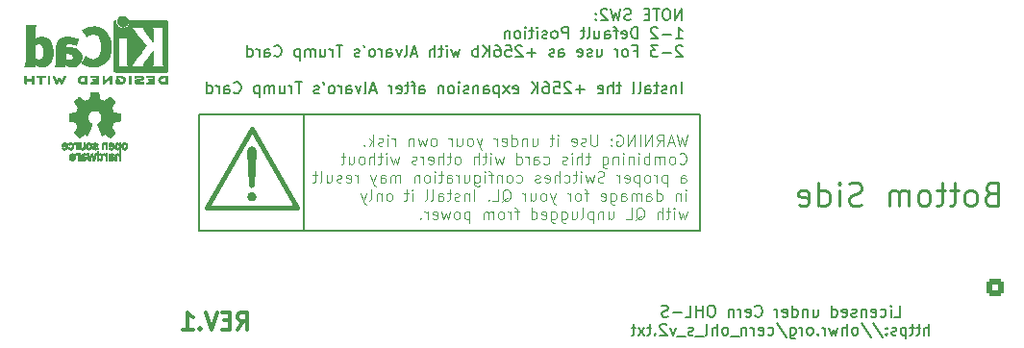
<source format=gbo>
%TF.GenerationSoftware,KiCad,Pcbnew,8.0.6-8.0.6-0~ubuntu24.04.1*%
%TF.CreationDate,2024-11-30T23:26:36+01:00*%
%TF.ProjectId,qlexternal512kram_MIX,716c6578-7465-4726-9e61-6c3531326b72,3*%
%TF.SameCoordinates,Original*%
%TF.FileFunction,Legend,Bot*%
%TF.FilePolarity,Positive*%
%FSLAX46Y46*%
G04 Gerber Fmt 4.6, Leading zero omitted, Abs format (unit mm)*
G04 Created by KiCad (PCBNEW 8.0.6-8.0.6-0~ubuntu24.04.1) date 2024-11-30 23:26:36*
%MOMM*%
%LPD*%
G01*
G04 APERTURE LIST*
G04 Aperture macros list*
%AMRoundRect*
0 Rectangle with rounded corners*
0 $1 Rounding radius*
0 $2 $3 $4 $5 $6 $7 $8 $9 X,Y pos of 4 corners*
0 Add a 4 corners polygon primitive as box body*
4,1,4,$2,$3,$4,$5,$6,$7,$8,$9,$2,$3,0*
0 Add four circle primitives for the rounded corners*
1,1,$1+$1,$2,$3*
1,1,$1+$1,$4,$5*
1,1,$1+$1,$6,$7*
1,1,$1+$1,$8,$9*
0 Add four rect primitives between the rounded corners*
20,1,$1+$1,$2,$3,$4,$5,0*
20,1,$1+$1,$4,$5,$6,$7,0*
20,1,$1+$1,$6,$7,$8,$9,0*
20,1,$1+$1,$8,$9,$2,$3,0*%
G04 Aperture macros list end*
%ADD10C,0.150000*%
%ADD11C,0.250000*%
%ADD12C,0.300000*%
%ADD13C,0.125000*%
%ADD14C,0.381000*%
%ADD15C,0.200000*%
%ADD16C,0.450000*%
%ADD17C,0.400000*%
%ADD18C,0.000000*%
%ADD19C,0.010000*%
%ADD20C,0.900000*%
%ADD21C,2.850000*%
%ADD22RoundRect,0.249999X0.525001X0.525001X-0.525001X0.525001X-0.525001X-0.525001X0.525001X-0.525001X0*%
%ADD23C,1.550000*%
%ADD24RoundRect,0.249999X-0.525001X-0.525001X0.525001X-0.525001X0.525001X0.525001X-0.525001X0.525001X0*%
%ADD25R,1.600000X2.400000*%
%ADD26O,1.600000X2.400000*%
G04 APERTURE END LIST*
D10*
X110880000Y-72955000D02*
X155030000Y-72955000D01*
X155030000Y-83235000D01*
X110880000Y-83235000D01*
X110880000Y-72955000D01*
X120150000Y-72935000D02*
X120160000Y-83205000D01*
X153413220Y-64675043D02*
X153413220Y-63675043D01*
X153413220Y-63675043D02*
X152841792Y-64675043D01*
X152841792Y-64675043D02*
X152841792Y-63675043D01*
X152175125Y-63675043D02*
X151984649Y-63675043D01*
X151984649Y-63675043D02*
X151889411Y-63722662D01*
X151889411Y-63722662D02*
X151794173Y-63817900D01*
X151794173Y-63817900D02*
X151746554Y-64008376D01*
X151746554Y-64008376D02*
X151746554Y-64341709D01*
X151746554Y-64341709D02*
X151794173Y-64532185D01*
X151794173Y-64532185D02*
X151889411Y-64627424D01*
X151889411Y-64627424D02*
X151984649Y-64675043D01*
X151984649Y-64675043D02*
X152175125Y-64675043D01*
X152175125Y-64675043D02*
X152270363Y-64627424D01*
X152270363Y-64627424D02*
X152365601Y-64532185D01*
X152365601Y-64532185D02*
X152413220Y-64341709D01*
X152413220Y-64341709D02*
X152413220Y-64008376D01*
X152413220Y-64008376D02*
X152365601Y-63817900D01*
X152365601Y-63817900D02*
X152270363Y-63722662D01*
X152270363Y-63722662D02*
X152175125Y-63675043D01*
X151460839Y-63675043D02*
X150889411Y-63675043D01*
X151175125Y-64675043D02*
X151175125Y-63675043D01*
X150556077Y-64151233D02*
X150222744Y-64151233D01*
X150079887Y-64675043D02*
X150556077Y-64675043D01*
X150556077Y-64675043D02*
X150556077Y-63675043D01*
X150556077Y-63675043D02*
X150079887Y-63675043D01*
X148937029Y-64627424D02*
X148794172Y-64675043D01*
X148794172Y-64675043D02*
X148556077Y-64675043D01*
X148556077Y-64675043D02*
X148460839Y-64627424D01*
X148460839Y-64627424D02*
X148413220Y-64579804D01*
X148413220Y-64579804D02*
X148365601Y-64484566D01*
X148365601Y-64484566D02*
X148365601Y-64389328D01*
X148365601Y-64389328D02*
X148413220Y-64294090D01*
X148413220Y-64294090D02*
X148460839Y-64246471D01*
X148460839Y-64246471D02*
X148556077Y-64198852D01*
X148556077Y-64198852D02*
X148746553Y-64151233D01*
X148746553Y-64151233D02*
X148841791Y-64103614D01*
X148841791Y-64103614D02*
X148889410Y-64055995D01*
X148889410Y-64055995D02*
X148937029Y-63960757D01*
X148937029Y-63960757D02*
X148937029Y-63865519D01*
X148937029Y-63865519D02*
X148889410Y-63770281D01*
X148889410Y-63770281D02*
X148841791Y-63722662D01*
X148841791Y-63722662D02*
X148746553Y-63675043D01*
X148746553Y-63675043D02*
X148508458Y-63675043D01*
X148508458Y-63675043D02*
X148365601Y-63722662D01*
X148032267Y-63675043D02*
X147794172Y-64675043D01*
X147794172Y-64675043D02*
X147603696Y-63960757D01*
X147603696Y-63960757D02*
X147413220Y-64675043D01*
X147413220Y-64675043D02*
X147175125Y-63675043D01*
X146841791Y-63770281D02*
X146794172Y-63722662D01*
X146794172Y-63722662D02*
X146698934Y-63675043D01*
X146698934Y-63675043D02*
X146460839Y-63675043D01*
X146460839Y-63675043D02*
X146365601Y-63722662D01*
X146365601Y-63722662D02*
X146317982Y-63770281D01*
X146317982Y-63770281D02*
X146270363Y-63865519D01*
X146270363Y-63865519D02*
X146270363Y-63960757D01*
X146270363Y-63960757D02*
X146317982Y-64103614D01*
X146317982Y-64103614D02*
X146889410Y-64675043D01*
X146889410Y-64675043D02*
X146270363Y-64675043D01*
X145841791Y-64579804D02*
X145794172Y-64627424D01*
X145794172Y-64627424D02*
X145841791Y-64675043D01*
X145841791Y-64675043D02*
X145889410Y-64627424D01*
X145889410Y-64627424D02*
X145841791Y-64579804D01*
X145841791Y-64579804D02*
X145841791Y-64675043D01*
X145841791Y-64055995D02*
X145794172Y-64103614D01*
X145794172Y-64103614D02*
X145841791Y-64151233D01*
X145841791Y-64151233D02*
X145889410Y-64103614D01*
X145889410Y-64103614D02*
X145841791Y-64055995D01*
X145841791Y-64055995D02*
X145841791Y-64151233D01*
X152889411Y-66284987D02*
X153460839Y-66284987D01*
X153175125Y-66284987D02*
X153175125Y-65284987D01*
X153175125Y-65284987D02*
X153270363Y-65427844D01*
X153270363Y-65427844D02*
X153365601Y-65523082D01*
X153365601Y-65523082D02*
X153460839Y-65570701D01*
X152460839Y-65904034D02*
X151698935Y-65904034D01*
X151270363Y-65380225D02*
X151222744Y-65332606D01*
X151222744Y-65332606D02*
X151127506Y-65284987D01*
X151127506Y-65284987D02*
X150889411Y-65284987D01*
X150889411Y-65284987D02*
X150794173Y-65332606D01*
X150794173Y-65332606D02*
X150746554Y-65380225D01*
X150746554Y-65380225D02*
X150698935Y-65475463D01*
X150698935Y-65475463D02*
X150698935Y-65570701D01*
X150698935Y-65570701D02*
X150746554Y-65713558D01*
X150746554Y-65713558D02*
X151317982Y-66284987D01*
X151317982Y-66284987D02*
X150698935Y-66284987D01*
X149508458Y-66284987D02*
X149508458Y-65284987D01*
X149508458Y-65284987D02*
X149270363Y-65284987D01*
X149270363Y-65284987D02*
X149127506Y-65332606D01*
X149127506Y-65332606D02*
X149032268Y-65427844D01*
X149032268Y-65427844D02*
X148984649Y-65523082D01*
X148984649Y-65523082D02*
X148937030Y-65713558D01*
X148937030Y-65713558D02*
X148937030Y-65856415D01*
X148937030Y-65856415D02*
X148984649Y-66046891D01*
X148984649Y-66046891D02*
X149032268Y-66142129D01*
X149032268Y-66142129D02*
X149127506Y-66237368D01*
X149127506Y-66237368D02*
X149270363Y-66284987D01*
X149270363Y-66284987D02*
X149508458Y-66284987D01*
X148127506Y-66237368D02*
X148222744Y-66284987D01*
X148222744Y-66284987D02*
X148413220Y-66284987D01*
X148413220Y-66284987D02*
X148508458Y-66237368D01*
X148508458Y-66237368D02*
X148556077Y-66142129D01*
X148556077Y-66142129D02*
X148556077Y-65761177D01*
X148556077Y-65761177D02*
X148508458Y-65665939D01*
X148508458Y-65665939D02*
X148413220Y-65618320D01*
X148413220Y-65618320D02*
X148222744Y-65618320D01*
X148222744Y-65618320D02*
X148127506Y-65665939D01*
X148127506Y-65665939D02*
X148079887Y-65761177D01*
X148079887Y-65761177D02*
X148079887Y-65856415D01*
X148079887Y-65856415D02*
X148556077Y-65951653D01*
X147794172Y-65618320D02*
X147413220Y-65618320D01*
X147651315Y-66284987D02*
X147651315Y-65427844D01*
X147651315Y-65427844D02*
X147603696Y-65332606D01*
X147603696Y-65332606D02*
X147508458Y-65284987D01*
X147508458Y-65284987D02*
X147413220Y-65284987D01*
X146651315Y-66284987D02*
X146651315Y-65761177D01*
X146651315Y-65761177D02*
X146698934Y-65665939D01*
X146698934Y-65665939D02*
X146794172Y-65618320D01*
X146794172Y-65618320D02*
X146984648Y-65618320D01*
X146984648Y-65618320D02*
X147079886Y-65665939D01*
X146651315Y-66237368D02*
X146746553Y-66284987D01*
X146746553Y-66284987D02*
X146984648Y-66284987D01*
X146984648Y-66284987D02*
X147079886Y-66237368D01*
X147079886Y-66237368D02*
X147127505Y-66142129D01*
X147127505Y-66142129D02*
X147127505Y-66046891D01*
X147127505Y-66046891D02*
X147079886Y-65951653D01*
X147079886Y-65951653D02*
X146984648Y-65904034D01*
X146984648Y-65904034D02*
X146746553Y-65904034D01*
X146746553Y-65904034D02*
X146651315Y-65856415D01*
X145746553Y-65618320D02*
X145746553Y-66284987D01*
X146175124Y-65618320D02*
X146175124Y-66142129D01*
X146175124Y-66142129D02*
X146127505Y-66237368D01*
X146127505Y-66237368D02*
X146032267Y-66284987D01*
X146032267Y-66284987D02*
X145889410Y-66284987D01*
X145889410Y-66284987D02*
X145794172Y-66237368D01*
X145794172Y-66237368D02*
X145746553Y-66189748D01*
X145127505Y-66284987D02*
X145222743Y-66237368D01*
X145222743Y-66237368D02*
X145270362Y-66142129D01*
X145270362Y-66142129D02*
X145270362Y-65284987D01*
X144889409Y-65618320D02*
X144508457Y-65618320D01*
X144746552Y-65284987D02*
X144746552Y-66142129D01*
X144746552Y-66142129D02*
X144698933Y-66237368D01*
X144698933Y-66237368D02*
X144603695Y-66284987D01*
X144603695Y-66284987D02*
X144508457Y-66284987D01*
X143413218Y-66284987D02*
X143413218Y-65284987D01*
X143413218Y-65284987D02*
X143032266Y-65284987D01*
X143032266Y-65284987D02*
X142937028Y-65332606D01*
X142937028Y-65332606D02*
X142889409Y-65380225D01*
X142889409Y-65380225D02*
X142841790Y-65475463D01*
X142841790Y-65475463D02*
X142841790Y-65618320D01*
X142841790Y-65618320D02*
X142889409Y-65713558D01*
X142889409Y-65713558D02*
X142937028Y-65761177D01*
X142937028Y-65761177D02*
X143032266Y-65808796D01*
X143032266Y-65808796D02*
X143413218Y-65808796D01*
X142270361Y-66284987D02*
X142365599Y-66237368D01*
X142365599Y-66237368D02*
X142413218Y-66189748D01*
X142413218Y-66189748D02*
X142460837Y-66094510D01*
X142460837Y-66094510D02*
X142460837Y-65808796D01*
X142460837Y-65808796D02*
X142413218Y-65713558D01*
X142413218Y-65713558D02*
X142365599Y-65665939D01*
X142365599Y-65665939D02*
X142270361Y-65618320D01*
X142270361Y-65618320D02*
X142127504Y-65618320D01*
X142127504Y-65618320D02*
X142032266Y-65665939D01*
X142032266Y-65665939D02*
X141984647Y-65713558D01*
X141984647Y-65713558D02*
X141937028Y-65808796D01*
X141937028Y-65808796D02*
X141937028Y-66094510D01*
X141937028Y-66094510D02*
X141984647Y-66189748D01*
X141984647Y-66189748D02*
X142032266Y-66237368D01*
X142032266Y-66237368D02*
X142127504Y-66284987D01*
X142127504Y-66284987D02*
X142270361Y-66284987D01*
X141556075Y-66237368D02*
X141460837Y-66284987D01*
X141460837Y-66284987D02*
X141270361Y-66284987D01*
X141270361Y-66284987D02*
X141175123Y-66237368D01*
X141175123Y-66237368D02*
X141127504Y-66142129D01*
X141127504Y-66142129D02*
X141127504Y-66094510D01*
X141127504Y-66094510D02*
X141175123Y-65999272D01*
X141175123Y-65999272D02*
X141270361Y-65951653D01*
X141270361Y-65951653D02*
X141413218Y-65951653D01*
X141413218Y-65951653D02*
X141508456Y-65904034D01*
X141508456Y-65904034D02*
X141556075Y-65808796D01*
X141556075Y-65808796D02*
X141556075Y-65761177D01*
X141556075Y-65761177D02*
X141508456Y-65665939D01*
X141508456Y-65665939D02*
X141413218Y-65618320D01*
X141413218Y-65618320D02*
X141270361Y-65618320D01*
X141270361Y-65618320D02*
X141175123Y-65665939D01*
X140698932Y-66284987D02*
X140698932Y-65618320D01*
X140698932Y-65284987D02*
X140746551Y-65332606D01*
X140746551Y-65332606D02*
X140698932Y-65380225D01*
X140698932Y-65380225D02*
X140651313Y-65332606D01*
X140651313Y-65332606D02*
X140698932Y-65284987D01*
X140698932Y-65284987D02*
X140698932Y-65380225D01*
X140365599Y-65618320D02*
X139984647Y-65618320D01*
X140222742Y-65284987D02*
X140222742Y-66142129D01*
X140222742Y-66142129D02*
X140175123Y-66237368D01*
X140175123Y-66237368D02*
X140079885Y-66284987D01*
X140079885Y-66284987D02*
X139984647Y-66284987D01*
X139651313Y-66284987D02*
X139651313Y-65618320D01*
X139651313Y-65284987D02*
X139698932Y-65332606D01*
X139698932Y-65332606D02*
X139651313Y-65380225D01*
X139651313Y-65380225D02*
X139603694Y-65332606D01*
X139603694Y-65332606D02*
X139651313Y-65284987D01*
X139651313Y-65284987D02*
X139651313Y-65380225D01*
X139032266Y-66284987D02*
X139127504Y-66237368D01*
X139127504Y-66237368D02*
X139175123Y-66189748D01*
X139175123Y-66189748D02*
X139222742Y-66094510D01*
X139222742Y-66094510D02*
X139222742Y-65808796D01*
X139222742Y-65808796D02*
X139175123Y-65713558D01*
X139175123Y-65713558D02*
X139127504Y-65665939D01*
X139127504Y-65665939D02*
X139032266Y-65618320D01*
X139032266Y-65618320D02*
X138889409Y-65618320D01*
X138889409Y-65618320D02*
X138794171Y-65665939D01*
X138794171Y-65665939D02*
X138746552Y-65713558D01*
X138746552Y-65713558D02*
X138698933Y-65808796D01*
X138698933Y-65808796D02*
X138698933Y-66094510D01*
X138698933Y-66094510D02*
X138746552Y-66189748D01*
X138746552Y-66189748D02*
X138794171Y-66237368D01*
X138794171Y-66237368D02*
X138889409Y-66284987D01*
X138889409Y-66284987D02*
X139032266Y-66284987D01*
X138270361Y-65618320D02*
X138270361Y-66284987D01*
X138270361Y-65713558D02*
X138222742Y-65665939D01*
X138222742Y-65665939D02*
X138127504Y-65618320D01*
X138127504Y-65618320D02*
X137984647Y-65618320D01*
X137984647Y-65618320D02*
X137889409Y-65665939D01*
X137889409Y-65665939D02*
X137841790Y-65761177D01*
X137841790Y-65761177D02*
X137841790Y-66284987D01*
X153460839Y-66990169D02*
X153413220Y-66942550D01*
X153413220Y-66942550D02*
X153317982Y-66894931D01*
X153317982Y-66894931D02*
X153079887Y-66894931D01*
X153079887Y-66894931D02*
X152984649Y-66942550D01*
X152984649Y-66942550D02*
X152937030Y-66990169D01*
X152937030Y-66990169D02*
X152889411Y-67085407D01*
X152889411Y-67085407D02*
X152889411Y-67180645D01*
X152889411Y-67180645D02*
X152937030Y-67323502D01*
X152937030Y-67323502D02*
X153508458Y-67894931D01*
X153508458Y-67894931D02*
X152889411Y-67894931D01*
X152460839Y-67513978D02*
X151698935Y-67513978D01*
X151317982Y-66894931D02*
X150698935Y-66894931D01*
X150698935Y-66894931D02*
X151032268Y-67275883D01*
X151032268Y-67275883D02*
X150889411Y-67275883D01*
X150889411Y-67275883D02*
X150794173Y-67323502D01*
X150794173Y-67323502D02*
X150746554Y-67371121D01*
X150746554Y-67371121D02*
X150698935Y-67466359D01*
X150698935Y-67466359D02*
X150698935Y-67704454D01*
X150698935Y-67704454D02*
X150746554Y-67799692D01*
X150746554Y-67799692D02*
X150794173Y-67847312D01*
X150794173Y-67847312D02*
X150889411Y-67894931D01*
X150889411Y-67894931D02*
X151175125Y-67894931D01*
X151175125Y-67894931D02*
X151270363Y-67847312D01*
X151270363Y-67847312D02*
X151317982Y-67799692D01*
X149175125Y-67371121D02*
X149508458Y-67371121D01*
X149508458Y-67894931D02*
X149508458Y-66894931D01*
X149508458Y-66894931D02*
X149032268Y-66894931D01*
X148508458Y-67894931D02*
X148603696Y-67847312D01*
X148603696Y-67847312D02*
X148651315Y-67799692D01*
X148651315Y-67799692D02*
X148698934Y-67704454D01*
X148698934Y-67704454D02*
X148698934Y-67418740D01*
X148698934Y-67418740D02*
X148651315Y-67323502D01*
X148651315Y-67323502D02*
X148603696Y-67275883D01*
X148603696Y-67275883D02*
X148508458Y-67228264D01*
X148508458Y-67228264D02*
X148365601Y-67228264D01*
X148365601Y-67228264D02*
X148270363Y-67275883D01*
X148270363Y-67275883D02*
X148222744Y-67323502D01*
X148222744Y-67323502D02*
X148175125Y-67418740D01*
X148175125Y-67418740D02*
X148175125Y-67704454D01*
X148175125Y-67704454D02*
X148222744Y-67799692D01*
X148222744Y-67799692D02*
X148270363Y-67847312D01*
X148270363Y-67847312D02*
X148365601Y-67894931D01*
X148365601Y-67894931D02*
X148508458Y-67894931D01*
X147746553Y-67894931D02*
X147746553Y-67228264D01*
X147746553Y-67418740D02*
X147698934Y-67323502D01*
X147698934Y-67323502D02*
X147651315Y-67275883D01*
X147651315Y-67275883D02*
X147556077Y-67228264D01*
X147556077Y-67228264D02*
X147460839Y-67228264D01*
X145937029Y-67228264D02*
X145937029Y-67894931D01*
X146365600Y-67228264D02*
X146365600Y-67752073D01*
X146365600Y-67752073D02*
X146317981Y-67847312D01*
X146317981Y-67847312D02*
X146222743Y-67894931D01*
X146222743Y-67894931D02*
X146079886Y-67894931D01*
X146079886Y-67894931D02*
X145984648Y-67847312D01*
X145984648Y-67847312D02*
X145937029Y-67799692D01*
X145508457Y-67847312D02*
X145413219Y-67894931D01*
X145413219Y-67894931D02*
X145222743Y-67894931D01*
X145222743Y-67894931D02*
X145127505Y-67847312D01*
X145127505Y-67847312D02*
X145079886Y-67752073D01*
X145079886Y-67752073D02*
X145079886Y-67704454D01*
X145079886Y-67704454D02*
X145127505Y-67609216D01*
X145127505Y-67609216D02*
X145222743Y-67561597D01*
X145222743Y-67561597D02*
X145365600Y-67561597D01*
X145365600Y-67561597D02*
X145460838Y-67513978D01*
X145460838Y-67513978D02*
X145508457Y-67418740D01*
X145508457Y-67418740D02*
X145508457Y-67371121D01*
X145508457Y-67371121D02*
X145460838Y-67275883D01*
X145460838Y-67275883D02*
X145365600Y-67228264D01*
X145365600Y-67228264D02*
X145222743Y-67228264D01*
X145222743Y-67228264D02*
X145127505Y-67275883D01*
X144270362Y-67847312D02*
X144365600Y-67894931D01*
X144365600Y-67894931D02*
X144556076Y-67894931D01*
X144556076Y-67894931D02*
X144651314Y-67847312D01*
X144651314Y-67847312D02*
X144698933Y-67752073D01*
X144698933Y-67752073D02*
X144698933Y-67371121D01*
X144698933Y-67371121D02*
X144651314Y-67275883D01*
X144651314Y-67275883D02*
X144556076Y-67228264D01*
X144556076Y-67228264D02*
X144365600Y-67228264D01*
X144365600Y-67228264D02*
X144270362Y-67275883D01*
X144270362Y-67275883D02*
X144222743Y-67371121D01*
X144222743Y-67371121D02*
X144222743Y-67466359D01*
X144222743Y-67466359D02*
X144698933Y-67561597D01*
X142603695Y-67894931D02*
X142603695Y-67371121D01*
X142603695Y-67371121D02*
X142651314Y-67275883D01*
X142651314Y-67275883D02*
X142746552Y-67228264D01*
X142746552Y-67228264D02*
X142937028Y-67228264D01*
X142937028Y-67228264D02*
X143032266Y-67275883D01*
X142603695Y-67847312D02*
X142698933Y-67894931D01*
X142698933Y-67894931D02*
X142937028Y-67894931D01*
X142937028Y-67894931D02*
X143032266Y-67847312D01*
X143032266Y-67847312D02*
X143079885Y-67752073D01*
X143079885Y-67752073D02*
X143079885Y-67656835D01*
X143079885Y-67656835D02*
X143032266Y-67561597D01*
X143032266Y-67561597D02*
X142937028Y-67513978D01*
X142937028Y-67513978D02*
X142698933Y-67513978D01*
X142698933Y-67513978D02*
X142603695Y-67466359D01*
X142175123Y-67847312D02*
X142079885Y-67894931D01*
X142079885Y-67894931D02*
X141889409Y-67894931D01*
X141889409Y-67894931D02*
X141794171Y-67847312D01*
X141794171Y-67847312D02*
X141746552Y-67752073D01*
X141746552Y-67752073D02*
X141746552Y-67704454D01*
X141746552Y-67704454D02*
X141794171Y-67609216D01*
X141794171Y-67609216D02*
X141889409Y-67561597D01*
X141889409Y-67561597D02*
X142032266Y-67561597D01*
X142032266Y-67561597D02*
X142127504Y-67513978D01*
X142127504Y-67513978D02*
X142175123Y-67418740D01*
X142175123Y-67418740D02*
X142175123Y-67371121D01*
X142175123Y-67371121D02*
X142127504Y-67275883D01*
X142127504Y-67275883D02*
X142032266Y-67228264D01*
X142032266Y-67228264D02*
X141889409Y-67228264D01*
X141889409Y-67228264D02*
X141794171Y-67275883D01*
X140556075Y-67513978D02*
X139794171Y-67513978D01*
X140175123Y-67894931D02*
X140175123Y-67133026D01*
X139365599Y-66990169D02*
X139317980Y-66942550D01*
X139317980Y-66942550D02*
X139222742Y-66894931D01*
X139222742Y-66894931D02*
X138984647Y-66894931D01*
X138984647Y-66894931D02*
X138889409Y-66942550D01*
X138889409Y-66942550D02*
X138841790Y-66990169D01*
X138841790Y-66990169D02*
X138794171Y-67085407D01*
X138794171Y-67085407D02*
X138794171Y-67180645D01*
X138794171Y-67180645D02*
X138841790Y-67323502D01*
X138841790Y-67323502D02*
X139413218Y-67894931D01*
X139413218Y-67894931D02*
X138794171Y-67894931D01*
X137889409Y-66894931D02*
X138365599Y-66894931D01*
X138365599Y-66894931D02*
X138413218Y-67371121D01*
X138413218Y-67371121D02*
X138365599Y-67323502D01*
X138365599Y-67323502D02*
X138270361Y-67275883D01*
X138270361Y-67275883D02*
X138032266Y-67275883D01*
X138032266Y-67275883D02*
X137937028Y-67323502D01*
X137937028Y-67323502D02*
X137889409Y-67371121D01*
X137889409Y-67371121D02*
X137841790Y-67466359D01*
X137841790Y-67466359D02*
X137841790Y-67704454D01*
X137841790Y-67704454D02*
X137889409Y-67799692D01*
X137889409Y-67799692D02*
X137937028Y-67847312D01*
X137937028Y-67847312D02*
X138032266Y-67894931D01*
X138032266Y-67894931D02*
X138270361Y-67894931D01*
X138270361Y-67894931D02*
X138365599Y-67847312D01*
X138365599Y-67847312D02*
X138413218Y-67799692D01*
X136984647Y-66894931D02*
X137175123Y-66894931D01*
X137175123Y-66894931D02*
X137270361Y-66942550D01*
X137270361Y-66942550D02*
X137317980Y-66990169D01*
X137317980Y-66990169D02*
X137413218Y-67133026D01*
X137413218Y-67133026D02*
X137460837Y-67323502D01*
X137460837Y-67323502D02*
X137460837Y-67704454D01*
X137460837Y-67704454D02*
X137413218Y-67799692D01*
X137413218Y-67799692D02*
X137365599Y-67847312D01*
X137365599Y-67847312D02*
X137270361Y-67894931D01*
X137270361Y-67894931D02*
X137079885Y-67894931D01*
X137079885Y-67894931D02*
X136984647Y-67847312D01*
X136984647Y-67847312D02*
X136937028Y-67799692D01*
X136937028Y-67799692D02*
X136889409Y-67704454D01*
X136889409Y-67704454D02*
X136889409Y-67466359D01*
X136889409Y-67466359D02*
X136937028Y-67371121D01*
X136937028Y-67371121D02*
X136984647Y-67323502D01*
X136984647Y-67323502D02*
X137079885Y-67275883D01*
X137079885Y-67275883D02*
X137270361Y-67275883D01*
X137270361Y-67275883D02*
X137365599Y-67323502D01*
X137365599Y-67323502D02*
X137413218Y-67371121D01*
X137413218Y-67371121D02*
X137460837Y-67466359D01*
X136460837Y-67894931D02*
X136460837Y-66894931D01*
X135889409Y-67894931D02*
X136317980Y-67323502D01*
X135889409Y-66894931D02*
X136460837Y-67466359D01*
X135460837Y-67894931D02*
X135460837Y-66894931D01*
X135460837Y-67275883D02*
X135365599Y-67228264D01*
X135365599Y-67228264D02*
X135175123Y-67228264D01*
X135175123Y-67228264D02*
X135079885Y-67275883D01*
X135079885Y-67275883D02*
X135032266Y-67323502D01*
X135032266Y-67323502D02*
X134984647Y-67418740D01*
X134984647Y-67418740D02*
X134984647Y-67704454D01*
X134984647Y-67704454D02*
X135032266Y-67799692D01*
X135032266Y-67799692D02*
X135079885Y-67847312D01*
X135079885Y-67847312D02*
X135175123Y-67894931D01*
X135175123Y-67894931D02*
X135365599Y-67894931D01*
X135365599Y-67894931D02*
X135460837Y-67847312D01*
X133889408Y-67228264D02*
X133698932Y-67894931D01*
X133698932Y-67894931D02*
X133508456Y-67418740D01*
X133508456Y-67418740D02*
X133317980Y-67894931D01*
X133317980Y-67894931D02*
X133127504Y-67228264D01*
X132746551Y-67894931D02*
X132746551Y-67228264D01*
X132746551Y-66894931D02*
X132794170Y-66942550D01*
X132794170Y-66942550D02*
X132746551Y-66990169D01*
X132746551Y-66990169D02*
X132698932Y-66942550D01*
X132698932Y-66942550D02*
X132746551Y-66894931D01*
X132746551Y-66894931D02*
X132746551Y-66990169D01*
X132413218Y-67228264D02*
X132032266Y-67228264D01*
X132270361Y-66894931D02*
X132270361Y-67752073D01*
X132270361Y-67752073D02*
X132222742Y-67847312D01*
X132222742Y-67847312D02*
X132127504Y-67894931D01*
X132127504Y-67894931D02*
X132032266Y-67894931D01*
X131698932Y-67894931D02*
X131698932Y-66894931D01*
X131270361Y-67894931D02*
X131270361Y-67371121D01*
X131270361Y-67371121D02*
X131317980Y-67275883D01*
X131317980Y-67275883D02*
X131413218Y-67228264D01*
X131413218Y-67228264D02*
X131556075Y-67228264D01*
X131556075Y-67228264D02*
X131651313Y-67275883D01*
X131651313Y-67275883D02*
X131698932Y-67323502D01*
X130079884Y-67609216D02*
X129603694Y-67609216D01*
X130175122Y-67894931D02*
X129841789Y-66894931D01*
X129841789Y-66894931D02*
X129508456Y-67894931D01*
X129032265Y-67894931D02*
X129127503Y-67847312D01*
X129127503Y-67847312D02*
X129175122Y-67752073D01*
X129175122Y-67752073D02*
X129175122Y-66894931D01*
X128746550Y-67228264D02*
X128508455Y-67894931D01*
X128508455Y-67894931D02*
X128270360Y-67228264D01*
X127460836Y-67894931D02*
X127460836Y-67371121D01*
X127460836Y-67371121D02*
X127508455Y-67275883D01*
X127508455Y-67275883D02*
X127603693Y-67228264D01*
X127603693Y-67228264D02*
X127794169Y-67228264D01*
X127794169Y-67228264D02*
X127889407Y-67275883D01*
X127460836Y-67847312D02*
X127556074Y-67894931D01*
X127556074Y-67894931D02*
X127794169Y-67894931D01*
X127794169Y-67894931D02*
X127889407Y-67847312D01*
X127889407Y-67847312D02*
X127937026Y-67752073D01*
X127937026Y-67752073D02*
X127937026Y-67656835D01*
X127937026Y-67656835D02*
X127889407Y-67561597D01*
X127889407Y-67561597D02*
X127794169Y-67513978D01*
X127794169Y-67513978D02*
X127556074Y-67513978D01*
X127556074Y-67513978D02*
X127460836Y-67466359D01*
X126984645Y-67894931D02*
X126984645Y-67228264D01*
X126984645Y-67418740D02*
X126937026Y-67323502D01*
X126937026Y-67323502D02*
X126889407Y-67275883D01*
X126889407Y-67275883D02*
X126794169Y-67228264D01*
X126794169Y-67228264D02*
X126698931Y-67228264D01*
X126222740Y-67894931D02*
X126317978Y-67847312D01*
X126317978Y-67847312D02*
X126365597Y-67799692D01*
X126365597Y-67799692D02*
X126413216Y-67704454D01*
X126413216Y-67704454D02*
X126413216Y-67418740D01*
X126413216Y-67418740D02*
X126365597Y-67323502D01*
X126365597Y-67323502D02*
X126317978Y-67275883D01*
X126317978Y-67275883D02*
X126222740Y-67228264D01*
X126222740Y-67228264D02*
X126079883Y-67228264D01*
X126079883Y-67228264D02*
X125984645Y-67275883D01*
X125984645Y-67275883D02*
X125937026Y-67323502D01*
X125937026Y-67323502D02*
X125889407Y-67418740D01*
X125889407Y-67418740D02*
X125889407Y-67704454D01*
X125889407Y-67704454D02*
X125937026Y-67799692D01*
X125937026Y-67799692D02*
X125984645Y-67847312D01*
X125984645Y-67847312D02*
X126079883Y-67894931D01*
X126079883Y-67894931D02*
X126222740Y-67894931D01*
X125413216Y-66894931D02*
X125508454Y-67085407D01*
X125032264Y-67847312D02*
X124937026Y-67894931D01*
X124937026Y-67894931D02*
X124746550Y-67894931D01*
X124746550Y-67894931D02*
X124651312Y-67847312D01*
X124651312Y-67847312D02*
X124603693Y-67752073D01*
X124603693Y-67752073D02*
X124603693Y-67704454D01*
X124603693Y-67704454D02*
X124651312Y-67609216D01*
X124651312Y-67609216D02*
X124746550Y-67561597D01*
X124746550Y-67561597D02*
X124889407Y-67561597D01*
X124889407Y-67561597D02*
X124984645Y-67513978D01*
X124984645Y-67513978D02*
X125032264Y-67418740D01*
X125032264Y-67418740D02*
X125032264Y-67371121D01*
X125032264Y-67371121D02*
X124984645Y-67275883D01*
X124984645Y-67275883D02*
X124889407Y-67228264D01*
X124889407Y-67228264D02*
X124746550Y-67228264D01*
X124746550Y-67228264D02*
X124651312Y-67275883D01*
X123556073Y-66894931D02*
X122984645Y-66894931D01*
X123270359Y-67894931D02*
X123270359Y-66894931D01*
X122651311Y-67894931D02*
X122651311Y-67228264D01*
X122651311Y-67418740D02*
X122603692Y-67323502D01*
X122603692Y-67323502D02*
X122556073Y-67275883D01*
X122556073Y-67275883D02*
X122460835Y-67228264D01*
X122460835Y-67228264D02*
X122365597Y-67228264D01*
X121603692Y-67228264D02*
X121603692Y-67894931D01*
X122032263Y-67228264D02*
X122032263Y-67752073D01*
X122032263Y-67752073D02*
X121984644Y-67847312D01*
X121984644Y-67847312D02*
X121889406Y-67894931D01*
X121889406Y-67894931D02*
X121746549Y-67894931D01*
X121746549Y-67894931D02*
X121651311Y-67847312D01*
X121651311Y-67847312D02*
X121603692Y-67799692D01*
X121127501Y-67894931D02*
X121127501Y-67228264D01*
X121127501Y-67323502D02*
X121079882Y-67275883D01*
X121079882Y-67275883D02*
X120984644Y-67228264D01*
X120984644Y-67228264D02*
X120841787Y-67228264D01*
X120841787Y-67228264D02*
X120746549Y-67275883D01*
X120746549Y-67275883D02*
X120698930Y-67371121D01*
X120698930Y-67371121D02*
X120698930Y-67894931D01*
X120698930Y-67371121D02*
X120651311Y-67275883D01*
X120651311Y-67275883D02*
X120556073Y-67228264D01*
X120556073Y-67228264D02*
X120413216Y-67228264D01*
X120413216Y-67228264D02*
X120317977Y-67275883D01*
X120317977Y-67275883D02*
X120270358Y-67371121D01*
X120270358Y-67371121D02*
X120270358Y-67894931D01*
X119794168Y-67228264D02*
X119794168Y-68228264D01*
X119794168Y-67275883D02*
X119698930Y-67228264D01*
X119698930Y-67228264D02*
X119508454Y-67228264D01*
X119508454Y-67228264D02*
X119413216Y-67275883D01*
X119413216Y-67275883D02*
X119365597Y-67323502D01*
X119365597Y-67323502D02*
X119317978Y-67418740D01*
X119317978Y-67418740D02*
X119317978Y-67704454D01*
X119317978Y-67704454D02*
X119365597Y-67799692D01*
X119365597Y-67799692D02*
X119413216Y-67847312D01*
X119413216Y-67847312D02*
X119508454Y-67894931D01*
X119508454Y-67894931D02*
X119698930Y-67894931D01*
X119698930Y-67894931D02*
X119794168Y-67847312D01*
X117556073Y-67799692D02*
X117603692Y-67847312D01*
X117603692Y-67847312D02*
X117746549Y-67894931D01*
X117746549Y-67894931D02*
X117841787Y-67894931D01*
X117841787Y-67894931D02*
X117984644Y-67847312D01*
X117984644Y-67847312D02*
X118079882Y-67752073D01*
X118079882Y-67752073D02*
X118127501Y-67656835D01*
X118127501Y-67656835D02*
X118175120Y-67466359D01*
X118175120Y-67466359D02*
X118175120Y-67323502D01*
X118175120Y-67323502D02*
X118127501Y-67133026D01*
X118127501Y-67133026D02*
X118079882Y-67037788D01*
X118079882Y-67037788D02*
X117984644Y-66942550D01*
X117984644Y-66942550D02*
X117841787Y-66894931D01*
X117841787Y-66894931D02*
X117746549Y-66894931D01*
X117746549Y-66894931D02*
X117603692Y-66942550D01*
X117603692Y-66942550D02*
X117556073Y-66990169D01*
X116698930Y-67894931D02*
X116698930Y-67371121D01*
X116698930Y-67371121D02*
X116746549Y-67275883D01*
X116746549Y-67275883D02*
X116841787Y-67228264D01*
X116841787Y-67228264D02*
X117032263Y-67228264D01*
X117032263Y-67228264D02*
X117127501Y-67275883D01*
X116698930Y-67847312D02*
X116794168Y-67894931D01*
X116794168Y-67894931D02*
X117032263Y-67894931D01*
X117032263Y-67894931D02*
X117127501Y-67847312D01*
X117127501Y-67847312D02*
X117175120Y-67752073D01*
X117175120Y-67752073D02*
X117175120Y-67656835D01*
X117175120Y-67656835D02*
X117127501Y-67561597D01*
X117127501Y-67561597D02*
X117032263Y-67513978D01*
X117032263Y-67513978D02*
X116794168Y-67513978D01*
X116794168Y-67513978D02*
X116698930Y-67466359D01*
X116222739Y-67894931D02*
X116222739Y-67228264D01*
X116222739Y-67418740D02*
X116175120Y-67323502D01*
X116175120Y-67323502D02*
X116127501Y-67275883D01*
X116127501Y-67275883D02*
X116032263Y-67228264D01*
X116032263Y-67228264D02*
X115937025Y-67228264D01*
X115175120Y-67894931D02*
X115175120Y-66894931D01*
X115175120Y-67847312D02*
X115270358Y-67894931D01*
X115270358Y-67894931D02*
X115460834Y-67894931D01*
X115460834Y-67894931D02*
X115556072Y-67847312D01*
X115556072Y-67847312D02*
X115603691Y-67799692D01*
X115603691Y-67799692D02*
X115651310Y-67704454D01*
X115651310Y-67704454D02*
X115651310Y-67418740D01*
X115651310Y-67418740D02*
X115603691Y-67323502D01*
X115603691Y-67323502D02*
X115556072Y-67275883D01*
X115556072Y-67275883D02*
X115460834Y-67228264D01*
X115460834Y-67228264D02*
X115270358Y-67228264D01*
X115270358Y-67228264D02*
X115175120Y-67275883D01*
X153413220Y-71114819D02*
X153413220Y-70114819D01*
X152937030Y-70448152D02*
X152937030Y-71114819D01*
X152937030Y-70543390D02*
X152889411Y-70495771D01*
X152889411Y-70495771D02*
X152794173Y-70448152D01*
X152794173Y-70448152D02*
X152651316Y-70448152D01*
X152651316Y-70448152D02*
X152556078Y-70495771D01*
X152556078Y-70495771D02*
X152508459Y-70591009D01*
X152508459Y-70591009D02*
X152508459Y-71114819D01*
X152079887Y-71067200D02*
X151984649Y-71114819D01*
X151984649Y-71114819D02*
X151794173Y-71114819D01*
X151794173Y-71114819D02*
X151698935Y-71067200D01*
X151698935Y-71067200D02*
X151651316Y-70971961D01*
X151651316Y-70971961D02*
X151651316Y-70924342D01*
X151651316Y-70924342D02*
X151698935Y-70829104D01*
X151698935Y-70829104D02*
X151794173Y-70781485D01*
X151794173Y-70781485D02*
X151937030Y-70781485D01*
X151937030Y-70781485D02*
X152032268Y-70733866D01*
X152032268Y-70733866D02*
X152079887Y-70638628D01*
X152079887Y-70638628D02*
X152079887Y-70591009D01*
X152079887Y-70591009D02*
X152032268Y-70495771D01*
X152032268Y-70495771D02*
X151937030Y-70448152D01*
X151937030Y-70448152D02*
X151794173Y-70448152D01*
X151794173Y-70448152D02*
X151698935Y-70495771D01*
X151365601Y-70448152D02*
X150984649Y-70448152D01*
X151222744Y-70114819D02*
X151222744Y-70971961D01*
X151222744Y-70971961D02*
X151175125Y-71067200D01*
X151175125Y-71067200D02*
X151079887Y-71114819D01*
X151079887Y-71114819D02*
X150984649Y-71114819D01*
X150222744Y-71114819D02*
X150222744Y-70591009D01*
X150222744Y-70591009D02*
X150270363Y-70495771D01*
X150270363Y-70495771D02*
X150365601Y-70448152D01*
X150365601Y-70448152D02*
X150556077Y-70448152D01*
X150556077Y-70448152D02*
X150651315Y-70495771D01*
X150222744Y-71067200D02*
X150317982Y-71114819D01*
X150317982Y-71114819D02*
X150556077Y-71114819D01*
X150556077Y-71114819D02*
X150651315Y-71067200D01*
X150651315Y-71067200D02*
X150698934Y-70971961D01*
X150698934Y-70971961D02*
X150698934Y-70876723D01*
X150698934Y-70876723D02*
X150651315Y-70781485D01*
X150651315Y-70781485D02*
X150556077Y-70733866D01*
X150556077Y-70733866D02*
X150317982Y-70733866D01*
X150317982Y-70733866D02*
X150222744Y-70686247D01*
X149603696Y-71114819D02*
X149698934Y-71067200D01*
X149698934Y-71067200D02*
X149746553Y-70971961D01*
X149746553Y-70971961D02*
X149746553Y-70114819D01*
X149079886Y-71114819D02*
X149175124Y-71067200D01*
X149175124Y-71067200D02*
X149222743Y-70971961D01*
X149222743Y-70971961D02*
X149222743Y-70114819D01*
X148079885Y-70448152D02*
X147698933Y-70448152D01*
X147937028Y-70114819D02*
X147937028Y-70971961D01*
X147937028Y-70971961D02*
X147889409Y-71067200D01*
X147889409Y-71067200D02*
X147794171Y-71114819D01*
X147794171Y-71114819D02*
X147698933Y-71114819D01*
X147365599Y-71114819D02*
X147365599Y-70114819D01*
X146937028Y-71114819D02*
X146937028Y-70591009D01*
X146937028Y-70591009D02*
X146984647Y-70495771D01*
X146984647Y-70495771D02*
X147079885Y-70448152D01*
X147079885Y-70448152D02*
X147222742Y-70448152D01*
X147222742Y-70448152D02*
X147317980Y-70495771D01*
X147317980Y-70495771D02*
X147365599Y-70543390D01*
X146079885Y-71067200D02*
X146175123Y-71114819D01*
X146175123Y-71114819D02*
X146365599Y-71114819D01*
X146365599Y-71114819D02*
X146460837Y-71067200D01*
X146460837Y-71067200D02*
X146508456Y-70971961D01*
X146508456Y-70971961D02*
X146508456Y-70591009D01*
X146508456Y-70591009D02*
X146460837Y-70495771D01*
X146460837Y-70495771D02*
X146365599Y-70448152D01*
X146365599Y-70448152D02*
X146175123Y-70448152D01*
X146175123Y-70448152D02*
X146079885Y-70495771D01*
X146079885Y-70495771D02*
X146032266Y-70591009D01*
X146032266Y-70591009D02*
X146032266Y-70686247D01*
X146032266Y-70686247D02*
X146508456Y-70781485D01*
X144841789Y-70733866D02*
X144079885Y-70733866D01*
X144460837Y-71114819D02*
X144460837Y-70352914D01*
X143651313Y-70210057D02*
X143603694Y-70162438D01*
X143603694Y-70162438D02*
X143508456Y-70114819D01*
X143508456Y-70114819D02*
X143270361Y-70114819D01*
X143270361Y-70114819D02*
X143175123Y-70162438D01*
X143175123Y-70162438D02*
X143127504Y-70210057D01*
X143127504Y-70210057D02*
X143079885Y-70305295D01*
X143079885Y-70305295D02*
X143079885Y-70400533D01*
X143079885Y-70400533D02*
X143127504Y-70543390D01*
X143127504Y-70543390D02*
X143698932Y-71114819D01*
X143698932Y-71114819D02*
X143079885Y-71114819D01*
X142175123Y-70114819D02*
X142651313Y-70114819D01*
X142651313Y-70114819D02*
X142698932Y-70591009D01*
X142698932Y-70591009D02*
X142651313Y-70543390D01*
X142651313Y-70543390D02*
X142556075Y-70495771D01*
X142556075Y-70495771D02*
X142317980Y-70495771D01*
X142317980Y-70495771D02*
X142222742Y-70543390D01*
X142222742Y-70543390D02*
X142175123Y-70591009D01*
X142175123Y-70591009D02*
X142127504Y-70686247D01*
X142127504Y-70686247D02*
X142127504Y-70924342D01*
X142127504Y-70924342D02*
X142175123Y-71019580D01*
X142175123Y-71019580D02*
X142222742Y-71067200D01*
X142222742Y-71067200D02*
X142317980Y-71114819D01*
X142317980Y-71114819D02*
X142556075Y-71114819D01*
X142556075Y-71114819D02*
X142651313Y-71067200D01*
X142651313Y-71067200D02*
X142698932Y-71019580D01*
X141270361Y-70114819D02*
X141460837Y-70114819D01*
X141460837Y-70114819D02*
X141556075Y-70162438D01*
X141556075Y-70162438D02*
X141603694Y-70210057D01*
X141603694Y-70210057D02*
X141698932Y-70352914D01*
X141698932Y-70352914D02*
X141746551Y-70543390D01*
X141746551Y-70543390D02*
X141746551Y-70924342D01*
X141746551Y-70924342D02*
X141698932Y-71019580D01*
X141698932Y-71019580D02*
X141651313Y-71067200D01*
X141651313Y-71067200D02*
X141556075Y-71114819D01*
X141556075Y-71114819D02*
X141365599Y-71114819D01*
X141365599Y-71114819D02*
X141270361Y-71067200D01*
X141270361Y-71067200D02*
X141222742Y-71019580D01*
X141222742Y-71019580D02*
X141175123Y-70924342D01*
X141175123Y-70924342D02*
X141175123Y-70686247D01*
X141175123Y-70686247D02*
X141222742Y-70591009D01*
X141222742Y-70591009D02*
X141270361Y-70543390D01*
X141270361Y-70543390D02*
X141365599Y-70495771D01*
X141365599Y-70495771D02*
X141556075Y-70495771D01*
X141556075Y-70495771D02*
X141651313Y-70543390D01*
X141651313Y-70543390D02*
X141698932Y-70591009D01*
X141698932Y-70591009D02*
X141746551Y-70686247D01*
X140746551Y-71114819D02*
X140746551Y-70114819D01*
X140175123Y-71114819D02*
X140603694Y-70543390D01*
X140175123Y-70114819D02*
X140746551Y-70686247D01*
X138603694Y-71067200D02*
X138698932Y-71114819D01*
X138698932Y-71114819D02*
X138889408Y-71114819D01*
X138889408Y-71114819D02*
X138984646Y-71067200D01*
X138984646Y-71067200D02*
X139032265Y-70971961D01*
X139032265Y-70971961D02*
X139032265Y-70591009D01*
X139032265Y-70591009D02*
X138984646Y-70495771D01*
X138984646Y-70495771D02*
X138889408Y-70448152D01*
X138889408Y-70448152D02*
X138698932Y-70448152D01*
X138698932Y-70448152D02*
X138603694Y-70495771D01*
X138603694Y-70495771D02*
X138556075Y-70591009D01*
X138556075Y-70591009D02*
X138556075Y-70686247D01*
X138556075Y-70686247D02*
X139032265Y-70781485D01*
X138222741Y-71114819D02*
X137698932Y-70448152D01*
X138222741Y-70448152D02*
X137698932Y-71114819D01*
X137317979Y-70448152D02*
X137317979Y-71448152D01*
X137317979Y-70495771D02*
X137222741Y-70448152D01*
X137222741Y-70448152D02*
X137032265Y-70448152D01*
X137032265Y-70448152D02*
X136937027Y-70495771D01*
X136937027Y-70495771D02*
X136889408Y-70543390D01*
X136889408Y-70543390D02*
X136841789Y-70638628D01*
X136841789Y-70638628D02*
X136841789Y-70924342D01*
X136841789Y-70924342D02*
X136889408Y-71019580D01*
X136889408Y-71019580D02*
X136937027Y-71067200D01*
X136937027Y-71067200D02*
X137032265Y-71114819D01*
X137032265Y-71114819D02*
X137222741Y-71114819D01*
X137222741Y-71114819D02*
X137317979Y-71067200D01*
X135984646Y-71114819D02*
X135984646Y-70591009D01*
X135984646Y-70591009D02*
X136032265Y-70495771D01*
X136032265Y-70495771D02*
X136127503Y-70448152D01*
X136127503Y-70448152D02*
X136317979Y-70448152D01*
X136317979Y-70448152D02*
X136413217Y-70495771D01*
X135984646Y-71067200D02*
X136079884Y-71114819D01*
X136079884Y-71114819D02*
X136317979Y-71114819D01*
X136317979Y-71114819D02*
X136413217Y-71067200D01*
X136413217Y-71067200D02*
X136460836Y-70971961D01*
X136460836Y-70971961D02*
X136460836Y-70876723D01*
X136460836Y-70876723D02*
X136413217Y-70781485D01*
X136413217Y-70781485D02*
X136317979Y-70733866D01*
X136317979Y-70733866D02*
X136079884Y-70733866D01*
X136079884Y-70733866D02*
X135984646Y-70686247D01*
X135508455Y-70448152D02*
X135508455Y-71114819D01*
X135508455Y-70543390D02*
X135460836Y-70495771D01*
X135460836Y-70495771D02*
X135365598Y-70448152D01*
X135365598Y-70448152D02*
X135222741Y-70448152D01*
X135222741Y-70448152D02*
X135127503Y-70495771D01*
X135127503Y-70495771D02*
X135079884Y-70591009D01*
X135079884Y-70591009D02*
X135079884Y-71114819D01*
X134651312Y-71067200D02*
X134556074Y-71114819D01*
X134556074Y-71114819D02*
X134365598Y-71114819D01*
X134365598Y-71114819D02*
X134270360Y-71067200D01*
X134270360Y-71067200D02*
X134222741Y-70971961D01*
X134222741Y-70971961D02*
X134222741Y-70924342D01*
X134222741Y-70924342D02*
X134270360Y-70829104D01*
X134270360Y-70829104D02*
X134365598Y-70781485D01*
X134365598Y-70781485D02*
X134508455Y-70781485D01*
X134508455Y-70781485D02*
X134603693Y-70733866D01*
X134603693Y-70733866D02*
X134651312Y-70638628D01*
X134651312Y-70638628D02*
X134651312Y-70591009D01*
X134651312Y-70591009D02*
X134603693Y-70495771D01*
X134603693Y-70495771D02*
X134508455Y-70448152D01*
X134508455Y-70448152D02*
X134365598Y-70448152D01*
X134365598Y-70448152D02*
X134270360Y-70495771D01*
X133794169Y-71114819D02*
X133794169Y-70448152D01*
X133794169Y-70114819D02*
X133841788Y-70162438D01*
X133841788Y-70162438D02*
X133794169Y-70210057D01*
X133794169Y-70210057D02*
X133746550Y-70162438D01*
X133746550Y-70162438D02*
X133794169Y-70114819D01*
X133794169Y-70114819D02*
X133794169Y-70210057D01*
X133175122Y-71114819D02*
X133270360Y-71067200D01*
X133270360Y-71067200D02*
X133317979Y-71019580D01*
X133317979Y-71019580D02*
X133365598Y-70924342D01*
X133365598Y-70924342D02*
X133365598Y-70638628D01*
X133365598Y-70638628D02*
X133317979Y-70543390D01*
X133317979Y-70543390D02*
X133270360Y-70495771D01*
X133270360Y-70495771D02*
X133175122Y-70448152D01*
X133175122Y-70448152D02*
X133032265Y-70448152D01*
X133032265Y-70448152D02*
X132937027Y-70495771D01*
X132937027Y-70495771D02*
X132889408Y-70543390D01*
X132889408Y-70543390D02*
X132841789Y-70638628D01*
X132841789Y-70638628D02*
X132841789Y-70924342D01*
X132841789Y-70924342D02*
X132889408Y-71019580D01*
X132889408Y-71019580D02*
X132937027Y-71067200D01*
X132937027Y-71067200D02*
X133032265Y-71114819D01*
X133032265Y-71114819D02*
X133175122Y-71114819D01*
X132413217Y-70448152D02*
X132413217Y-71114819D01*
X132413217Y-70543390D02*
X132365598Y-70495771D01*
X132365598Y-70495771D02*
X132270360Y-70448152D01*
X132270360Y-70448152D02*
X132127503Y-70448152D01*
X132127503Y-70448152D02*
X132032265Y-70495771D01*
X132032265Y-70495771D02*
X131984646Y-70591009D01*
X131984646Y-70591009D02*
X131984646Y-71114819D01*
X130317979Y-71114819D02*
X130317979Y-70591009D01*
X130317979Y-70591009D02*
X130365598Y-70495771D01*
X130365598Y-70495771D02*
X130460836Y-70448152D01*
X130460836Y-70448152D02*
X130651312Y-70448152D01*
X130651312Y-70448152D02*
X130746550Y-70495771D01*
X130317979Y-71067200D02*
X130413217Y-71114819D01*
X130413217Y-71114819D02*
X130651312Y-71114819D01*
X130651312Y-71114819D02*
X130746550Y-71067200D01*
X130746550Y-71067200D02*
X130794169Y-70971961D01*
X130794169Y-70971961D02*
X130794169Y-70876723D01*
X130794169Y-70876723D02*
X130746550Y-70781485D01*
X130746550Y-70781485D02*
X130651312Y-70733866D01*
X130651312Y-70733866D02*
X130413217Y-70733866D01*
X130413217Y-70733866D02*
X130317979Y-70686247D01*
X129984645Y-70448152D02*
X129603693Y-70448152D01*
X129841788Y-71114819D02*
X129841788Y-70257676D01*
X129841788Y-70257676D02*
X129794169Y-70162438D01*
X129794169Y-70162438D02*
X129698931Y-70114819D01*
X129698931Y-70114819D02*
X129603693Y-70114819D01*
X129413216Y-70448152D02*
X129032264Y-70448152D01*
X129270359Y-70114819D02*
X129270359Y-70971961D01*
X129270359Y-70971961D02*
X129222740Y-71067200D01*
X129222740Y-71067200D02*
X129127502Y-71114819D01*
X129127502Y-71114819D02*
X129032264Y-71114819D01*
X128317978Y-71067200D02*
X128413216Y-71114819D01*
X128413216Y-71114819D02*
X128603692Y-71114819D01*
X128603692Y-71114819D02*
X128698930Y-71067200D01*
X128698930Y-71067200D02*
X128746549Y-70971961D01*
X128746549Y-70971961D02*
X128746549Y-70591009D01*
X128746549Y-70591009D02*
X128698930Y-70495771D01*
X128698930Y-70495771D02*
X128603692Y-70448152D01*
X128603692Y-70448152D02*
X128413216Y-70448152D01*
X128413216Y-70448152D02*
X128317978Y-70495771D01*
X128317978Y-70495771D02*
X128270359Y-70591009D01*
X128270359Y-70591009D02*
X128270359Y-70686247D01*
X128270359Y-70686247D02*
X128746549Y-70781485D01*
X127841787Y-71114819D02*
X127841787Y-70448152D01*
X127841787Y-70638628D02*
X127794168Y-70543390D01*
X127794168Y-70543390D02*
X127746549Y-70495771D01*
X127746549Y-70495771D02*
X127651311Y-70448152D01*
X127651311Y-70448152D02*
X127556073Y-70448152D01*
X126508453Y-70829104D02*
X126032263Y-70829104D01*
X126603691Y-71114819D02*
X126270358Y-70114819D01*
X126270358Y-70114819D02*
X125937025Y-71114819D01*
X125460834Y-71114819D02*
X125556072Y-71067200D01*
X125556072Y-71067200D02*
X125603691Y-70971961D01*
X125603691Y-70971961D02*
X125603691Y-70114819D01*
X125175119Y-70448152D02*
X124937024Y-71114819D01*
X124937024Y-71114819D02*
X124698929Y-70448152D01*
X123889405Y-71114819D02*
X123889405Y-70591009D01*
X123889405Y-70591009D02*
X123937024Y-70495771D01*
X123937024Y-70495771D02*
X124032262Y-70448152D01*
X124032262Y-70448152D02*
X124222738Y-70448152D01*
X124222738Y-70448152D02*
X124317976Y-70495771D01*
X123889405Y-71067200D02*
X123984643Y-71114819D01*
X123984643Y-71114819D02*
X124222738Y-71114819D01*
X124222738Y-71114819D02*
X124317976Y-71067200D01*
X124317976Y-71067200D02*
X124365595Y-70971961D01*
X124365595Y-70971961D02*
X124365595Y-70876723D01*
X124365595Y-70876723D02*
X124317976Y-70781485D01*
X124317976Y-70781485D02*
X124222738Y-70733866D01*
X124222738Y-70733866D02*
X123984643Y-70733866D01*
X123984643Y-70733866D02*
X123889405Y-70686247D01*
X123413214Y-71114819D02*
X123413214Y-70448152D01*
X123413214Y-70638628D02*
X123365595Y-70543390D01*
X123365595Y-70543390D02*
X123317976Y-70495771D01*
X123317976Y-70495771D02*
X123222738Y-70448152D01*
X123222738Y-70448152D02*
X123127500Y-70448152D01*
X122651309Y-71114819D02*
X122746547Y-71067200D01*
X122746547Y-71067200D02*
X122794166Y-71019580D01*
X122794166Y-71019580D02*
X122841785Y-70924342D01*
X122841785Y-70924342D02*
X122841785Y-70638628D01*
X122841785Y-70638628D02*
X122794166Y-70543390D01*
X122794166Y-70543390D02*
X122746547Y-70495771D01*
X122746547Y-70495771D02*
X122651309Y-70448152D01*
X122651309Y-70448152D02*
X122508452Y-70448152D01*
X122508452Y-70448152D02*
X122413214Y-70495771D01*
X122413214Y-70495771D02*
X122365595Y-70543390D01*
X122365595Y-70543390D02*
X122317976Y-70638628D01*
X122317976Y-70638628D02*
X122317976Y-70924342D01*
X122317976Y-70924342D02*
X122365595Y-71019580D01*
X122365595Y-71019580D02*
X122413214Y-71067200D01*
X122413214Y-71067200D02*
X122508452Y-71114819D01*
X122508452Y-71114819D02*
X122651309Y-71114819D01*
X121841785Y-70114819D02*
X121937023Y-70305295D01*
X121460833Y-71067200D02*
X121365595Y-71114819D01*
X121365595Y-71114819D02*
X121175119Y-71114819D01*
X121175119Y-71114819D02*
X121079881Y-71067200D01*
X121079881Y-71067200D02*
X121032262Y-70971961D01*
X121032262Y-70971961D02*
X121032262Y-70924342D01*
X121032262Y-70924342D02*
X121079881Y-70829104D01*
X121079881Y-70829104D02*
X121175119Y-70781485D01*
X121175119Y-70781485D02*
X121317976Y-70781485D01*
X121317976Y-70781485D02*
X121413214Y-70733866D01*
X121413214Y-70733866D02*
X121460833Y-70638628D01*
X121460833Y-70638628D02*
X121460833Y-70591009D01*
X121460833Y-70591009D02*
X121413214Y-70495771D01*
X121413214Y-70495771D02*
X121317976Y-70448152D01*
X121317976Y-70448152D02*
X121175119Y-70448152D01*
X121175119Y-70448152D02*
X121079881Y-70495771D01*
X119984642Y-70114819D02*
X119413214Y-70114819D01*
X119698928Y-71114819D02*
X119698928Y-70114819D01*
X119079880Y-71114819D02*
X119079880Y-70448152D01*
X119079880Y-70638628D02*
X119032261Y-70543390D01*
X119032261Y-70543390D02*
X118984642Y-70495771D01*
X118984642Y-70495771D02*
X118889404Y-70448152D01*
X118889404Y-70448152D02*
X118794166Y-70448152D01*
X118032261Y-70448152D02*
X118032261Y-71114819D01*
X118460832Y-70448152D02*
X118460832Y-70971961D01*
X118460832Y-70971961D02*
X118413213Y-71067200D01*
X118413213Y-71067200D02*
X118317975Y-71114819D01*
X118317975Y-71114819D02*
X118175118Y-71114819D01*
X118175118Y-71114819D02*
X118079880Y-71067200D01*
X118079880Y-71067200D02*
X118032261Y-71019580D01*
X117556070Y-71114819D02*
X117556070Y-70448152D01*
X117556070Y-70543390D02*
X117508451Y-70495771D01*
X117508451Y-70495771D02*
X117413213Y-70448152D01*
X117413213Y-70448152D02*
X117270356Y-70448152D01*
X117270356Y-70448152D02*
X117175118Y-70495771D01*
X117175118Y-70495771D02*
X117127499Y-70591009D01*
X117127499Y-70591009D02*
X117127499Y-71114819D01*
X117127499Y-70591009D02*
X117079880Y-70495771D01*
X117079880Y-70495771D02*
X116984642Y-70448152D01*
X116984642Y-70448152D02*
X116841785Y-70448152D01*
X116841785Y-70448152D02*
X116746546Y-70495771D01*
X116746546Y-70495771D02*
X116698927Y-70591009D01*
X116698927Y-70591009D02*
X116698927Y-71114819D01*
X116222737Y-70448152D02*
X116222737Y-71448152D01*
X116222737Y-70495771D02*
X116127499Y-70448152D01*
X116127499Y-70448152D02*
X115937023Y-70448152D01*
X115937023Y-70448152D02*
X115841785Y-70495771D01*
X115841785Y-70495771D02*
X115794166Y-70543390D01*
X115794166Y-70543390D02*
X115746547Y-70638628D01*
X115746547Y-70638628D02*
X115746547Y-70924342D01*
X115746547Y-70924342D02*
X115794166Y-71019580D01*
X115794166Y-71019580D02*
X115841785Y-71067200D01*
X115841785Y-71067200D02*
X115937023Y-71114819D01*
X115937023Y-71114819D02*
X116127499Y-71114819D01*
X116127499Y-71114819D02*
X116222737Y-71067200D01*
X113984642Y-71019580D02*
X114032261Y-71067200D01*
X114032261Y-71067200D02*
X114175118Y-71114819D01*
X114175118Y-71114819D02*
X114270356Y-71114819D01*
X114270356Y-71114819D02*
X114413213Y-71067200D01*
X114413213Y-71067200D02*
X114508451Y-70971961D01*
X114508451Y-70971961D02*
X114556070Y-70876723D01*
X114556070Y-70876723D02*
X114603689Y-70686247D01*
X114603689Y-70686247D02*
X114603689Y-70543390D01*
X114603689Y-70543390D02*
X114556070Y-70352914D01*
X114556070Y-70352914D02*
X114508451Y-70257676D01*
X114508451Y-70257676D02*
X114413213Y-70162438D01*
X114413213Y-70162438D02*
X114270356Y-70114819D01*
X114270356Y-70114819D02*
X114175118Y-70114819D01*
X114175118Y-70114819D02*
X114032261Y-70162438D01*
X114032261Y-70162438D02*
X113984642Y-70210057D01*
X113127499Y-71114819D02*
X113127499Y-70591009D01*
X113127499Y-70591009D02*
X113175118Y-70495771D01*
X113175118Y-70495771D02*
X113270356Y-70448152D01*
X113270356Y-70448152D02*
X113460832Y-70448152D01*
X113460832Y-70448152D02*
X113556070Y-70495771D01*
X113127499Y-71067200D02*
X113222737Y-71114819D01*
X113222737Y-71114819D02*
X113460832Y-71114819D01*
X113460832Y-71114819D02*
X113556070Y-71067200D01*
X113556070Y-71067200D02*
X113603689Y-70971961D01*
X113603689Y-70971961D02*
X113603689Y-70876723D01*
X113603689Y-70876723D02*
X113556070Y-70781485D01*
X113556070Y-70781485D02*
X113460832Y-70733866D01*
X113460832Y-70733866D02*
X113222737Y-70733866D01*
X113222737Y-70733866D02*
X113127499Y-70686247D01*
X112651308Y-71114819D02*
X112651308Y-70448152D01*
X112651308Y-70638628D02*
X112603689Y-70543390D01*
X112603689Y-70543390D02*
X112556070Y-70495771D01*
X112556070Y-70495771D02*
X112460832Y-70448152D01*
X112460832Y-70448152D02*
X112365594Y-70448152D01*
X111603689Y-71114819D02*
X111603689Y-70114819D01*
X111603689Y-71067200D02*
X111698927Y-71114819D01*
X111698927Y-71114819D02*
X111889403Y-71114819D01*
X111889403Y-71114819D02*
X111984641Y-71067200D01*
X111984641Y-71067200D02*
X112032260Y-71019580D01*
X112032260Y-71019580D02*
X112079879Y-70924342D01*
X112079879Y-70924342D02*
X112079879Y-70638628D01*
X112079879Y-70638628D02*
X112032260Y-70543390D01*
X112032260Y-70543390D02*
X111984641Y-70495771D01*
X111984641Y-70495771D02*
X111889403Y-70448152D01*
X111889403Y-70448152D02*
X111698927Y-70448152D01*
X111698927Y-70448152D02*
X111603689Y-70495771D01*
D11*
X180625238Y-79949619D02*
X180339524Y-80044857D01*
X180339524Y-80044857D02*
X180244286Y-80140095D01*
X180244286Y-80140095D02*
X180149048Y-80330571D01*
X180149048Y-80330571D02*
X180149048Y-80616285D01*
X180149048Y-80616285D02*
X180244286Y-80806761D01*
X180244286Y-80806761D02*
X180339524Y-80902000D01*
X180339524Y-80902000D02*
X180530000Y-80997238D01*
X180530000Y-80997238D02*
X181291905Y-80997238D01*
X181291905Y-80997238D02*
X181291905Y-78997238D01*
X181291905Y-78997238D02*
X180625238Y-78997238D01*
X180625238Y-78997238D02*
X180434762Y-79092476D01*
X180434762Y-79092476D02*
X180339524Y-79187714D01*
X180339524Y-79187714D02*
X180244286Y-79378190D01*
X180244286Y-79378190D02*
X180244286Y-79568666D01*
X180244286Y-79568666D02*
X180339524Y-79759142D01*
X180339524Y-79759142D02*
X180434762Y-79854380D01*
X180434762Y-79854380D02*
X180625238Y-79949619D01*
X180625238Y-79949619D02*
X181291905Y-79949619D01*
X179006191Y-80997238D02*
X179196667Y-80902000D01*
X179196667Y-80902000D02*
X179291905Y-80806761D01*
X179291905Y-80806761D02*
X179387143Y-80616285D01*
X179387143Y-80616285D02*
X179387143Y-80044857D01*
X179387143Y-80044857D02*
X179291905Y-79854380D01*
X179291905Y-79854380D02*
X179196667Y-79759142D01*
X179196667Y-79759142D02*
X179006191Y-79663904D01*
X179006191Y-79663904D02*
X178720476Y-79663904D01*
X178720476Y-79663904D02*
X178530000Y-79759142D01*
X178530000Y-79759142D02*
X178434762Y-79854380D01*
X178434762Y-79854380D02*
X178339524Y-80044857D01*
X178339524Y-80044857D02*
X178339524Y-80616285D01*
X178339524Y-80616285D02*
X178434762Y-80806761D01*
X178434762Y-80806761D02*
X178530000Y-80902000D01*
X178530000Y-80902000D02*
X178720476Y-80997238D01*
X178720476Y-80997238D02*
X179006191Y-80997238D01*
X177768095Y-79663904D02*
X177006191Y-79663904D01*
X177482381Y-78997238D02*
X177482381Y-80711523D01*
X177482381Y-80711523D02*
X177387143Y-80902000D01*
X177387143Y-80902000D02*
X177196667Y-80997238D01*
X177196667Y-80997238D02*
X177006191Y-80997238D01*
X176625238Y-79663904D02*
X175863334Y-79663904D01*
X176339524Y-78997238D02*
X176339524Y-80711523D01*
X176339524Y-80711523D02*
X176244286Y-80902000D01*
X176244286Y-80902000D02*
X176053810Y-80997238D01*
X176053810Y-80997238D02*
X175863334Y-80997238D01*
X174910953Y-80997238D02*
X175101429Y-80902000D01*
X175101429Y-80902000D02*
X175196667Y-80806761D01*
X175196667Y-80806761D02*
X175291905Y-80616285D01*
X175291905Y-80616285D02*
X175291905Y-80044857D01*
X175291905Y-80044857D02*
X175196667Y-79854380D01*
X175196667Y-79854380D02*
X175101429Y-79759142D01*
X175101429Y-79759142D02*
X174910953Y-79663904D01*
X174910953Y-79663904D02*
X174625238Y-79663904D01*
X174625238Y-79663904D02*
X174434762Y-79759142D01*
X174434762Y-79759142D02*
X174339524Y-79854380D01*
X174339524Y-79854380D02*
X174244286Y-80044857D01*
X174244286Y-80044857D02*
X174244286Y-80616285D01*
X174244286Y-80616285D02*
X174339524Y-80806761D01*
X174339524Y-80806761D02*
X174434762Y-80902000D01*
X174434762Y-80902000D02*
X174625238Y-80997238D01*
X174625238Y-80997238D02*
X174910953Y-80997238D01*
X173387143Y-80997238D02*
X173387143Y-79663904D01*
X173387143Y-79854380D02*
X173291905Y-79759142D01*
X173291905Y-79759142D02*
X173101429Y-79663904D01*
X173101429Y-79663904D02*
X172815714Y-79663904D01*
X172815714Y-79663904D02*
X172625238Y-79759142D01*
X172625238Y-79759142D02*
X172530000Y-79949619D01*
X172530000Y-79949619D02*
X172530000Y-80997238D01*
X172530000Y-79949619D02*
X172434762Y-79759142D01*
X172434762Y-79759142D02*
X172244286Y-79663904D01*
X172244286Y-79663904D02*
X171958572Y-79663904D01*
X171958572Y-79663904D02*
X171768095Y-79759142D01*
X171768095Y-79759142D02*
X171672857Y-79949619D01*
X171672857Y-79949619D02*
X171672857Y-80997238D01*
X169291904Y-80902000D02*
X169006190Y-80997238D01*
X169006190Y-80997238D02*
X168529999Y-80997238D01*
X168529999Y-80997238D02*
X168339523Y-80902000D01*
X168339523Y-80902000D02*
X168244285Y-80806761D01*
X168244285Y-80806761D02*
X168149047Y-80616285D01*
X168149047Y-80616285D02*
X168149047Y-80425809D01*
X168149047Y-80425809D02*
X168244285Y-80235333D01*
X168244285Y-80235333D02*
X168339523Y-80140095D01*
X168339523Y-80140095D02*
X168529999Y-80044857D01*
X168529999Y-80044857D02*
X168910952Y-79949619D01*
X168910952Y-79949619D02*
X169101428Y-79854380D01*
X169101428Y-79854380D02*
X169196666Y-79759142D01*
X169196666Y-79759142D02*
X169291904Y-79568666D01*
X169291904Y-79568666D02*
X169291904Y-79378190D01*
X169291904Y-79378190D02*
X169196666Y-79187714D01*
X169196666Y-79187714D02*
X169101428Y-79092476D01*
X169101428Y-79092476D02*
X168910952Y-78997238D01*
X168910952Y-78997238D02*
X168434761Y-78997238D01*
X168434761Y-78997238D02*
X168149047Y-79092476D01*
X167291904Y-80997238D02*
X167291904Y-79663904D01*
X167291904Y-78997238D02*
X167387142Y-79092476D01*
X167387142Y-79092476D02*
X167291904Y-79187714D01*
X167291904Y-79187714D02*
X167196666Y-79092476D01*
X167196666Y-79092476D02*
X167291904Y-78997238D01*
X167291904Y-78997238D02*
X167291904Y-79187714D01*
X165482380Y-80997238D02*
X165482380Y-78997238D01*
X165482380Y-80902000D02*
X165672856Y-80997238D01*
X165672856Y-80997238D02*
X166053809Y-80997238D01*
X166053809Y-80997238D02*
X166244285Y-80902000D01*
X166244285Y-80902000D02*
X166339523Y-80806761D01*
X166339523Y-80806761D02*
X166434761Y-80616285D01*
X166434761Y-80616285D02*
X166434761Y-80044857D01*
X166434761Y-80044857D02*
X166339523Y-79854380D01*
X166339523Y-79854380D02*
X166244285Y-79759142D01*
X166244285Y-79759142D02*
X166053809Y-79663904D01*
X166053809Y-79663904D02*
X165672856Y-79663904D01*
X165672856Y-79663904D02*
X165482380Y-79759142D01*
X163768094Y-80902000D02*
X163958570Y-80997238D01*
X163958570Y-80997238D02*
X164339523Y-80997238D01*
X164339523Y-80997238D02*
X164529999Y-80902000D01*
X164529999Y-80902000D02*
X164625237Y-80711523D01*
X164625237Y-80711523D02*
X164625237Y-79949619D01*
X164625237Y-79949619D02*
X164529999Y-79759142D01*
X164529999Y-79759142D02*
X164339523Y-79663904D01*
X164339523Y-79663904D02*
X163958570Y-79663904D01*
X163958570Y-79663904D02*
X163768094Y-79759142D01*
X163768094Y-79759142D02*
X163672856Y-79949619D01*
X163672856Y-79949619D02*
X163672856Y-80140095D01*
X163672856Y-80140095D02*
X164625237Y-80330571D01*
D12*
X114298571Y-91893328D02*
X114798571Y-91179042D01*
X115155714Y-91893328D02*
X115155714Y-90393328D01*
X115155714Y-90393328D02*
X114584285Y-90393328D01*
X114584285Y-90393328D02*
X114441428Y-90464757D01*
X114441428Y-90464757D02*
X114369999Y-90536185D01*
X114369999Y-90536185D02*
X114298571Y-90679042D01*
X114298571Y-90679042D02*
X114298571Y-90893328D01*
X114298571Y-90893328D02*
X114369999Y-91036185D01*
X114369999Y-91036185D02*
X114441428Y-91107614D01*
X114441428Y-91107614D02*
X114584285Y-91179042D01*
X114584285Y-91179042D02*
X115155714Y-91179042D01*
X113655714Y-91107614D02*
X113155714Y-91107614D01*
X112941428Y-91893328D02*
X113655714Y-91893328D01*
X113655714Y-91893328D02*
X113655714Y-90393328D01*
X113655714Y-90393328D02*
X112941428Y-90393328D01*
X112512856Y-90393328D02*
X112012856Y-91893328D01*
X112012856Y-91893328D02*
X111512856Y-90393328D01*
X111012857Y-91750471D02*
X110941428Y-91821900D01*
X110941428Y-91821900D02*
X111012857Y-91893328D01*
X111012857Y-91893328D02*
X111084285Y-91821900D01*
X111084285Y-91821900D02*
X111012857Y-91750471D01*
X111012857Y-91750471D02*
X111012857Y-91893328D01*
X109512856Y-91893328D02*
X110369999Y-91893328D01*
X109941428Y-91893328D02*
X109941428Y-90393328D01*
X109941428Y-90393328D02*
X110084285Y-90607614D01*
X110084285Y-90607614D02*
X110227142Y-90750471D01*
X110227142Y-90750471D02*
X110369999Y-90821900D01*
D10*
X172170001Y-90794847D02*
X172646191Y-90794847D01*
X172646191Y-90794847D02*
X172646191Y-89794847D01*
X171836667Y-90794847D02*
X171836667Y-90128180D01*
X171836667Y-89794847D02*
X171884286Y-89842466D01*
X171884286Y-89842466D02*
X171836667Y-89890085D01*
X171836667Y-89890085D02*
X171789048Y-89842466D01*
X171789048Y-89842466D02*
X171836667Y-89794847D01*
X171836667Y-89794847D02*
X171836667Y-89890085D01*
X170931906Y-90747228D02*
X171027144Y-90794847D01*
X171027144Y-90794847D02*
X171217620Y-90794847D01*
X171217620Y-90794847D02*
X171312858Y-90747228D01*
X171312858Y-90747228D02*
X171360477Y-90699608D01*
X171360477Y-90699608D02*
X171408096Y-90604370D01*
X171408096Y-90604370D02*
X171408096Y-90318656D01*
X171408096Y-90318656D02*
X171360477Y-90223418D01*
X171360477Y-90223418D02*
X171312858Y-90175799D01*
X171312858Y-90175799D02*
X171217620Y-90128180D01*
X171217620Y-90128180D02*
X171027144Y-90128180D01*
X171027144Y-90128180D02*
X170931906Y-90175799D01*
X170122382Y-90747228D02*
X170217620Y-90794847D01*
X170217620Y-90794847D02*
X170408096Y-90794847D01*
X170408096Y-90794847D02*
X170503334Y-90747228D01*
X170503334Y-90747228D02*
X170550953Y-90651989D01*
X170550953Y-90651989D02*
X170550953Y-90271037D01*
X170550953Y-90271037D02*
X170503334Y-90175799D01*
X170503334Y-90175799D02*
X170408096Y-90128180D01*
X170408096Y-90128180D02*
X170217620Y-90128180D01*
X170217620Y-90128180D02*
X170122382Y-90175799D01*
X170122382Y-90175799D02*
X170074763Y-90271037D01*
X170074763Y-90271037D02*
X170074763Y-90366275D01*
X170074763Y-90366275D02*
X170550953Y-90461513D01*
X169646191Y-90128180D02*
X169646191Y-90794847D01*
X169646191Y-90223418D02*
X169598572Y-90175799D01*
X169598572Y-90175799D02*
X169503334Y-90128180D01*
X169503334Y-90128180D02*
X169360477Y-90128180D01*
X169360477Y-90128180D02*
X169265239Y-90175799D01*
X169265239Y-90175799D02*
X169217620Y-90271037D01*
X169217620Y-90271037D02*
X169217620Y-90794847D01*
X168789048Y-90747228D02*
X168693810Y-90794847D01*
X168693810Y-90794847D02*
X168503334Y-90794847D01*
X168503334Y-90794847D02*
X168408096Y-90747228D01*
X168408096Y-90747228D02*
X168360477Y-90651989D01*
X168360477Y-90651989D02*
X168360477Y-90604370D01*
X168360477Y-90604370D02*
X168408096Y-90509132D01*
X168408096Y-90509132D02*
X168503334Y-90461513D01*
X168503334Y-90461513D02*
X168646191Y-90461513D01*
X168646191Y-90461513D02*
X168741429Y-90413894D01*
X168741429Y-90413894D02*
X168789048Y-90318656D01*
X168789048Y-90318656D02*
X168789048Y-90271037D01*
X168789048Y-90271037D02*
X168741429Y-90175799D01*
X168741429Y-90175799D02*
X168646191Y-90128180D01*
X168646191Y-90128180D02*
X168503334Y-90128180D01*
X168503334Y-90128180D02*
X168408096Y-90175799D01*
X167550953Y-90747228D02*
X167646191Y-90794847D01*
X167646191Y-90794847D02*
X167836667Y-90794847D01*
X167836667Y-90794847D02*
X167931905Y-90747228D01*
X167931905Y-90747228D02*
X167979524Y-90651989D01*
X167979524Y-90651989D02*
X167979524Y-90271037D01*
X167979524Y-90271037D02*
X167931905Y-90175799D01*
X167931905Y-90175799D02*
X167836667Y-90128180D01*
X167836667Y-90128180D02*
X167646191Y-90128180D01*
X167646191Y-90128180D02*
X167550953Y-90175799D01*
X167550953Y-90175799D02*
X167503334Y-90271037D01*
X167503334Y-90271037D02*
X167503334Y-90366275D01*
X167503334Y-90366275D02*
X167979524Y-90461513D01*
X166646191Y-90794847D02*
X166646191Y-89794847D01*
X166646191Y-90747228D02*
X166741429Y-90794847D01*
X166741429Y-90794847D02*
X166931905Y-90794847D01*
X166931905Y-90794847D02*
X167027143Y-90747228D01*
X167027143Y-90747228D02*
X167074762Y-90699608D01*
X167074762Y-90699608D02*
X167122381Y-90604370D01*
X167122381Y-90604370D02*
X167122381Y-90318656D01*
X167122381Y-90318656D02*
X167074762Y-90223418D01*
X167074762Y-90223418D02*
X167027143Y-90175799D01*
X167027143Y-90175799D02*
X166931905Y-90128180D01*
X166931905Y-90128180D02*
X166741429Y-90128180D01*
X166741429Y-90128180D02*
X166646191Y-90175799D01*
X164979524Y-90128180D02*
X164979524Y-90794847D01*
X165408095Y-90128180D02*
X165408095Y-90651989D01*
X165408095Y-90651989D02*
X165360476Y-90747228D01*
X165360476Y-90747228D02*
X165265238Y-90794847D01*
X165265238Y-90794847D02*
X165122381Y-90794847D01*
X165122381Y-90794847D02*
X165027143Y-90747228D01*
X165027143Y-90747228D02*
X164979524Y-90699608D01*
X164503333Y-90128180D02*
X164503333Y-90794847D01*
X164503333Y-90223418D02*
X164455714Y-90175799D01*
X164455714Y-90175799D02*
X164360476Y-90128180D01*
X164360476Y-90128180D02*
X164217619Y-90128180D01*
X164217619Y-90128180D02*
X164122381Y-90175799D01*
X164122381Y-90175799D02*
X164074762Y-90271037D01*
X164074762Y-90271037D02*
X164074762Y-90794847D01*
X163170000Y-90794847D02*
X163170000Y-89794847D01*
X163170000Y-90747228D02*
X163265238Y-90794847D01*
X163265238Y-90794847D02*
X163455714Y-90794847D01*
X163455714Y-90794847D02*
X163550952Y-90747228D01*
X163550952Y-90747228D02*
X163598571Y-90699608D01*
X163598571Y-90699608D02*
X163646190Y-90604370D01*
X163646190Y-90604370D02*
X163646190Y-90318656D01*
X163646190Y-90318656D02*
X163598571Y-90223418D01*
X163598571Y-90223418D02*
X163550952Y-90175799D01*
X163550952Y-90175799D02*
X163455714Y-90128180D01*
X163455714Y-90128180D02*
X163265238Y-90128180D01*
X163265238Y-90128180D02*
X163170000Y-90175799D01*
X162312857Y-90747228D02*
X162408095Y-90794847D01*
X162408095Y-90794847D02*
X162598571Y-90794847D01*
X162598571Y-90794847D02*
X162693809Y-90747228D01*
X162693809Y-90747228D02*
X162741428Y-90651989D01*
X162741428Y-90651989D02*
X162741428Y-90271037D01*
X162741428Y-90271037D02*
X162693809Y-90175799D01*
X162693809Y-90175799D02*
X162598571Y-90128180D01*
X162598571Y-90128180D02*
X162408095Y-90128180D01*
X162408095Y-90128180D02*
X162312857Y-90175799D01*
X162312857Y-90175799D02*
X162265238Y-90271037D01*
X162265238Y-90271037D02*
X162265238Y-90366275D01*
X162265238Y-90366275D02*
X162741428Y-90461513D01*
X161836666Y-90794847D02*
X161836666Y-90128180D01*
X161836666Y-90318656D02*
X161789047Y-90223418D01*
X161789047Y-90223418D02*
X161741428Y-90175799D01*
X161741428Y-90175799D02*
X161646190Y-90128180D01*
X161646190Y-90128180D02*
X161550952Y-90128180D01*
X159884285Y-90699608D02*
X159931904Y-90747228D01*
X159931904Y-90747228D02*
X160074761Y-90794847D01*
X160074761Y-90794847D02*
X160169999Y-90794847D01*
X160169999Y-90794847D02*
X160312856Y-90747228D01*
X160312856Y-90747228D02*
X160408094Y-90651989D01*
X160408094Y-90651989D02*
X160455713Y-90556751D01*
X160455713Y-90556751D02*
X160503332Y-90366275D01*
X160503332Y-90366275D02*
X160503332Y-90223418D01*
X160503332Y-90223418D02*
X160455713Y-90032942D01*
X160455713Y-90032942D02*
X160408094Y-89937704D01*
X160408094Y-89937704D02*
X160312856Y-89842466D01*
X160312856Y-89842466D02*
X160169999Y-89794847D01*
X160169999Y-89794847D02*
X160074761Y-89794847D01*
X160074761Y-89794847D02*
X159931904Y-89842466D01*
X159931904Y-89842466D02*
X159884285Y-89890085D01*
X159074761Y-90747228D02*
X159169999Y-90794847D01*
X159169999Y-90794847D02*
X159360475Y-90794847D01*
X159360475Y-90794847D02*
X159455713Y-90747228D01*
X159455713Y-90747228D02*
X159503332Y-90651989D01*
X159503332Y-90651989D02*
X159503332Y-90271037D01*
X159503332Y-90271037D02*
X159455713Y-90175799D01*
X159455713Y-90175799D02*
X159360475Y-90128180D01*
X159360475Y-90128180D02*
X159169999Y-90128180D01*
X159169999Y-90128180D02*
X159074761Y-90175799D01*
X159074761Y-90175799D02*
X159027142Y-90271037D01*
X159027142Y-90271037D02*
X159027142Y-90366275D01*
X159027142Y-90366275D02*
X159503332Y-90461513D01*
X158598570Y-90794847D02*
X158598570Y-90128180D01*
X158598570Y-90318656D02*
X158550951Y-90223418D01*
X158550951Y-90223418D02*
X158503332Y-90175799D01*
X158503332Y-90175799D02*
X158408094Y-90128180D01*
X158408094Y-90128180D02*
X158312856Y-90128180D01*
X157979522Y-90128180D02*
X157979522Y-90794847D01*
X157979522Y-90223418D02*
X157931903Y-90175799D01*
X157931903Y-90175799D02*
X157836665Y-90128180D01*
X157836665Y-90128180D02*
X157693808Y-90128180D01*
X157693808Y-90128180D02*
X157598570Y-90175799D01*
X157598570Y-90175799D02*
X157550951Y-90271037D01*
X157550951Y-90271037D02*
X157550951Y-90794847D01*
X156122379Y-89794847D02*
X155931903Y-89794847D01*
X155931903Y-89794847D02*
X155836665Y-89842466D01*
X155836665Y-89842466D02*
X155741427Y-89937704D01*
X155741427Y-89937704D02*
X155693808Y-90128180D01*
X155693808Y-90128180D02*
X155693808Y-90461513D01*
X155693808Y-90461513D02*
X155741427Y-90651989D01*
X155741427Y-90651989D02*
X155836665Y-90747228D01*
X155836665Y-90747228D02*
X155931903Y-90794847D01*
X155931903Y-90794847D02*
X156122379Y-90794847D01*
X156122379Y-90794847D02*
X156217617Y-90747228D01*
X156217617Y-90747228D02*
X156312855Y-90651989D01*
X156312855Y-90651989D02*
X156360474Y-90461513D01*
X156360474Y-90461513D02*
X156360474Y-90128180D01*
X156360474Y-90128180D02*
X156312855Y-89937704D01*
X156312855Y-89937704D02*
X156217617Y-89842466D01*
X156217617Y-89842466D02*
X156122379Y-89794847D01*
X155265236Y-90794847D02*
X155265236Y-89794847D01*
X155265236Y-90271037D02*
X154693808Y-90271037D01*
X154693808Y-90794847D02*
X154693808Y-89794847D01*
X153741427Y-90794847D02*
X154217617Y-90794847D01*
X154217617Y-90794847D02*
X154217617Y-89794847D01*
X153408093Y-90413894D02*
X152646189Y-90413894D01*
X152217617Y-90747228D02*
X152074760Y-90794847D01*
X152074760Y-90794847D02*
X151836665Y-90794847D01*
X151836665Y-90794847D02*
X151741427Y-90747228D01*
X151741427Y-90747228D02*
X151693808Y-90699608D01*
X151693808Y-90699608D02*
X151646189Y-90604370D01*
X151646189Y-90604370D02*
X151646189Y-90509132D01*
X151646189Y-90509132D02*
X151693808Y-90413894D01*
X151693808Y-90413894D02*
X151741427Y-90366275D01*
X151741427Y-90366275D02*
X151836665Y-90318656D01*
X151836665Y-90318656D02*
X152027141Y-90271037D01*
X152027141Y-90271037D02*
X152122379Y-90223418D01*
X152122379Y-90223418D02*
X152169998Y-90175799D01*
X152169998Y-90175799D02*
X152217617Y-90080561D01*
X152217617Y-90080561D02*
X152217617Y-89985323D01*
X152217617Y-89985323D02*
X152169998Y-89890085D01*
X152169998Y-89890085D02*
X152122379Y-89842466D01*
X152122379Y-89842466D02*
X152027141Y-89794847D01*
X152027141Y-89794847D02*
X151789046Y-89794847D01*
X151789046Y-89794847D02*
X151646189Y-89842466D01*
X175217620Y-92404791D02*
X175217620Y-91404791D01*
X174789049Y-92404791D02*
X174789049Y-91880981D01*
X174789049Y-91880981D02*
X174836668Y-91785743D01*
X174836668Y-91785743D02*
X174931906Y-91738124D01*
X174931906Y-91738124D02*
X175074763Y-91738124D01*
X175074763Y-91738124D02*
X175170001Y-91785743D01*
X175170001Y-91785743D02*
X175217620Y-91833362D01*
X174455715Y-91738124D02*
X174074763Y-91738124D01*
X174312858Y-91404791D02*
X174312858Y-92261933D01*
X174312858Y-92261933D02*
X174265239Y-92357172D01*
X174265239Y-92357172D02*
X174170001Y-92404791D01*
X174170001Y-92404791D02*
X174074763Y-92404791D01*
X173884286Y-91738124D02*
X173503334Y-91738124D01*
X173741429Y-91404791D02*
X173741429Y-92261933D01*
X173741429Y-92261933D02*
X173693810Y-92357172D01*
X173693810Y-92357172D02*
X173598572Y-92404791D01*
X173598572Y-92404791D02*
X173503334Y-92404791D01*
X173170000Y-91738124D02*
X173170000Y-92738124D01*
X173170000Y-91785743D02*
X173074762Y-91738124D01*
X173074762Y-91738124D02*
X172884286Y-91738124D01*
X172884286Y-91738124D02*
X172789048Y-91785743D01*
X172789048Y-91785743D02*
X172741429Y-91833362D01*
X172741429Y-91833362D02*
X172693810Y-91928600D01*
X172693810Y-91928600D02*
X172693810Y-92214314D01*
X172693810Y-92214314D02*
X172741429Y-92309552D01*
X172741429Y-92309552D02*
X172789048Y-92357172D01*
X172789048Y-92357172D02*
X172884286Y-92404791D01*
X172884286Y-92404791D02*
X173074762Y-92404791D01*
X173074762Y-92404791D02*
X173170000Y-92357172D01*
X172312857Y-92357172D02*
X172217619Y-92404791D01*
X172217619Y-92404791D02*
X172027143Y-92404791D01*
X172027143Y-92404791D02*
X171931905Y-92357172D01*
X171931905Y-92357172D02*
X171884286Y-92261933D01*
X171884286Y-92261933D02*
X171884286Y-92214314D01*
X171884286Y-92214314D02*
X171931905Y-92119076D01*
X171931905Y-92119076D02*
X172027143Y-92071457D01*
X172027143Y-92071457D02*
X172170000Y-92071457D01*
X172170000Y-92071457D02*
X172265238Y-92023838D01*
X172265238Y-92023838D02*
X172312857Y-91928600D01*
X172312857Y-91928600D02*
X172312857Y-91880981D01*
X172312857Y-91880981D02*
X172265238Y-91785743D01*
X172265238Y-91785743D02*
X172170000Y-91738124D01*
X172170000Y-91738124D02*
X172027143Y-91738124D01*
X172027143Y-91738124D02*
X171931905Y-91785743D01*
X171455714Y-92309552D02*
X171408095Y-92357172D01*
X171408095Y-92357172D02*
X171455714Y-92404791D01*
X171455714Y-92404791D02*
X171503333Y-92357172D01*
X171503333Y-92357172D02*
X171455714Y-92309552D01*
X171455714Y-92309552D02*
X171455714Y-92404791D01*
X171455714Y-91785743D02*
X171408095Y-91833362D01*
X171408095Y-91833362D02*
X171455714Y-91880981D01*
X171455714Y-91880981D02*
X171503333Y-91833362D01*
X171503333Y-91833362D02*
X171455714Y-91785743D01*
X171455714Y-91785743D02*
X171455714Y-91880981D01*
X170265239Y-91357172D02*
X171122381Y-92642886D01*
X169217620Y-91357172D02*
X170074762Y-92642886D01*
X168741429Y-92404791D02*
X168836667Y-92357172D01*
X168836667Y-92357172D02*
X168884286Y-92309552D01*
X168884286Y-92309552D02*
X168931905Y-92214314D01*
X168931905Y-92214314D02*
X168931905Y-91928600D01*
X168931905Y-91928600D02*
X168884286Y-91833362D01*
X168884286Y-91833362D02*
X168836667Y-91785743D01*
X168836667Y-91785743D02*
X168741429Y-91738124D01*
X168741429Y-91738124D02*
X168598572Y-91738124D01*
X168598572Y-91738124D02*
X168503334Y-91785743D01*
X168503334Y-91785743D02*
X168455715Y-91833362D01*
X168455715Y-91833362D02*
X168408096Y-91928600D01*
X168408096Y-91928600D02*
X168408096Y-92214314D01*
X168408096Y-92214314D02*
X168455715Y-92309552D01*
X168455715Y-92309552D02*
X168503334Y-92357172D01*
X168503334Y-92357172D02*
X168598572Y-92404791D01*
X168598572Y-92404791D02*
X168741429Y-92404791D01*
X167979524Y-92404791D02*
X167979524Y-91404791D01*
X167550953Y-92404791D02*
X167550953Y-91880981D01*
X167550953Y-91880981D02*
X167598572Y-91785743D01*
X167598572Y-91785743D02*
X167693810Y-91738124D01*
X167693810Y-91738124D02*
X167836667Y-91738124D01*
X167836667Y-91738124D02*
X167931905Y-91785743D01*
X167931905Y-91785743D02*
X167979524Y-91833362D01*
X167170000Y-91738124D02*
X166979524Y-92404791D01*
X166979524Y-92404791D02*
X166789048Y-91928600D01*
X166789048Y-91928600D02*
X166598572Y-92404791D01*
X166598572Y-92404791D02*
X166408096Y-91738124D01*
X166027143Y-92404791D02*
X166027143Y-91738124D01*
X166027143Y-91928600D02*
X165979524Y-91833362D01*
X165979524Y-91833362D02*
X165931905Y-91785743D01*
X165931905Y-91785743D02*
X165836667Y-91738124D01*
X165836667Y-91738124D02*
X165741429Y-91738124D01*
X165408095Y-92309552D02*
X165360476Y-92357172D01*
X165360476Y-92357172D02*
X165408095Y-92404791D01*
X165408095Y-92404791D02*
X165455714Y-92357172D01*
X165455714Y-92357172D02*
X165408095Y-92309552D01*
X165408095Y-92309552D02*
X165408095Y-92404791D01*
X164789048Y-92404791D02*
X164884286Y-92357172D01*
X164884286Y-92357172D02*
X164931905Y-92309552D01*
X164931905Y-92309552D02*
X164979524Y-92214314D01*
X164979524Y-92214314D02*
X164979524Y-91928600D01*
X164979524Y-91928600D02*
X164931905Y-91833362D01*
X164931905Y-91833362D02*
X164884286Y-91785743D01*
X164884286Y-91785743D02*
X164789048Y-91738124D01*
X164789048Y-91738124D02*
X164646191Y-91738124D01*
X164646191Y-91738124D02*
X164550953Y-91785743D01*
X164550953Y-91785743D02*
X164503334Y-91833362D01*
X164503334Y-91833362D02*
X164455715Y-91928600D01*
X164455715Y-91928600D02*
X164455715Y-92214314D01*
X164455715Y-92214314D02*
X164503334Y-92309552D01*
X164503334Y-92309552D02*
X164550953Y-92357172D01*
X164550953Y-92357172D02*
X164646191Y-92404791D01*
X164646191Y-92404791D02*
X164789048Y-92404791D01*
X164027143Y-92404791D02*
X164027143Y-91738124D01*
X164027143Y-91928600D02*
X163979524Y-91833362D01*
X163979524Y-91833362D02*
X163931905Y-91785743D01*
X163931905Y-91785743D02*
X163836667Y-91738124D01*
X163836667Y-91738124D02*
X163741429Y-91738124D01*
X162979524Y-91738124D02*
X162979524Y-92547648D01*
X162979524Y-92547648D02*
X163027143Y-92642886D01*
X163027143Y-92642886D02*
X163074762Y-92690505D01*
X163074762Y-92690505D02*
X163170000Y-92738124D01*
X163170000Y-92738124D02*
X163312857Y-92738124D01*
X163312857Y-92738124D02*
X163408095Y-92690505D01*
X162979524Y-92357172D02*
X163074762Y-92404791D01*
X163074762Y-92404791D02*
X163265238Y-92404791D01*
X163265238Y-92404791D02*
X163360476Y-92357172D01*
X163360476Y-92357172D02*
X163408095Y-92309552D01*
X163408095Y-92309552D02*
X163455714Y-92214314D01*
X163455714Y-92214314D02*
X163455714Y-91928600D01*
X163455714Y-91928600D02*
X163408095Y-91833362D01*
X163408095Y-91833362D02*
X163360476Y-91785743D01*
X163360476Y-91785743D02*
X163265238Y-91738124D01*
X163265238Y-91738124D02*
X163074762Y-91738124D01*
X163074762Y-91738124D02*
X162979524Y-91785743D01*
X161789048Y-91357172D02*
X162646190Y-92642886D01*
X161027143Y-92357172D02*
X161122381Y-92404791D01*
X161122381Y-92404791D02*
X161312857Y-92404791D01*
X161312857Y-92404791D02*
X161408095Y-92357172D01*
X161408095Y-92357172D02*
X161455714Y-92309552D01*
X161455714Y-92309552D02*
X161503333Y-92214314D01*
X161503333Y-92214314D02*
X161503333Y-91928600D01*
X161503333Y-91928600D02*
X161455714Y-91833362D01*
X161455714Y-91833362D02*
X161408095Y-91785743D01*
X161408095Y-91785743D02*
X161312857Y-91738124D01*
X161312857Y-91738124D02*
X161122381Y-91738124D01*
X161122381Y-91738124D02*
X161027143Y-91785743D01*
X160217619Y-92357172D02*
X160312857Y-92404791D01*
X160312857Y-92404791D02*
X160503333Y-92404791D01*
X160503333Y-92404791D02*
X160598571Y-92357172D01*
X160598571Y-92357172D02*
X160646190Y-92261933D01*
X160646190Y-92261933D02*
X160646190Y-91880981D01*
X160646190Y-91880981D02*
X160598571Y-91785743D01*
X160598571Y-91785743D02*
X160503333Y-91738124D01*
X160503333Y-91738124D02*
X160312857Y-91738124D01*
X160312857Y-91738124D02*
X160217619Y-91785743D01*
X160217619Y-91785743D02*
X160170000Y-91880981D01*
X160170000Y-91880981D02*
X160170000Y-91976219D01*
X160170000Y-91976219D02*
X160646190Y-92071457D01*
X159741428Y-92404791D02*
X159741428Y-91738124D01*
X159741428Y-91928600D02*
X159693809Y-91833362D01*
X159693809Y-91833362D02*
X159646190Y-91785743D01*
X159646190Y-91785743D02*
X159550952Y-91738124D01*
X159550952Y-91738124D02*
X159455714Y-91738124D01*
X159122380Y-91738124D02*
X159122380Y-92404791D01*
X159122380Y-91833362D02*
X159074761Y-91785743D01*
X159074761Y-91785743D02*
X158979523Y-91738124D01*
X158979523Y-91738124D02*
X158836666Y-91738124D01*
X158836666Y-91738124D02*
X158741428Y-91785743D01*
X158741428Y-91785743D02*
X158693809Y-91880981D01*
X158693809Y-91880981D02*
X158693809Y-92404791D01*
X158455714Y-92500029D02*
X157693809Y-92500029D01*
X157312856Y-92404791D02*
X157408094Y-92357172D01*
X157408094Y-92357172D02*
X157455713Y-92309552D01*
X157455713Y-92309552D02*
X157503332Y-92214314D01*
X157503332Y-92214314D02*
X157503332Y-91928600D01*
X157503332Y-91928600D02*
X157455713Y-91833362D01*
X157455713Y-91833362D02*
X157408094Y-91785743D01*
X157408094Y-91785743D02*
X157312856Y-91738124D01*
X157312856Y-91738124D02*
X157169999Y-91738124D01*
X157169999Y-91738124D02*
X157074761Y-91785743D01*
X157074761Y-91785743D02*
X157027142Y-91833362D01*
X157027142Y-91833362D02*
X156979523Y-91928600D01*
X156979523Y-91928600D02*
X156979523Y-92214314D01*
X156979523Y-92214314D02*
X157027142Y-92309552D01*
X157027142Y-92309552D02*
X157074761Y-92357172D01*
X157074761Y-92357172D02*
X157169999Y-92404791D01*
X157169999Y-92404791D02*
X157312856Y-92404791D01*
X156550951Y-92404791D02*
X156550951Y-91404791D01*
X156122380Y-92404791D02*
X156122380Y-91880981D01*
X156122380Y-91880981D02*
X156169999Y-91785743D01*
X156169999Y-91785743D02*
X156265237Y-91738124D01*
X156265237Y-91738124D02*
X156408094Y-91738124D01*
X156408094Y-91738124D02*
X156503332Y-91785743D01*
X156503332Y-91785743D02*
X156550951Y-91833362D01*
X155503332Y-92404791D02*
X155598570Y-92357172D01*
X155598570Y-92357172D02*
X155646189Y-92261933D01*
X155646189Y-92261933D02*
X155646189Y-91404791D01*
X155360475Y-92500029D02*
X154598570Y-92500029D01*
X154408093Y-92357172D02*
X154312855Y-92404791D01*
X154312855Y-92404791D02*
X154122379Y-92404791D01*
X154122379Y-92404791D02*
X154027141Y-92357172D01*
X154027141Y-92357172D02*
X153979522Y-92261933D01*
X153979522Y-92261933D02*
X153979522Y-92214314D01*
X153979522Y-92214314D02*
X154027141Y-92119076D01*
X154027141Y-92119076D02*
X154122379Y-92071457D01*
X154122379Y-92071457D02*
X154265236Y-92071457D01*
X154265236Y-92071457D02*
X154360474Y-92023838D01*
X154360474Y-92023838D02*
X154408093Y-91928600D01*
X154408093Y-91928600D02*
X154408093Y-91880981D01*
X154408093Y-91880981D02*
X154360474Y-91785743D01*
X154360474Y-91785743D02*
X154265236Y-91738124D01*
X154265236Y-91738124D02*
X154122379Y-91738124D01*
X154122379Y-91738124D02*
X154027141Y-91785743D01*
X153789046Y-92500029D02*
X153027141Y-92500029D01*
X152884283Y-91738124D02*
X152646188Y-92404791D01*
X152646188Y-92404791D02*
X152408093Y-91738124D01*
X152074759Y-91500029D02*
X152027140Y-91452410D01*
X152027140Y-91452410D02*
X151931902Y-91404791D01*
X151931902Y-91404791D02*
X151693807Y-91404791D01*
X151693807Y-91404791D02*
X151598569Y-91452410D01*
X151598569Y-91452410D02*
X151550950Y-91500029D01*
X151550950Y-91500029D02*
X151503331Y-91595267D01*
X151503331Y-91595267D02*
X151503331Y-91690505D01*
X151503331Y-91690505D02*
X151550950Y-91833362D01*
X151550950Y-91833362D02*
X152122378Y-92404791D01*
X152122378Y-92404791D02*
X151503331Y-92404791D01*
X151074759Y-92309552D02*
X151027140Y-92357172D01*
X151027140Y-92357172D02*
X151074759Y-92404791D01*
X151074759Y-92404791D02*
X151122378Y-92357172D01*
X151122378Y-92357172D02*
X151074759Y-92309552D01*
X151074759Y-92309552D02*
X151074759Y-92404791D01*
X150741426Y-91738124D02*
X150360474Y-91738124D01*
X150598569Y-91404791D02*
X150598569Y-92261933D01*
X150598569Y-92261933D02*
X150550950Y-92357172D01*
X150550950Y-92357172D02*
X150455712Y-92404791D01*
X150455712Y-92404791D02*
X150360474Y-92404791D01*
X150122378Y-92404791D02*
X149598569Y-91738124D01*
X150122378Y-91738124D02*
X149598569Y-92404791D01*
X149360473Y-91738124D02*
X148979521Y-91738124D01*
X149217616Y-91404791D02*
X149217616Y-92261933D01*
X149217616Y-92261933D02*
X149169997Y-92357172D01*
X149169997Y-92357172D02*
X149074759Y-92404791D01*
X149074759Y-92404791D02*
X148979521Y-92404791D01*
D13*
X153884906Y-74746343D02*
X153646811Y-75746343D01*
X153646811Y-75746343D02*
X153456335Y-75032057D01*
X153456335Y-75032057D02*
X153265859Y-75746343D01*
X153265859Y-75746343D02*
X153027764Y-74746343D01*
X152694430Y-75460628D02*
X152218240Y-75460628D01*
X152789668Y-75746343D02*
X152456335Y-74746343D01*
X152456335Y-74746343D02*
X152123002Y-75746343D01*
X151218240Y-75746343D02*
X151551573Y-75270152D01*
X151789668Y-75746343D02*
X151789668Y-74746343D01*
X151789668Y-74746343D02*
X151408716Y-74746343D01*
X151408716Y-74746343D02*
X151313478Y-74793962D01*
X151313478Y-74793962D02*
X151265859Y-74841581D01*
X151265859Y-74841581D02*
X151218240Y-74936819D01*
X151218240Y-74936819D02*
X151218240Y-75079676D01*
X151218240Y-75079676D02*
X151265859Y-75174914D01*
X151265859Y-75174914D02*
X151313478Y-75222533D01*
X151313478Y-75222533D02*
X151408716Y-75270152D01*
X151408716Y-75270152D02*
X151789668Y-75270152D01*
X150789668Y-75746343D02*
X150789668Y-74746343D01*
X150789668Y-74746343D02*
X150218240Y-75746343D01*
X150218240Y-75746343D02*
X150218240Y-74746343D01*
X149742049Y-75746343D02*
X149742049Y-74746343D01*
X149265859Y-75746343D02*
X149265859Y-74746343D01*
X149265859Y-74746343D02*
X148694431Y-75746343D01*
X148694431Y-75746343D02*
X148694431Y-74746343D01*
X147694431Y-74793962D02*
X147789669Y-74746343D01*
X147789669Y-74746343D02*
X147932526Y-74746343D01*
X147932526Y-74746343D02*
X148075383Y-74793962D01*
X148075383Y-74793962D02*
X148170621Y-74889200D01*
X148170621Y-74889200D02*
X148218240Y-74984438D01*
X148218240Y-74984438D02*
X148265859Y-75174914D01*
X148265859Y-75174914D02*
X148265859Y-75317771D01*
X148265859Y-75317771D02*
X148218240Y-75508247D01*
X148218240Y-75508247D02*
X148170621Y-75603485D01*
X148170621Y-75603485D02*
X148075383Y-75698724D01*
X148075383Y-75698724D02*
X147932526Y-75746343D01*
X147932526Y-75746343D02*
X147837288Y-75746343D01*
X147837288Y-75746343D02*
X147694431Y-75698724D01*
X147694431Y-75698724D02*
X147646812Y-75651104D01*
X147646812Y-75651104D02*
X147646812Y-75317771D01*
X147646812Y-75317771D02*
X147837288Y-75317771D01*
X147218240Y-75651104D02*
X147170621Y-75698724D01*
X147170621Y-75698724D02*
X147218240Y-75746343D01*
X147218240Y-75746343D02*
X147265859Y-75698724D01*
X147265859Y-75698724D02*
X147218240Y-75651104D01*
X147218240Y-75651104D02*
X147218240Y-75746343D01*
X147218240Y-75127295D02*
X147170621Y-75174914D01*
X147170621Y-75174914D02*
X147218240Y-75222533D01*
X147218240Y-75222533D02*
X147265859Y-75174914D01*
X147265859Y-75174914D02*
X147218240Y-75127295D01*
X147218240Y-75127295D02*
X147218240Y-75222533D01*
X145980145Y-74746343D02*
X145980145Y-75555866D01*
X145980145Y-75555866D02*
X145932526Y-75651104D01*
X145932526Y-75651104D02*
X145884907Y-75698724D01*
X145884907Y-75698724D02*
X145789669Y-75746343D01*
X145789669Y-75746343D02*
X145599193Y-75746343D01*
X145599193Y-75746343D02*
X145503955Y-75698724D01*
X145503955Y-75698724D02*
X145456336Y-75651104D01*
X145456336Y-75651104D02*
X145408717Y-75555866D01*
X145408717Y-75555866D02*
X145408717Y-74746343D01*
X144980145Y-75698724D02*
X144884907Y-75746343D01*
X144884907Y-75746343D02*
X144694431Y-75746343D01*
X144694431Y-75746343D02*
X144599193Y-75698724D01*
X144599193Y-75698724D02*
X144551574Y-75603485D01*
X144551574Y-75603485D02*
X144551574Y-75555866D01*
X144551574Y-75555866D02*
X144599193Y-75460628D01*
X144599193Y-75460628D02*
X144694431Y-75413009D01*
X144694431Y-75413009D02*
X144837288Y-75413009D01*
X144837288Y-75413009D02*
X144932526Y-75365390D01*
X144932526Y-75365390D02*
X144980145Y-75270152D01*
X144980145Y-75270152D02*
X144980145Y-75222533D01*
X144980145Y-75222533D02*
X144932526Y-75127295D01*
X144932526Y-75127295D02*
X144837288Y-75079676D01*
X144837288Y-75079676D02*
X144694431Y-75079676D01*
X144694431Y-75079676D02*
X144599193Y-75127295D01*
X143742050Y-75698724D02*
X143837288Y-75746343D01*
X143837288Y-75746343D02*
X144027764Y-75746343D01*
X144027764Y-75746343D02*
X144123002Y-75698724D01*
X144123002Y-75698724D02*
X144170621Y-75603485D01*
X144170621Y-75603485D02*
X144170621Y-75222533D01*
X144170621Y-75222533D02*
X144123002Y-75127295D01*
X144123002Y-75127295D02*
X144027764Y-75079676D01*
X144027764Y-75079676D02*
X143837288Y-75079676D01*
X143837288Y-75079676D02*
X143742050Y-75127295D01*
X143742050Y-75127295D02*
X143694431Y-75222533D01*
X143694431Y-75222533D02*
X143694431Y-75317771D01*
X143694431Y-75317771D02*
X144170621Y-75413009D01*
X142503954Y-75746343D02*
X142503954Y-75079676D01*
X142503954Y-74746343D02*
X142551573Y-74793962D01*
X142551573Y-74793962D02*
X142503954Y-74841581D01*
X142503954Y-74841581D02*
X142456335Y-74793962D01*
X142456335Y-74793962D02*
X142503954Y-74746343D01*
X142503954Y-74746343D02*
X142503954Y-74841581D01*
X142170621Y-75079676D02*
X141789669Y-75079676D01*
X142027764Y-74746343D02*
X142027764Y-75603485D01*
X142027764Y-75603485D02*
X141980145Y-75698724D01*
X141980145Y-75698724D02*
X141884907Y-75746343D01*
X141884907Y-75746343D02*
X141789669Y-75746343D01*
X140265859Y-75079676D02*
X140265859Y-75746343D01*
X140694430Y-75079676D02*
X140694430Y-75603485D01*
X140694430Y-75603485D02*
X140646811Y-75698724D01*
X140646811Y-75698724D02*
X140551573Y-75746343D01*
X140551573Y-75746343D02*
X140408716Y-75746343D01*
X140408716Y-75746343D02*
X140313478Y-75698724D01*
X140313478Y-75698724D02*
X140265859Y-75651104D01*
X139789668Y-75079676D02*
X139789668Y-75746343D01*
X139789668Y-75174914D02*
X139742049Y-75127295D01*
X139742049Y-75127295D02*
X139646811Y-75079676D01*
X139646811Y-75079676D02*
X139503954Y-75079676D01*
X139503954Y-75079676D02*
X139408716Y-75127295D01*
X139408716Y-75127295D02*
X139361097Y-75222533D01*
X139361097Y-75222533D02*
X139361097Y-75746343D01*
X138456335Y-75746343D02*
X138456335Y-74746343D01*
X138456335Y-75698724D02*
X138551573Y-75746343D01*
X138551573Y-75746343D02*
X138742049Y-75746343D01*
X138742049Y-75746343D02*
X138837287Y-75698724D01*
X138837287Y-75698724D02*
X138884906Y-75651104D01*
X138884906Y-75651104D02*
X138932525Y-75555866D01*
X138932525Y-75555866D02*
X138932525Y-75270152D01*
X138932525Y-75270152D02*
X138884906Y-75174914D01*
X138884906Y-75174914D02*
X138837287Y-75127295D01*
X138837287Y-75127295D02*
X138742049Y-75079676D01*
X138742049Y-75079676D02*
X138551573Y-75079676D01*
X138551573Y-75079676D02*
X138456335Y-75127295D01*
X137599192Y-75698724D02*
X137694430Y-75746343D01*
X137694430Y-75746343D02*
X137884906Y-75746343D01*
X137884906Y-75746343D02*
X137980144Y-75698724D01*
X137980144Y-75698724D02*
X138027763Y-75603485D01*
X138027763Y-75603485D02*
X138027763Y-75222533D01*
X138027763Y-75222533D02*
X137980144Y-75127295D01*
X137980144Y-75127295D02*
X137884906Y-75079676D01*
X137884906Y-75079676D02*
X137694430Y-75079676D01*
X137694430Y-75079676D02*
X137599192Y-75127295D01*
X137599192Y-75127295D02*
X137551573Y-75222533D01*
X137551573Y-75222533D02*
X137551573Y-75317771D01*
X137551573Y-75317771D02*
X138027763Y-75413009D01*
X137123001Y-75746343D02*
X137123001Y-75079676D01*
X137123001Y-75270152D02*
X137075382Y-75174914D01*
X137075382Y-75174914D02*
X137027763Y-75127295D01*
X137027763Y-75127295D02*
X136932525Y-75079676D01*
X136932525Y-75079676D02*
X136837287Y-75079676D01*
X135837286Y-75079676D02*
X135599191Y-75746343D01*
X135361096Y-75079676D02*
X135599191Y-75746343D01*
X135599191Y-75746343D02*
X135694429Y-75984438D01*
X135694429Y-75984438D02*
X135742048Y-76032057D01*
X135742048Y-76032057D02*
X135837286Y-76079676D01*
X134837286Y-75746343D02*
X134932524Y-75698724D01*
X134932524Y-75698724D02*
X134980143Y-75651104D01*
X134980143Y-75651104D02*
X135027762Y-75555866D01*
X135027762Y-75555866D02*
X135027762Y-75270152D01*
X135027762Y-75270152D02*
X134980143Y-75174914D01*
X134980143Y-75174914D02*
X134932524Y-75127295D01*
X134932524Y-75127295D02*
X134837286Y-75079676D01*
X134837286Y-75079676D02*
X134694429Y-75079676D01*
X134694429Y-75079676D02*
X134599191Y-75127295D01*
X134599191Y-75127295D02*
X134551572Y-75174914D01*
X134551572Y-75174914D02*
X134503953Y-75270152D01*
X134503953Y-75270152D02*
X134503953Y-75555866D01*
X134503953Y-75555866D02*
X134551572Y-75651104D01*
X134551572Y-75651104D02*
X134599191Y-75698724D01*
X134599191Y-75698724D02*
X134694429Y-75746343D01*
X134694429Y-75746343D02*
X134837286Y-75746343D01*
X133646810Y-75079676D02*
X133646810Y-75746343D01*
X134075381Y-75079676D02*
X134075381Y-75603485D01*
X134075381Y-75603485D02*
X134027762Y-75698724D01*
X134027762Y-75698724D02*
X133932524Y-75746343D01*
X133932524Y-75746343D02*
X133789667Y-75746343D01*
X133789667Y-75746343D02*
X133694429Y-75698724D01*
X133694429Y-75698724D02*
X133646810Y-75651104D01*
X133170619Y-75746343D02*
X133170619Y-75079676D01*
X133170619Y-75270152D02*
X133123000Y-75174914D01*
X133123000Y-75174914D02*
X133075381Y-75127295D01*
X133075381Y-75127295D02*
X132980143Y-75079676D01*
X132980143Y-75079676D02*
X132884905Y-75079676D01*
X131646809Y-75746343D02*
X131742047Y-75698724D01*
X131742047Y-75698724D02*
X131789666Y-75651104D01*
X131789666Y-75651104D02*
X131837285Y-75555866D01*
X131837285Y-75555866D02*
X131837285Y-75270152D01*
X131837285Y-75270152D02*
X131789666Y-75174914D01*
X131789666Y-75174914D02*
X131742047Y-75127295D01*
X131742047Y-75127295D02*
X131646809Y-75079676D01*
X131646809Y-75079676D02*
X131503952Y-75079676D01*
X131503952Y-75079676D02*
X131408714Y-75127295D01*
X131408714Y-75127295D02*
X131361095Y-75174914D01*
X131361095Y-75174914D02*
X131313476Y-75270152D01*
X131313476Y-75270152D02*
X131313476Y-75555866D01*
X131313476Y-75555866D02*
X131361095Y-75651104D01*
X131361095Y-75651104D02*
X131408714Y-75698724D01*
X131408714Y-75698724D02*
X131503952Y-75746343D01*
X131503952Y-75746343D02*
X131646809Y-75746343D01*
X130980142Y-75079676D02*
X130789666Y-75746343D01*
X130789666Y-75746343D02*
X130599190Y-75270152D01*
X130599190Y-75270152D02*
X130408714Y-75746343D01*
X130408714Y-75746343D02*
X130218238Y-75079676D01*
X129837285Y-75079676D02*
X129837285Y-75746343D01*
X129837285Y-75174914D02*
X129789666Y-75127295D01*
X129789666Y-75127295D02*
X129694428Y-75079676D01*
X129694428Y-75079676D02*
X129551571Y-75079676D01*
X129551571Y-75079676D02*
X129456333Y-75127295D01*
X129456333Y-75127295D02*
X129408714Y-75222533D01*
X129408714Y-75222533D02*
X129408714Y-75746343D01*
X128170618Y-75746343D02*
X128170618Y-75079676D01*
X128170618Y-75270152D02*
X128122999Y-75174914D01*
X128122999Y-75174914D02*
X128075380Y-75127295D01*
X128075380Y-75127295D02*
X127980142Y-75079676D01*
X127980142Y-75079676D02*
X127884904Y-75079676D01*
X127551570Y-75746343D02*
X127551570Y-75079676D01*
X127551570Y-74746343D02*
X127599189Y-74793962D01*
X127599189Y-74793962D02*
X127551570Y-74841581D01*
X127551570Y-74841581D02*
X127503951Y-74793962D01*
X127503951Y-74793962D02*
X127551570Y-74746343D01*
X127551570Y-74746343D02*
X127551570Y-74841581D01*
X127122999Y-75698724D02*
X127027761Y-75746343D01*
X127027761Y-75746343D02*
X126837285Y-75746343D01*
X126837285Y-75746343D02*
X126742047Y-75698724D01*
X126742047Y-75698724D02*
X126694428Y-75603485D01*
X126694428Y-75603485D02*
X126694428Y-75555866D01*
X126694428Y-75555866D02*
X126742047Y-75460628D01*
X126742047Y-75460628D02*
X126837285Y-75413009D01*
X126837285Y-75413009D02*
X126980142Y-75413009D01*
X126980142Y-75413009D02*
X127075380Y-75365390D01*
X127075380Y-75365390D02*
X127122999Y-75270152D01*
X127122999Y-75270152D02*
X127122999Y-75222533D01*
X127122999Y-75222533D02*
X127075380Y-75127295D01*
X127075380Y-75127295D02*
X126980142Y-75079676D01*
X126980142Y-75079676D02*
X126837285Y-75079676D01*
X126837285Y-75079676D02*
X126742047Y-75127295D01*
X126265856Y-75746343D02*
X126265856Y-74746343D01*
X126170618Y-75365390D02*
X125884904Y-75746343D01*
X125884904Y-75079676D02*
X126265856Y-75460628D01*
X125456332Y-75651104D02*
X125408713Y-75698724D01*
X125408713Y-75698724D02*
X125456332Y-75746343D01*
X125456332Y-75746343D02*
X125503951Y-75698724D01*
X125503951Y-75698724D02*
X125456332Y-75651104D01*
X125456332Y-75651104D02*
X125456332Y-75746343D01*
X153218240Y-77261048D02*
X153265859Y-77308668D01*
X153265859Y-77308668D02*
X153408716Y-77356287D01*
X153408716Y-77356287D02*
X153503954Y-77356287D01*
X153503954Y-77356287D02*
X153646811Y-77308668D01*
X153646811Y-77308668D02*
X153742049Y-77213429D01*
X153742049Y-77213429D02*
X153789668Y-77118191D01*
X153789668Y-77118191D02*
X153837287Y-76927715D01*
X153837287Y-76927715D02*
X153837287Y-76784858D01*
X153837287Y-76784858D02*
X153789668Y-76594382D01*
X153789668Y-76594382D02*
X153742049Y-76499144D01*
X153742049Y-76499144D02*
X153646811Y-76403906D01*
X153646811Y-76403906D02*
X153503954Y-76356287D01*
X153503954Y-76356287D02*
X153408716Y-76356287D01*
X153408716Y-76356287D02*
X153265859Y-76403906D01*
X153265859Y-76403906D02*
X153218240Y-76451525D01*
X152646811Y-77356287D02*
X152742049Y-77308668D01*
X152742049Y-77308668D02*
X152789668Y-77261048D01*
X152789668Y-77261048D02*
X152837287Y-77165810D01*
X152837287Y-77165810D02*
X152837287Y-76880096D01*
X152837287Y-76880096D02*
X152789668Y-76784858D01*
X152789668Y-76784858D02*
X152742049Y-76737239D01*
X152742049Y-76737239D02*
X152646811Y-76689620D01*
X152646811Y-76689620D02*
X152503954Y-76689620D01*
X152503954Y-76689620D02*
X152408716Y-76737239D01*
X152408716Y-76737239D02*
X152361097Y-76784858D01*
X152361097Y-76784858D02*
X152313478Y-76880096D01*
X152313478Y-76880096D02*
X152313478Y-77165810D01*
X152313478Y-77165810D02*
X152361097Y-77261048D01*
X152361097Y-77261048D02*
X152408716Y-77308668D01*
X152408716Y-77308668D02*
X152503954Y-77356287D01*
X152503954Y-77356287D02*
X152646811Y-77356287D01*
X151884906Y-77356287D02*
X151884906Y-76689620D01*
X151884906Y-76784858D02*
X151837287Y-76737239D01*
X151837287Y-76737239D02*
X151742049Y-76689620D01*
X151742049Y-76689620D02*
X151599192Y-76689620D01*
X151599192Y-76689620D02*
X151503954Y-76737239D01*
X151503954Y-76737239D02*
X151456335Y-76832477D01*
X151456335Y-76832477D02*
X151456335Y-77356287D01*
X151456335Y-76832477D02*
X151408716Y-76737239D01*
X151408716Y-76737239D02*
X151313478Y-76689620D01*
X151313478Y-76689620D02*
X151170621Y-76689620D01*
X151170621Y-76689620D02*
X151075382Y-76737239D01*
X151075382Y-76737239D02*
X151027763Y-76832477D01*
X151027763Y-76832477D02*
X151027763Y-77356287D01*
X150551573Y-77356287D02*
X150551573Y-76356287D01*
X150551573Y-76737239D02*
X150456335Y-76689620D01*
X150456335Y-76689620D02*
X150265859Y-76689620D01*
X150265859Y-76689620D02*
X150170621Y-76737239D01*
X150170621Y-76737239D02*
X150123002Y-76784858D01*
X150123002Y-76784858D02*
X150075383Y-76880096D01*
X150075383Y-76880096D02*
X150075383Y-77165810D01*
X150075383Y-77165810D02*
X150123002Y-77261048D01*
X150123002Y-77261048D02*
X150170621Y-77308668D01*
X150170621Y-77308668D02*
X150265859Y-77356287D01*
X150265859Y-77356287D02*
X150456335Y-77356287D01*
X150456335Y-77356287D02*
X150551573Y-77308668D01*
X149646811Y-77356287D02*
X149646811Y-76689620D01*
X149646811Y-76356287D02*
X149694430Y-76403906D01*
X149694430Y-76403906D02*
X149646811Y-76451525D01*
X149646811Y-76451525D02*
X149599192Y-76403906D01*
X149599192Y-76403906D02*
X149646811Y-76356287D01*
X149646811Y-76356287D02*
X149646811Y-76451525D01*
X149170621Y-76689620D02*
X149170621Y-77356287D01*
X149170621Y-76784858D02*
X149123002Y-76737239D01*
X149123002Y-76737239D02*
X149027764Y-76689620D01*
X149027764Y-76689620D02*
X148884907Y-76689620D01*
X148884907Y-76689620D02*
X148789669Y-76737239D01*
X148789669Y-76737239D02*
X148742050Y-76832477D01*
X148742050Y-76832477D02*
X148742050Y-77356287D01*
X148265859Y-77356287D02*
X148265859Y-76689620D01*
X148265859Y-76356287D02*
X148313478Y-76403906D01*
X148313478Y-76403906D02*
X148265859Y-76451525D01*
X148265859Y-76451525D02*
X148218240Y-76403906D01*
X148218240Y-76403906D02*
X148265859Y-76356287D01*
X148265859Y-76356287D02*
X148265859Y-76451525D01*
X147789669Y-76689620D02*
X147789669Y-77356287D01*
X147789669Y-76784858D02*
X147742050Y-76737239D01*
X147742050Y-76737239D02*
X147646812Y-76689620D01*
X147646812Y-76689620D02*
X147503955Y-76689620D01*
X147503955Y-76689620D02*
X147408717Y-76737239D01*
X147408717Y-76737239D02*
X147361098Y-76832477D01*
X147361098Y-76832477D02*
X147361098Y-77356287D01*
X146456336Y-76689620D02*
X146456336Y-77499144D01*
X146456336Y-77499144D02*
X146503955Y-77594382D01*
X146503955Y-77594382D02*
X146551574Y-77642001D01*
X146551574Y-77642001D02*
X146646812Y-77689620D01*
X146646812Y-77689620D02*
X146789669Y-77689620D01*
X146789669Y-77689620D02*
X146884907Y-77642001D01*
X146456336Y-77308668D02*
X146551574Y-77356287D01*
X146551574Y-77356287D02*
X146742050Y-77356287D01*
X146742050Y-77356287D02*
X146837288Y-77308668D01*
X146837288Y-77308668D02*
X146884907Y-77261048D01*
X146884907Y-77261048D02*
X146932526Y-77165810D01*
X146932526Y-77165810D02*
X146932526Y-76880096D01*
X146932526Y-76880096D02*
X146884907Y-76784858D01*
X146884907Y-76784858D02*
X146837288Y-76737239D01*
X146837288Y-76737239D02*
X146742050Y-76689620D01*
X146742050Y-76689620D02*
X146551574Y-76689620D01*
X146551574Y-76689620D02*
X146456336Y-76737239D01*
X145361097Y-76689620D02*
X144980145Y-76689620D01*
X145218240Y-76356287D02*
X145218240Y-77213429D01*
X145218240Y-77213429D02*
X145170621Y-77308668D01*
X145170621Y-77308668D02*
X145075383Y-77356287D01*
X145075383Y-77356287D02*
X144980145Y-77356287D01*
X144646811Y-77356287D02*
X144646811Y-76356287D01*
X144218240Y-77356287D02*
X144218240Y-76832477D01*
X144218240Y-76832477D02*
X144265859Y-76737239D01*
X144265859Y-76737239D02*
X144361097Y-76689620D01*
X144361097Y-76689620D02*
X144503954Y-76689620D01*
X144503954Y-76689620D02*
X144599192Y-76737239D01*
X144599192Y-76737239D02*
X144646811Y-76784858D01*
X143742049Y-77356287D02*
X143742049Y-76689620D01*
X143742049Y-76356287D02*
X143789668Y-76403906D01*
X143789668Y-76403906D02*
X143742049Y-76451525D01*
X143742049Y-76451525D02*
X143694430Y-76403906D01*
X143694430Y-76403906D02*
X143742049Y-76356287D01*
X143742049Y-76356287D02*
X143742049Y-76451525D01*
X143313478Y-77308668D02*
X143218240Y-77356287D01*
X143218240Y-77356287D02*
X143027764Y-77356287D01*
X143027764Y-77356287D02*
X142932526Y-77308668D01*
X142932526Y-77308668D02*
X142884907Y-77213429D01*
X142884907Y-77213429D02*
X142884907Y-77165810D01*
X142884907Y-77165810D02*
X142932526Y-77070572D01*
X142932526Y-77070572D02*
X143027764Y-77022953D01*
X143027764Y-77022953D02*
X143170621Y-77022953D01*
X143170621Y-77022953D02*
X143265859Y-76975334D01*
X143265859Y-76975334D02*
X143313478Y-76880096D01*
X143313478Y-76880096D02*
X143313478Y-76832477D01*
X143313478Y-76832477D02*
X143265859Y-76737239D01*
X143265859Y-76737239D02*
X143170621Y-76689620D01*
X143170621Y-76689620D02*
X143027764Y-76689620D01*
X143027764Y-76689620D02*
X142932526Y-76737239D01*
X141265859Y-77308668D02*
X141361097Y-77356287D01*
X141361097Y-77356287D02*
X141551573Y-77356287D01*
X141551573Y-77356287D02*
X141646811Y-77308668D01*
X141646811Y-77308668D02*
X141694430Y-77261048D01*
X141694430Y-77261048D02*
X141742049Y-77165810D01*
X141742049Y-77165810D02*
X141742049Y-76880096D01*
X141742049Y-76880096D02*
X141694430Y-76784858D01*
X141694430Y-76784858D02*
X141646811Y-76737239D01*
X141646811Y-76737239D02*
X141551573Y-76689620D01*
X141551573Y-76689620D02*
X141361097Y-76689620D01*
X141361097Y-76689620D02*
X141265859Y-76737239D01*
X140408716Y-77356287D02*
X140408716Y-76832477D01*
X140408716Y-76832477D02*
X140456335Y-76737239D01*
X140456335Y-76737239D02*
X140551573Y-76689620D01*
X140551573Y-76689620D02*
X140742049Y-76689620D01*
X140742049Y-76689620D02*
X140837287Y-76737239D01*
X140408716Y-77308668D02*
X140503954Y-77356287D01*
X140503954Y-77356287D02*
X140742049Y-77356287D01*
X140742049Y-77356287D02*
X140837287Y-77308668D01*
X140837287Y-77308668D02*
X140884906Y-77213429D01*
X140884906Y-77213429D02*
X140884906Y-77118191D01*
X140884906Y-77118191D02*
X140837287Y-77022953D01*
X140837287Y-77022953D02*
X140742049Y-76975334D01*
X140742049Y-76975334D02*
X140503954Y-76975334D01*
X140503954Y-76975334D02*
X140408716Y-76927715D01*
X139932525Y-77356287D02*
X139932525Y-76689620D01*
X139932525Y-76880096D02*
X139884906Y-76784858D01*
X139884906Y-76784858D02*
X139837287Y-76737239D01*
X139837287Y-76737239D02*
X139742049Y-76689620D01*
X139742049Y-76689620D02*
X139646811Y-76689620D01*
X138884906Y-77356287D02*
X138884906Y-76356287D01*
X138884906Y-77308668D02*
X138980144Y-77356287D01*
X138980144Y-77356287D02*
X139170620Y-77356287D01*
X139170620Y-77356287D02*
X139265858Y-77308668D01*
X139265858Y-77308668D02*
X139313477Y-77261048D01*
X139313477Y-77261048D02*
X139361096Y-77165810D01*
X139361096Y-77165810D02*
X139361096Y-76880096D01*
X139361096Y-76880096D02*
X139313477Y-76784858D01*
X139313477Y-76784858D02*
X139265858Y-76737239D01*
X139265858Y-76737239D02*
X139170620Y-76689620D01*
X139170620Y-76689620D02*
X138980144Y-76689620D01*
X138980144Y-76689620D02*
X138884906Y-76737239D01*
X137742048Y-76689620D02*
X137551572Y-77356287D01*
X137551572Y-77356287D02*
X137361096Y-76880096D01*
X137361096Y-76880096D02*
X137170620Y-77356287D01*
X137170620Y-77356287D02*
X136980144Y-76689620D01*
X136599191Y-77356287D02*
X136599191Y-76689620D01*
X136599191Y-76356287D02*
X136646810Y-76403906D01*
X136646810Y-76403906D02*
X136599191Y-76451525D01*
X136599191Y-76451525D02*
X136551572Y-76403906D01*
X136551572Y-76403906D02*
X136599191Y-76356287D01*
X136599191Y-76356287D02*
X136599191Y-76451525D01*
X136265858Y-76689620D02*
X135884906Y-76689620D01*
X136123001Y-76356287D02*
X136123001Y-77213429D01*
X136123001Y-77213429D02*
X136075382Y-77308668D01*
X136075382Y-77308668D02*
X135980144Y-77356287D01*
X135980144Y-77356287D02*
X135884906Y-77356287D01*
X135551572Y-77356287D02*
X135551572Y-76356287D01*
X135123001Y-77356287D02*
X135123001Y-76832477D01*
X135123001Y-76832477D02*
X135170620Y-76737239D01*
X135170620Y-76737239D02*
X135265858Y-76689620D01*
X135265858Y-76689620D02*
X135408715Y-76689620D01*
X135408715Y-76689620D02*
X135503953Y-76737239D01*
X135503953Y-76737239D02*
X135551572Y-76784858D01*
X133742048Y-77356287D02*
X133837286Y-77308668D01*
X133837286Y-77308668D02*
X133884905Y-77261048D01*
X133884905Y-77261048D02*
X133932524Y-77165810D01*
X133932524Y-77165810D02*
X133932524Y-76880096D01*
X133932524Y-76880096D02*
X133884905Y-76784858D01*
X133884905Y-76784858D02*
X133837286Y-76737239D01*
X133837286Y-76737239D02*
X133742048Y-76689620D01*
X133742048Y-76689620D02*
X133599191Y-76689620D01*
X133599191Y-76689620D02*
X133503953Y-76737239D01*
X133503953Y-76737239D02*
X133456334Y-76784858D01*
X133456334Y-76784858D02*
X133408715Y-76880096D01*
X133408715Y-76880096D02*
X133408715Y-77165810D01*
X133408715Y-77165810D02*
X133456334Y-77261048D01*
X133456334Y-77261048D02*
X133503953Y-77308668D01*
X133503953Y-77308668D02*
X133599191Y-77356287D01*
X133599191Y-77356287D02*
X133742048Y-77356287D01*
X133123000Y-76689620D02*
X132742048Y-76689620D01*
X132980143Y-76356287D02*
X132980143Y-77213429D01*
X132980143Y-77213429D02*
X132932524Y-77308668D01*
X132932524Y-77308668D02*
X132837286Y-77356287D01*
X132837286Y-77356287D02*
X132742048Y-77356287D01*
X132408714Y-77356287D02*
X132408714Y-76356287D01*
X131980143Y-77356287D02*
X131980143Y-76832477D01*
X131980143Y-76832477D02*
X132027762Y-76737239D01*
X132027762Y-76737239D02*
X132123000Y-76689620D01*
X132123000Y-76689620D02*
X132265857Y-76689620D01*
X132265857Y-76689620D02*
X132361095Y-76737239D01*
X132361095Y-76737239D02*
X132408714Y-76784858D01*
X131123000Y-77308668D02*
X131218238Y-77356287D01*
X131218238Y-77356287D02*
X131408714Y-77356287D01*
X131408714Y-77356287D02*
X131503952Y-77308668D01*
X131503952Y-77308668D02*
X131551571Y-77213429D01*
X131551571Y-77213429D02*
X131551571Y-76832477D01*
X131551571Y-76832477D02*
X131503952Y-76737239D01*
X131503952Y-76737239D02*
X131408714Y-76689620D01*
X131408714Y-76689620D02*
X131218238Y-76689620D01*
X131218238Y-76689620D02*
X131123000Y-76737239D01*
X131123000Y-76737239D02*
X131075381Y-76832477D01*
X131075381Y-76832477D02*
X131075381Y-76927715D01*
X131075381Y-76927715D02*
X131551571Y-77022953D01*
X130646809Y-77356287D02*
X130646809Y-76689620D01*
X130646809Y-76880096D02*
X130599190Y-76784858D01*
X130599190Y-76784858D02*
X130551571Y-76737239D01*
X130551571Y-76737239D02*
X130456333Y-76689620D01*
X130456333Y-76689620D02*
X130361095Y-76689620D01*
X130075380Y-77308668D02*
X129980142Y-77356287D01*
X129980142Y-77356287D02*
X129789666Y-77356287D01*
X129789666Y-77356287D02*
X129694428Y-77308668D01*
X129694428Y-77308668D02*
X129646809Y-77213429D01*
X129646809Y-77213429D02*
X129646809Y-77165810D01*
X129646809Y-77165810D02*
X129694428Y-77070572D01*
X129694428Y-77070572D02*
X129789666Y-77022953D01*
X129789666Y-77022953D02*
X129932523Y-77022953D01*
X129932523Y-77022953D02*
X130027761Y-76975334D01*
X130027761Y-76975334D02*
X130075380Y-76880096D01*
X130075380Y-76880096D02*
X130075380Y-76832477D01*
X130075380Y-76832477D02*
X130027761Y-76737239D01*
X130027761Y-76737239D02*
X129932523Y-76689620D01*
X129932523Y-76689620D02*
X129789666Y-76689620D01*
X129789666Y-76689620D02*
X129694428Y-76737239D01*
X128551570Y-76689620D02*
X128361094Y-77356287D01*
X128361094Y-77356287D02*
X128170618Y-76880096D01*
X128170618Y-76880096D02*
X127980142Y-77356287D01*
X127980142Y-77356287D02*
X127789666Y-76689620D01*
X127408713Y-77356287D02*
X127408713Y-76689620D01*
X127408713Y-76356287D02*
X127456332Y-76403906D01*
X127456332Y-76403906D02*
X127408713Y-76451525D01*
X127408713Y-76451525D02*
X127361094Y-76403906D01*
X127361094Y-76403906D02*
X127408713Y-76356287D01*
X127408713Y-76356287D02*
X127408713Y-76451525D01*
X127075380Y-76689620D02*
X126694428Y-76689620D01*
X126932523Y-76356287D02*
X126932523Y-77213429D01*
X126932523Y-77213429D02*
X126884904Y-77308668D01*
X126884904Y-77308668D02*
X126789666Y-77356287D01*
X126789666Y-77356287D02*
X126694428Y-77356287D01*
X126361094Y-77356287D02*
X126361094Y-76356287D01*
X125932523Y-77356287D02*
X125932523Y-76832477D01*
X125932523Y-76832477D02*
X125980142Y-76737239D01*
X125980142Y-76737239D02*
X126075380Y-76689620D01*
X126075380Y-76689620D02*
X126218237Y-76689620D01*
X126218237Y-76689620D02*
X126313475Y-76737239D01*
X126313475Y-76737239D02*
X126361094Y-76784858D01*
X125313475Y-77356287D02*
X125408713Y-77308668D01*
X125408713Y-77308668D02*
X125456332Y-77261048D01*
X125456332Y-77261048D02*
X125503951Y-77165810D01*
X125503951Y-77165810D02*
X125503951Y-76880096D01*
X125503951Y-76880096D02*
X125456332Y-76784858D01*
X125456332Y-76784858D02*
X125408713Y-76737239D01*
X125408713Y-76737239D02*
X125313475Y-76689620D01*
X125313475Y-76689620D02*
X125170618Y-76689620D01*
X125170618Y-76689620D02*
X125075380Y-76737239D01*
X125075380Y-76737239D02*
X125027761Y-76784858D01*
X125027761Y-76784858D02*
X124980142Y-76880096D01*
X124980142Y-76880096D02*
X124980142Y-77165810D01*
X124980142Y-77165810D02*
X125027761Y-77261048D01*
X125027761Y-77261048D02*
X125075380Y-77308668D01*
X125075380Y-77308668D02*
X125170618Y-77356287D01*
X125170618Y-77356287D02*
X125313475Y-77356287D01*
X124122999Y-76689620D02*
X124122999Y-77356287D01*
X124551570Y-76689620D02*
X124551570Y-77213429D01*
X124551570Y-77213429D02*
X124503951Y-77308668D01*
X124503951Y-77308668D02*
X124408713Y-77356287D01*
X124408713Y-77356287D02*
X124265856Y-77356287D01*
X124265856Y-77356287D02*
X124170618Y-77308668D01*
X124170618Y-77308668D02*
X124122999Y-77261048D01*
X123789665Y-76689620D02*
X123408713Y-76689620D01*
X123646808Y-76356287D02*
X123646808Y-77213429D01*
X123646808Y-77213429D02*
X123599189Y-77308668D01*
X123599189Y-77308668D02*
X123503951Y-77356287D01*
X123503951Y-77356287D02*
X123408713Y-77356287D01*
X153361097Y-78966231D02*
X153361097Y-78442421D01*
X153361097Y-78442421D02*
X153408716Y-78347183D01*
X153408716Y-78347183D02*
X153503954Y-78299564D01*
X153503954Y-78299564D02*
X153694430Y-78299564D01*
X153694430Y-78299564D02*
X153789668Y-78347183D01*
X153361097Y-78918612D02*
X153456335Y-78966231D01*
X153456335Y-78966231D02*
X153694430Y-78966231D01*
X153694430Y-78966231D02*
X153789668Y-78918612D01*
X153789668Y-78918612D02*
X153837287Y-78823373D01*
X153837287Y-78823373D02*
X153837287Y-78728135D01*
X153837287Y-78728135D02*
X153789668Y-78632897D01*
X153789668Y-78632897D02*
X153694430Y-78585278D01*
X153694430Y-78585278D02*
X153456335Y-78585278D01*
X153456335Y-78585278D02*
X153361097Y-78537659D01*
X152123001Y-78299564D02*
X152123001Y-79299564D01*
X152123001Y-78347183D02*
X152027763Y-78299564D01*
X152027763Y-78299564D02*
X151837287Y-78299564D01*
X151837287Y-78299564D02*
X151742049Y-78347183D01*
X151742049Y-78347183D02*
X151694430Y-78394802D01*
X151694430Y-78394802D02*
X151646811Y-78490040D01*
X151646811Y-78490040D02*
X151646811Y-78775754D01*
X151646811Y-78775754D02*
X151694430Y-78870992D01*
X151694430Y-78870992D02*
X151742049Y-78918612D01*
X151742049Y-78918612D02*
X151837287Y-78966231D01*
X151837287Y-78966231D02*
X152027763Y-78966231D01*
X152027763Y-78966231D02*
X152123001Y-78918612D01*
X151218239Y-78966231D02*
X151218239Y-78299564D01*
X151218239Y-78490040D02*
X151170620Y-78394802D01*
X151170620Y-78394802D02*
X151123001Y-78347183D01*
X151123001Y-78347183D02*
X151027763Y-78299564D01*
X151027763Y-78299564D02*
X150932525Y-78299564D01*
X150456334Y-78966231D02*
X150551572Y-78918612D01*
X150551572Y-78918612D02*
X150599191Y-78870992D01*
X150599191Y-78870992D02*
X150646810Y-78775754D01*
X150646810Y-78775754D02*
X150646810Y-78490040D01*
X150646810Y-78490040D02*
X150599191Y-78394802D01*
X150599191Y-78394802D02*
X150551572Y-78347183D01*
X150551572Y-78347183D02*
X150456334Y-78299564D01*
X150456334Y-78299564D02*
X150313477Y-78299564D01*
X150313477Y-78299564D02*
X150218239Y-78347183D01*
X150218239Y-78347183D02*
X150170620Y-78394802D01*
X150170620Y-78394802D02*
X150123001Y-78490040D01*
X150123001Y-78490040D02*
X150123001Y-78775754D01*
X150123001Y-78775754D02*
X150170620Y-78870992D01*
X150170620Y-78870992D02*
X150218239Y-78918612D01*
X150218239Y-78918612D02*
X150313477Y-78966231D01*
X150313477Y-78966231D02*
X150456334Y-78966231D01*
X149694429Y-78299564D02*
X149694429Y-79299564D01*
X149694429Y-78347183D02*
X149599191Y-78299564D01*
X149599191Y-78299564D02*
X149408715Y-78299564D01*
X149408715Y-78299564D02*
X149313477Y-78347183D01*
X149313477Y-78347183D02*
X149265858Y-78394802D01*
X149265858Y-78394802D02*
X149218239Y-78490040D01*
X149218239Y-78490040D02*
X149218239Y-78775754D01*
X149218239Y-78775754D02*
X149265858Y-78870992D01*
X149265858Y-78870992D02*
X149313477Y-78918612D01*
X149313477Y-78918612D02*
X149408715Y-78966231D01*
X149408715Y-78966231D02*
X149599191Y-78966231D01*
X149599191Y-78966231D02*
X149694429Y-78918612D01*
X148408715Y-78918612D02*
X148503953Y-78966231D01*
X148503953Y-78966231D02*
X148694429Y-78966231D01*
X148694429Y-78966231D02*
X148789667Y-78918612D01*
X148789667Y-78918612D02*
X148837286Y-78823373D01*
X148837286Y-78823373D02*
X148837286Y-78442421D01*
X148837286Y-78442421D02*
X148789667Y-78347183D01*
X148789667Y-78347183D02*
X148694429Y-78299564D01*
X148694429Y-78299564D02*
X148503953Y-78299564D01*
X148503953Y-78299564D02*
X148408715Y-78347183D01*
X148408715Y-78347183D02*
X148361096Y-78442421D01*
X148361096Y-78442421D02*
X148361096Y-78537659D01*
X148361096Y-78537659D02*
X148837286Y-78632897D01*
X147932524Y-78966231D02*
X147932524Y-78299564D01*
X147932524Y-78490040D02*
X147884905Y-78394802D01*
X147884905Y-78394802D02*
X147837286Y-78347183D01*
X147837286Y-78347183D02*
X147742048Y-78299564D01*
X147742048Y-78299564D02*
X147646810Y-78299564D01*
X146599190Y-78918612D02*
X146456333Y-78966231D01*
X146456333Y-78966231D02*
X146218238Y-78966231D01*
X146218238Y-78966231D02*
X146123000Y-78918612D01*
X146123000Y-78918612D02*
X146075381Y-78870992D01*
X146075381Y-78870992D02*
X146027762Y-78775754D01*
X146027762Y-78775754D02*
X146027762Y-78680516D01*
X146027762Y-78680516D02*
X146075381Y-78585278D01*
X146075381Y-78585278D02*
X146123000Y-78537659D01*
X146123000Y-78537659D02*
X146218238Y-78490040D01*
X146218238Y-78490040D02*
X146408714Y-78442421D01*
X146408714Y-78442421D02*
X146503952Y-78394802D01*
X146503952Y-78394802D02*
X146551571Y-78347183D01*
X146551571Y-78347183D02*
X146599190Y-78251945D01*
X146599190Y-78251945D02*
X146599190Y-78156707D01*
X146599190Y-78156707D02*
X146551571Y-78061469D01*
X146551571Y-78061469D02*
X146503952Y-78013850D01*
X146503952Y-78013850D02*
X146408714Y-77966231D01*
X146408714Y-77966231D02*
X146170619Y-77966231D01*
X146170619Y-77966231D02*
X146027762Y-78013850D01*
X145694428Y-78299564D02*
X145503952Y-78966231D01*
X145503952Y-78966231D02*
X145313476Y-78490040D01*
X145313476Y-78490040D02*
X145123000Y-78966231D01*
X145123000Y-78966231D02*
X144932524Y-78299564D01*
X144551571Y-78966231D02*
X144551571Y-78299564D01*
X144551571Y-77966231D02*
X144599190Y-78013850D01*
X144599190Y-78013850D02*
X144551571Y-78061469D01*
X144551571Y-78061469D02*
X144503952Y-78013850D01*
X144503952Y-78013850D02*
X144551571Y-77966231D01*
X144551571Y-77966231D02*
X144551571Y-78061469D01*
X144218238Y-78299564D02*
X143837286Y-78299564D01*
X144075381Y-77966231D02*
X144075381Y-78823373D01*
X144075381Y-78823373D02*
X144027762Y-78918612D01*
X144027762Y-78918612D02*
X143932524Y-78966231D01*
X143932524Y-78966231D02*
X143837286Y-78966231D01*
X143075381Y-78918612D02*
X143170619Y-78966231D01*
X143170619Y-78966231D02*
X143361095Y-78966231D01*
X143361095Y-78966231D02*
X143456333Y-78918612D01*
X143456333Y-78918612D02*
X143503952Y-78870992D01*
X143503952Y-78870992D02*
X143551571Y-78775754D01*
X143551571Y-78775754D02*
X143551571Y-78490040D01*
X143551571Y-78490040D02*
X143503952Y-78394802D01*
X143503952Y-78394802D02*
X143456333Y-78347183D01*
X143456333Y-78347183D02*
X143361095Y-78299564D01*
X143361095Y-78299564D02*
X143170619Y-78299564D01*
X143170619Y-78299564D02*
X143075381Y-78347183D01*
X142646809Y-78966231D02*
X142646809Y-77966231D01*
X142218238Y-78966231D02*
X142218238Y-78442421D01*
X142218238Y-78442421D02*
X142265857Y-78347183D01*
X142265857Y-78347183D02*
X142361095Y-78299564D01*
X142361095Y-78299564D02*
X142503952Y-78299564D01*
X142503952Y-78299564D02*
X142599190Y-78347183D01*
X142599190Y-78347183D02*
X142646809Y-78394802D01*
X141361095Y-78918612D02*
X141456333Y-78966231D01*
X141456333Y-78966231D02*
X141646809Y-78966231D01*
X141646809Y-78966231D02*
X141742047Y-78918612D01*
X141742047Y-78918612D02*
X141789666Y-78823373D01*
X141789666Y-78823373D02*
X141789666Y-78442421D01*
X141789666Y-78442421D02*
X141742047Y-78347183D01*
X141742047Y-78347183D02*
X141646809Y-78299564D01*
X141646809Y-78299564D02*
X141456333Y-78299564D01*
X141456333Y-78299564D02*
X141361095Y-78347183D01*
X141361095Y-78347183D02*
X141313476Y-78442421D01*
X141313476Y-78442421D02*
X141313476Y-78537659D01*
X141313476Y-78537659D02*
X141789666Y-78632897D01*
X140932523Y-78918612D02*
X140837285Y-78966231D01*
X140837285Y-78966231D02*
X140646809Y-78966231D01*
X140646809Y-78966231D02*
X140551571Y-78918612D01*
X140551571Y-78918612D02*
X140503952Y-78823373D01*
X140503952Y-78823373D02*
X140503952Y-78775754D01*
X140503952Y-78775754D02*
X140551571Y-78680516D01*
X140551571Y-78680516D02*
X140646809Y-78632897D01*
X140646809Y-78632897D02*
X140789666Y-78632897D01*
X140789666Y-78632897D02*
X140884904Y-78585278D01*
X140884904Y-78585278D02*
X140932523Y-78490040D01*
X140932523Y-78490040D02*
X140932523Y-78442421D01*
X140932523Y-78442421D02*
X140884904Y-78347183D01*
X140884904Y-78347183D02*
X140789666Y-78299564D01*
X140789666Y-78299564D02*
X140646809Y-78299564D01*
X140646809Y-78299564D02*
X140551571Y-78347183D01*
X138884904Y-78918612D02*
X138980142Y-78966231D01*
X138980142Y-78966231D02*
X139170618Y-78966231D01*
X139170618Y-78966231D02*
X139265856Y-78918612D01*
X139265856Y-78918612D02*
X139313475Y-78870992D01*
X139313475Y-78870992D02*
X139361094Y-78775754D01*
X139361094Y-78775754D02*
X139361094Y-78490040D01*
X139361094Y-78490040D02*
X139313475Y-78394802D01*
X139313475Y-78394802D02*
X139265856Y-78347183D01*
X139265856Y-78347183D02*
X139170618Y-78299564D01*
X139170618Y-78299564D02*
X138980142Y-78299564D01*
X138980142Y-78299564D02*
X138884904Y-78347183D01*
X138313475Y-78966231D02*
X138408713Y-78918612D01*
X138408713Y-78918612D02*
X138456332Y-78870992D01*
X138456332Y-78870992D02*
X138503951Y-78775754D01*
X138503951Y-78775754D02*
X138503951Y-78490040D01*
X138503951Y-78490040D02*
X138456332Y-78394802D01*
X138456332Y-78394802D02*
X138408713Y-78347183D01*
X138408713Y-78347183D02*
X138313475Y-78299564D01*
X138313475Y-78299564D02*
X138170618Y-78299564D01*
X138170618Y-78299564D02*
X138075380Y-78347183D01*
X138075380Y-78347183D02*
X138027761Y-78394802D01*
X138027761Y-78394802D02*
X137980142Y-78490040D01*
X137980142Y-78490040D02*
X137980142Y-78775754D01*
X137980142Y-78775754D02*
X138027761Y-78870992D01*
X138027761Y-78870992D02*
X138075380Y-78918612D01*
X138075380Y-78918612D02*
X138170618Y-78966231D01*
X138170618Y-78966231D02*
X138313475Y-78966231D01*
X137551570Y-78299564D02*
X137551570Y-78966231D01*
X137551570Y-78394802D02*
X137503951Y-78347183D01*
X137503951Y-78347183D02*
X137408713Y-78299564D01*
X137408713Y-78299564D02*
X137265856Y-78299564D01*
X137265856Y-78299564D02*
X137170618Y-78347183D01*
X137170618Y-78347183D02*
X137122999Y-78442421D01*
X137122999Y-78442421D02*
X137122999Y-78966231D01*
X136789665Y-78299564D02*
X136408713Y-78299564D01*
X136646808Y-78966231D02*
X136646808Y-78109088D01*
X136646808Y-78109088D02*
X136599189Y-78013850D01*
X136599189Y-78013850D02*
X136503951Y-77966231D01*
X136503951Y-77966231D02*
X136408713Y-77966231D01*
X136075379Y-78966231D02*
X136075379Y-78299564D01*
X136075379Y-77966231D02*
X136122998Y-78013850D01*
X136122998Y-78013850D02*
X136075379Y-78061469D01*
X136075379Y-78061469D02*
X136027760Y-78013850D01*
X136027760Y-78013850D02*
X136075379Y-77966231D01*
X136075379Y-77966231D02*
X136075379Y-78061469D01*
X135170618Y-78299564D02*
X135170618Y-79109088D01*
X135170618Y-79109088D02*
X135218237Y-79204326D01*
X135218237Y-79204326D02*
X135265856Y-79251945D01*
X135265856Y-79251945D02*
X135361094Y-79299564D01*
X135361094Y-79299564D02*
X135503951Y-79299564D01*
X135503951Y-79299564D02*
X135599189Y-79251945D01*
X135170618Y-78918612D02*
X135265856Y-78966231D01*
X135265856Y-78966231D02*
X135456332Y-78966231D01*
X135456332Y-78966231D02*
X135551570Y-78918612D01*
X135551570Y-78918612D02*
X135599189Y-78870992D01*
X135599189Y-78870992D02*
X135646808Y-78775754D01*
X135646808Y-78775754D02*
X135646808Y-78490040D01*
X135646808Y-78490040D02*
X135599189Y-78394802D01*
X135599189Y-78394802D02*
X135551570Y-78347183D01*
X135551570Y-78347183D02*
X135456332Y-78299564D01*
X135456332Y-78299564D02*
X135265856Y-78299564D01*
X135265856Y-78299564D02*
X135170618Y-78347183D01*
X134265856Y-78299564D02*
X134265856Y-78966231D01*
X134694427Y-78299564D02*
X134694427Y-78823373D01*
X134694427Y-78823373D02*
X134646808Y-78918612D01*
X134646808Y-78918612D02*
X134551570Y-78966231D01*
X134551570Y-78966231D02*
X134408713Y-78966231D01*
X134408713Y-78966231D02*
X134313475Y-78918612D01*
X134313475Y-78918612D02*
X134265856Y-78870992D01*
X133789665Y-78966231D02*
X133789665Y-78299564D01*
X133789665Y-78490040D02*
X133742046Y-78394802D01*
X133742046Y-78394802D02*
X133694427Y-78347183D01*
X133694427Y-78347183D02*
X133599189Y-78299564D01*
X133599189Y-78299564D02*
X133503951Y-78299564D01*
X132742046Y-78966231D02*
X132742046Y-78442421D01*
X132742046Y-78442421D02*
X132789665Y-78347183D01*
X132789665Y-78347183D02*
X132884903Y-78299564D01*
X132884903Y-78299564D02*
X133075379Y-78299564D01*
X133075379Y-78299564D02*
X133170617Y-78347183D01*
X132742046Y-78918612D02*
X132837284Y-78966231D01*
X132837284Y-78966231D02*
X133075379Y-78966231D01*
X133075379Y-78966231D02*
X133170617Y-78918612D01*
X133170617Y-78918612D02*
X133218236Y-78823373D01*
X133218236Y-78823373D02*
X133218236Y-78728135D01*
X133218236Y-78728135D02*
X133170617Y-78632897D01*
X133170617Y-78632897D02*
X133075379Y-78585278D01*
X133075379Y-78585278D02*
X132837284Y-78585278D01*
X132837284Y-78585278D02*
X132742046Y-78537659D01*
X132408712Y-78299564D02*
X132027760Y-78299564D01*
X132265855Y-77966231D02*
X132265855Y-78823373D01*
X132265855Y-78823373D02*
X132218236Y-78918612D01*
X132218236Y-78918612D02*
X132122998Y-78966231D01*
X132122998Y-78966231D02*
X132027760Y-78966231D01*
X131694426Y-78966231D02*
X131694426Y-78299564D01*
X131694426Y-77966231D02*
X131742045Y-78013850D01*
X131742045Y-78013850D02*
X131694426Y-78061469D01*
X131694426Y-78061469D02*
X131646807Y-78013850D01*
X131646807Y-78013850D02*
X131694426Y-77966231D01*
X131694426Y-77966231D02*
X131694426Y-78061469D01*
X131075379Y-78966231D02*
X131170617Y-78918612D01*
X131170617Y-78918612D02*
X131218236Y-78870992D01*
X131218236Y-78870992D02*
X131265855Y-78775754D01*
X131265855Y-78775754D02*
X131265855Y-78490040D01*
X131265855Y-78490040D02*
X131218236Y-78394802D01*
X131218236Y-78394802D02*
X131170617Y-78347183D01*
X131170617Y-78347183D02*
X131075379Y-78299564D01*
X131075379Y-78299564D02*
X130932522Y-78299564D01*
X130932522Y-78299564D02*
X130837284Y-78347183D01*
X130837284Y-78347183D02*
X130789665Y-78394802D01*
X130789665Y-78394802D02*
X130742046Y-78490040D01*
X130742046Y-78490040D02*
X130742046Y-78775754D01*
X130742046Y-78775754D02*
X130789665Y-78870992D01*
X130789665Y-78870992D02*
X130837284Y-78918612D01*
X130837284Y-78918612D02*
X130932522Y-78966231D01*
X130932522Y-78966231D02*
X131075379Y-78966231D01*
X130313474Y-78299564D02*
X130313474Y-78966231D01*
X130313474Y-78394802D02*
X130265855Y-78347183D01*
X130265855Y-78347183D02*
X130170617Y-78299564D01*
X130170617Y-78299564D02*
X130027760Y-78299564D01*
X130027760Y-78299564D02*
X129932522Y-78347183D01*
X129932522Y-78347183D02*
X129884903Y-78442421D01*
X129884903Y-78442421D02*
X129884903Y-78966231D01*
X128646807Y-78966231D02*
X128646807Y-78299564D01*
X128646807Y-78394802D02*
X128599188Y-78347183D01*
X128599188Y-78347183D02*
X128503950Y-78299564D01*
X128503950Y-78299564D02*
X128361093Y-78299564D01*
X128361093Y-78299564D02*
X128265855Y-78347183D01*
X128265855Y-78347183D02*
X128218236Y-78442421D01*
X128218236Y-78442421D02*
X128218236Y-78966231D01*
X128218236Y-78442421D02*
X128170617Y-78347183D01*
X128170617Y-78347183D02*
X128075379Y-78299564D01*
X128075379Y-78299564D02*
X127932522Y-78299564D01*
X127932522Y-78299564D02*
X127837283Y-78347183D01*
X127837283Y-78347183D02*
X127789664Y-78442421D01*
X127789664Y-78442421D02*
X127789664Y-78966231D01*
X126884903Y-78966231D02*
X126884903Y-78442421D01*
X126884903Y-78442421D02*
X126932522Y-78347183D01*
X126932522Y-78347183D02*
X127027760Y-78299564D01*
X127027760Y-78299564D02*
X127218236Y-78299564D01*
X127218236Y-78299564D02*
X127313474Y-78347183D01*
X126884903Y-78918612D02*
X126980141Y-78966231D01*
X126980141Y-78966231D02*
X127218236Y-78966231D01*
X127218236Y-78966231D02*
X127313474Y-78918612D01*
X127313474Y-78918612D02*
X127361093Y-78823373D01*
X127361093Y-78823373D02*
X127361093Y-78728135D01*
X127361093Y-78728135D02*
X127313474Y-78632897D01*
X127313474Y-78632897D02*
X127218236Y-78585278D01*
X127218236Y-78585278D02*
X126980141Y-78585278D01*
X126980141Y-78585278D02*
X126884903Y-78537659D01*
X126503950Y-78299564D02*
X126265855Y-78966231D01*
X126027760Y-78299564D02*
X126265855Y-78966231D01*
X126265855Y-78966231D02*
X126361093Y-79204326D01*
X126361093Y-79204326D02*
X126408712Y-79251945D01*
X126408712Y-79251945D02*
X126503950Y-79299564D01*
X124884902Y-78966231D02*
X124884902Y-78299564D01*
X124884902Y-78490040D02*
X124837283Y-78394802D01*
X124837283Y-78394802D02*
X124789664Y-78347183D01*
X124789664Y-78347183D02*
X124694426Y-78299564D01*
X124694426Y-78299564D02*
X124599188Y-78299564D01*
X123884902Y-78918612D02*
X123980140Y-78966231D01*
X123980140Y-78966231D02*
X124170616Y-78966231D01*
X124170616Y-78966231D02*
X124265854Y-78918612D01*
X124265854Y-78918612D02*
X124313473Y-78823373D01*
X124313473Y-78823373D02*
X124313473Y-78442421D01*
X124313473Y-78442421D02*
X124265854Y-78347183D01*
X124265854Y-78347183D02*
X124170616Y-78299564D01*
X124170616Y-78299564D02*
X123980140Y-78299564D01*
X123980140Y-78299564D02*
X123884902Y-78347183D01*
X123884902Y-78347183D02*
X123837283Y-78442421D01*
X123837283Y-78442421D02*
X123837283Y-78537659D01*
X123837283Y-78537659D02*
X124313473Y-78632897D01*
X123456330Y-78918612D02*
X123361092Y-78966231D01*
X123361092Y-78966231D02*
X123170616Y-78966231D01*
X123170616Y-78966231D02*
X123075378Y-78918612D01*
X123075378Y-78918612D02*
X123027759Y-78823373D01*
X123027759Y-78823373D02*
X123027759Y-78775754D01*
X123027759Y-78775754D02*
X123075378Y-78680516D01*
X123075378Y-78680516D02*
X123170616Y-78632897D01*
X123170616Y-78632897D02*
X123313473Y-78632897D01*
X123313473Y-78632897D02*
X123408711Y-78585278D01*
X123408711Y-78585278D02*
X123456330Y-78490040D01*
X123456330Y-78490040D02*
X123456330Y-78442421D01*
X123456330Y-78442421D02*
X123408711Y-78347183D01*
X123408711Y-78347183D02*
X123313473Y-78299564D01*
X123313473Y-78299564D02*
X123170616Y-78299564D01*
X123170616Y-78299564D02*
X123075378Y-78347183D01*
X122170616Y-78299564D02*
X122170616Y-78966231D01*
X122599187Y-78299564D02*
X122599187Y-78823373D01*
X122599187Y-78823373D02*
X122551568Y-78918612D01*
X122551568Y-78918612D02*
X122456330Y-78966231D01*
X122456330Y-78966231D02*
X122313473Y-78966231D01*
X122313473Y-78966231D02*
X122218235Y-78918612D01*
X122218235Y-78918612D02*
X122170616Y-78870992D01*
X121551568Y-78966231D02*
X121646806Y-78918612D01*
X121646806Y-78918612D02*
X121694425Y-78823373D01*
X121694425Y-78823373D02*
X121694425Y-77966231D01*
X121313472Y-78299564D02*
X120932520Y-78299564D01*
X121170615Y-77966231D02*
X121170615Y-78823373D01*
X121170615Y-78823373D02*
X121122996Y-78918612D01*
X121122996Y-78918612D02*
X121027758Y-78966231D01*
X121027758Y-78966231D02*
X120932520Y-78966231D01*
X153789668Y-80576175D02*
X153789668Y-79909508D01*
X153789668Y-79576175D02*
X153837287Y-79623794D01*
X153837287Y-79623794D02*
X153789668Y-79671413D01*
X153789668Y-79671413D02*
X153742049Y-79623794D01*
X153742049Y-79623794D02*
X153789668Y-79576175D01*
X153789668Y-79576175D02*
X153789668Y-79671413D01*
X153313478Y-79909508D02*
X153313478Y-80576175D01*
X153313478Y-80004746D02*
X153265859Y-79957127D01*
X153265859Y-79957127D02*
X153170621Y-79909508D01*
X153170621Y-79909508D02*
X153027764Y-79909508D01*
X153027764Y-79909508D02*
X152932526Y-79957127D01*
X152932526Y-79957127D02*
X152884907Y-80052365D01*
X152884907Y-80052365D02*
X152884907Y-80576175D01*
X151218240Y-80576175D02*
X151218240Y-79576175D01*
X151218240Y-80528556D02*
X151313478Y-80576175D01*
X151313478Y-80576175D02*
X151503954Y-80576175D01*
X151503954Y-80576175D02*
X151599192Y-80528556D01*
X151599192Y-80528556D02*
X151646811Y-80480936D01*
X151646811Y-80480936D02*
X151694430Y-80385698D01*
X151694430Y-80385698D02*
X151694430Y-80099984D01*
X151694430Y-80099984D02*
X151646811Y-80004746D01*
X151646811Y-80004746D02*
X151599192Y-79957127D01*
X151599192Y-79957127D02*
X151503954Y-79909508D01*
X151503954Y-79909508D02*
X151313478Y-79909508D01*
X151313478Y-79909508D02*
X151218240Y-79957127D01*
X150313478Y-80576175D02*
X150313478Y-80052365D01*
X150313478Y-80052365D02*
X150361097Y-79957127D01*
X150361097Y-79957127D02*
X150456335Y-79909508D01*
X150456335Y-79909508D02*
X150646811Y-79909508D01*
X150646811Y-79909508D02*
X150742049Y-79957127D01*
X150313478Y-80528556D02*
X150408716Y-80576175D01*
X150408716Y-80576175D02*
X150646811Y-80576175D01*
X150646811Y-80576175D02*
X150742049Y-80528556D01*
X150742049Y-80528556D02*
X150789668Y-80433317D01*
X150789668Y-80433317D02*
X150789668Y-80338079D01*
X150789668Y-80338079D02*
X150742049Y-80242841D01*
X150742049Y-80242841D02*
X150646811Y-80195222D01*
X150646811Y-80195222D02*
X150408716Y-80195222D01*
X150408716Y-80195222D02*
X150313478Y-80147603D01*
X149837287Y-80576175D02*
X149837287Y-79909508D01*
X149837287Y-80004746D02*
X149789668Y-79957127D01*
X149789668Y-79957127D02*
X149694430Y-79909508D01*
X149694430Y-79909508D02*
X149551573Y-79909508D01*
X149551573Y-79909508D02*
X149456335Y-79957127D01*
X149456335Y-79957127D02*
X149408716Y-80052365D01*
X149408716Y-80052365D02*
X149408716Y-80576175D01*
X149408716Y-80052365D02*
X149361097Y-79957127D01*
X149361097Y-79957127D02*
X149265859Y-79909508D01*
X149265859Y-79909508D02*
X149123002Y-79909508D01*
X149123002Y-79909508D02*
X149027763Y-79957127D01*
X149027763Y-79957127D02*
X148980144Y-80052365D01*
X148980144Y-80052365D02*
X148980144Y-80576175D01*
X148075383Y-80576175D02*
X148075383Y-80052365D01*
X148075383Y-80052365D02*
X148123002Y-79957127D01*
X148123002Y-79957127D02*
X148218240Y-79909508D01*
X148218240Y-79909508D02*
X148408716Y-79909508D01*
X148408716Y-79909508D02*
X148503954Y-79957127D01*
X148075383Y-80528556D02*
X148170621Y-80576175D01*
X148170621Y-80576175D02*
X148408716Y-80576175D01*
X148408716Y-80576175D02*
X148503954Y-80528556D01*
X148503954Y-80528556D02*
X148551573Y-80433317D01*
X148551573Y-80433317D02*
X148551573Y-80338079D01*
X148551573Y-80338079D02*
X148503954Y-80242841D01*
X148503954Y-80242841D02*
X148408716Y-80195222D01*
X148408716Y-80195222D02*
X148170621Y-80195222D01*
X148170621Y-80195222D02*
X148075383Y-80147603D01*
X147170621Y-79909508D02*
X147170621Y-80719032D01*
X147170621Y-80719032D02*
X147218240Y-80814270D01*
X147218240Y-80814270D02*
X147265859Y-80861889D01*
X147265859Y-80861889D02*
X147361097Y-80909508D01*
X147361097Y-80909508D02*
X147503954Y-80909508D01*
X147503954Y-80909508D02*
X147599192Y-80861889D01*
X147170621Y-80528556D02*
X147265859Y-80576175D01*
X147265859Y-80576175D02*
X147456335Y-80576175D01*
X147456335Y-80576175D02*
X147551573Y-80528556D01*
X147551573Y-80528556D02*
X147599192Y-80480936D01*
X147599192Y-80480936D02*
X147646811Y-80385698D01*
X147646811Y-80385698D02*
X147646811Y-80099984D01*
X147646811Y-80099984D02*
X147599192Y-80004746D01*
X147599192Y-80004746D02*
X147551573Y-79957127D01*
X147551573Y-79957127D02*
X147456335Y-79909508D01*
X147456335Y-79909508D02*
X147265859Y-79909508D01*
X147265859Y-79909508D02*
X147170621Y-79957127D01*
X146313478Y-80528556D02*
X146408716Y-80576175D01*
X146408716Y-80576175D02*
X146599192Y-80576175D01*
X146599192Y-80576175D02*
X146694430Y-80528556D01*
X146694430Y-80528556D02*
X146742049Y-80433317D01*
X146742049Y-80433317D02*
X146742049Y-80052365D01*
X146742049Y-80052365D02*
X146694430Y-79957127D01*
X146694430Y-79957127D02*
X146599192Y-79909508D01*
X146599192Y-79909508D02*
X146408716Y-79909508D01*
X146408716Y-79909508D02*
X146313478Y-79957127D01*
X146313478Y-79957127D02*
X146265859Y-80052365D01*
X146265859Y-80052365D02*
X146265859Y-80147603D01*
X146265859Y-80147603D02*
X146742049Y-80242841D01*
X145218239Y-79909508D02*
X144837287Y-79909508D01*
X145075382Y-80576175D02*
X145075382Y-79719032D01*
X145075382Y-79719032D02*
X145027763Y-79623794D01*
X145027763Y-79623794D02*
X144932525Y-79576175D01*
X144932525Y-79576175D02*
X144837287Y-79576175D01*
X144361096Y-80576175D02*
X144456334Y-80528556D01*
X144456334Y-80528556D02*
X144503953Y-80480936D01*
X144503953Y-80480936D02*
X144551572Y-80385698D01*
X144551572Y-80385698D02*
X144551572Y-80099984D01*
X144551572Y-80099984D02*
X144503953Y-80004746D01*
X144503953Y-80004746D02*
X144456334Y-79957127D01*
X144456334Y-79957127D02*
X144361096Y-79909508D01*
X144361096Y-79909508D02*
X144218239Y-79909508D01*
X144218239Y-79909508D02*
X144123001Y-79957127D01*
X144123001Y-79957127D02*
X144075382Y-80004746D01*
X144075382Y-80004746D02*
X144027763Y-80099984D01*
X144027763Y-80099984D02*
X144027763Y-80385698D01*
X144027763Y-80385698D02*
X144075382Y-80480936D01*
X144075382Y-80480936D02*
X144123001Y-80528556D01*
X144123001Y-80528556D02*
X144218239Y-80576175D01*
X144218239Y-80576175D02*
X144361096Y-80576175D01*
X143599191Y-80576175D02*
X143599191Y-79909508D01*
X143599191Y-80099984D02*
X143551572Y-80004746D01*
X143551572Y-80004746D02*
X143503953Y-79957127D01*
X143503953Y-79957127D02*
X143408715Y-79909508D01*
X143408715Y-79909508D02*
X143313477Y-79909508D01*
X142313476Y-79909508D02*
X142075381Y-80576175D01*
X141837286Y-79909508D02*
X142075381Y-80576175D01*
X142075381Y-80576175D02*
X142170619Y-80814270D01*
X142170619Y-80814270D02*
X142218238Y-80861889D01*
X142218238Y-80861889D02*
X142313476Y-80909508D01*
X141313476Y-80576175D02*
X141408714Y-80528556D01*
X141408714Y-80528556D02*
X141456333Y-80480936D01*
X141456333Y-80480936D02*
X141503952Y-80385698D01*
X141503952Y-80385698D02*
X141503952Y-80099984D01*
X141503952Y-80099984D02*
X141456333Y-80004746D01*
X141456333Y-80004746D02*
X141408714Y-79957127D01*
X141408714Y-79957127D02*
X141313476Y-79909508D01*
X141313476Y-79909508D02*
X141170619Y-79909508D01*
X141170619Y-79909508D02*
X141075381Y-79957127D01*
X141075381Y-79957127D02*
X141027762Y-80004746D01*
X141027762Y-80004746D02*
X140980143Y-80099984D01*
X140980143Y-80099984D02*
X140980143Y-80385698D01*
X140980143Y-80385698D02*
X141027762Y-80480936D01*
X141027762Y-80480936D02*
X141075381Y-80528556D01*
X141075381Y-80528556D02*
X141170619Y-80576175D01*
X141170619Y-80576175D02*
X141313476Y-80576175D01*
X140123000Y-79909508D02*
X140123000Y-80576175D01*
X140551571Y-79909508D02*
X140551571Y-80433317D01*
X140551571Y-80433317D02*
X140503952Y-80528556D01*
X140503952Y-80528556D02*
X140408714Y-80576175D01*
X140408714Y-80576175D02*
X140265857Y-80576175D01*
X140265857Y-80576175D02*
X140170619Y-80528556D01*
X140170619Y-80528556D02*
X140123000Y-80480936D01*
X139646809Y-80576175D02*
X139646809Y-79909508D01*
X139646809Y-80099984D02*
X139599190Y-80004746D01*
X139599190Y-80004746D02*
X139551571Y-79957127D01*
X139551571Y-79957127D02*
X139456333Y-79909508D01*
X139456333Y-79909508D02*
X139361095Y-79909508D01*
X137599190Y-80671413D02*
X137694428Y-80623794D01*
X137694428Y-80623794D02*
X137789666Y-80528556D01*
X137789666Y-80528556D02*
X137932523Y-80385698D01*
X137932523Y-80385698D02*
X138027761Y-80338079D01*
X138027761Y-80338079D02*
X138122999Y-80338079D01*
X138075380Y-80576175D02*
X138170618Y-80528556D01*
X138170618Y-80528556D02*
X138265856Y-80433317D01*
X138265856Y-80433317D02*
X138313475Y-80242841D01*
X138313475Y-80242841D02*
X138313475Y-79909508D01*
X138313475Y-79909508D02*
X138265856Y-79719032D01*
X138265856Y-79719032D02*
X138170618Y-79623794D01*
X138170618Y-79623794D02*
X138075380Y-79576175D01*
X138075380Y-79576175D02*
X137884904Y-79576175D01*
X137884904Y-79576175D02*
X137789666Y-79623794D01*
X137789666Y-79623794D02*
X137694428Y-79719032D01*
X137694428Y-79719032D02*
X137646809Y-79909508D01*
X137646809Y-79909508D02*
X137646809Y-80242841D01*
X137646809Y-80242841D02*
X137694428Y-80433317D01*
X137694428Y-80433317D02*
X137789666Y-80528556D01*
X137789666Y-80528556D02*
X137884904Y-80576175D01*
X137884904Y-80576175D02*
X138075380Y-80576175D01*
X136742047Y-80576175D02*
X137218237Y-80576175D01*
X137218237Y-80576175D02*
X137218237Y-79576175D01*
X136408713Y-80480936D02*
X136361094Y-80528556D01*
X136361094Y-80528556D02*
X136408713Y-80576175D01*
X136408713Y-80576175D02*
X136456332Y-80528556D01*
X136456332Y-80528556D02*
X136408713Y-80480936D01*
X136408713Y-80480936D02*
X136408713Y-80576175D01*
X135170618Y-80576175D02*
X135170618Y-79576175D01*
X134694428Y-79909508D02*
X134694428Y-80576175D01*
X134694428Y-80004746D02*
X134646809Y-79957127D01*
X134646809Y-79957127D02*
X134551571Y-79909508D01*
X134551571Y-79909508D02*
X134408714Y-79909508D01*
X134408714Y-79909508D02*
X134313476Y-79957127D01*
X134313476Y-79957127D02*
X134265857Y-80052365D01*
X134265857Y-80052365D02*
X134265857Y-80576175D01*
X133837285Y-80528556D02*
X133742047Y-80576175D01*
X133742047Y-80576175D02*
X133551571Y-80576175D01*
X133551571Y-80576175D02*
X133456333Y-80528556D01*
X133456333Y-80528556D02*
X133408714Y-80433317D01*
X133408714Y-80433317D02*
X133408714Y-80385698D01*
X133408714Y-80385698D02*
X133456333Y-80290460D01*
X133456333Y-80290460D02*
X133551571Y-80242841D01*
X133551571Y-80242841D02*
X133694428Y-80242841D01*
X133694428Y-80242841D02*
X133789666Y-80195222D01*
X133789666Y-80195222D02*
X133837285Y-80099984D01*
X133837285Y-80099984D02*
X133837285Y-80052365D01*
X133837285Y-80052365D02*
X133789666Y-79957127D01*
X133789666Y-79957127D02*
X133694428Y-79909508D01*
X133694428Y-79909508D02*
X133551571Y-79909508D01*
X133551571Y-79909508D02*
X133456333Y-79957127D01*
X133122999Y-79909508D02*
X132742047Y-79909508D01*
X132980142Y-79576175D02*
X132980142Y-80433317D01*
X132980142Y-80433317D02*
X132932523Y-80528556D01*
X132932523Y-80528556D02*
X132837285Y-80576175D01*
X132837285Y-80576175D02*
X132742047Y-80576175D01*
X131980142Y-80576175D02*
X131980142Y-80052365D01*
X131980142Y-80052365D02*
X132027761Y-79957127D01*
X132027761Y-79957127D02*
X132122999Y-79909508D01*
X132122999Y-79909508D02*
X132313475Y-79909508D01*
X132313475Y-79909508D02*
X132408713Y-79957127D01*
X131980142Y-80528556D02*
X132075380Y-80576175D01*
X132075380Y-80576175D02*
X132313475Y-80576175D01*
X132313475Y-80576175D02*
X132408713Y-80528556D01*
X132408713Y-80528556D02*
X132456332Y-80433317D01*
X132456332Y-80433317D02*
X132456332Y-80338079D01*
X132456332Y-80338079D02*
X132408713Y-80242841D01*
X132408713Y-80242841D02*
X132313475Y-80195222D01*
X132313475Y-80195222D02*
X132075380Y-80195222D01*
X132075380Y-80195222D02*
X131980142Y-80147603D01*
X131361094Y-80576175D02*
X131456332Y-80528556D01*
X131456332Y-80528556D02*
X131503951Y-80433317D01*
X131503951Y-80433317D02*
X131503951Y-79576175D01*
X130837284Y-80576175D02*
X130932522Y-80528556D01*
X130932522Y-80528556D02*
X130980141Y-80433317D01*
X130980141Y-80433317D02*
X130980141Y-79576175D01*
X129694426Y-80576175D02*
X129694426Y-79909508D01*
X129694426Y-79576175D02*
X129742045Y-79623794D01*
X129742045Y-79623794D02*
X129694426Y-79671413D01*
X129694426Y-79671413D02*
X129646807Y-79623794D01*
X129646807Y-79623794D02*
X129694426Y-79576175D01*
X129694426Y-79576175D02*
X129694426Y-79671413D01*
X129361093Y-79909508D02*
X128980141Y-79909508D01*
X129218236Y-79576175D02*
X129218236Y-80433317D01*
X129218236Y-80433317D02*
X129170617Y-80528556D01*
X129170617Y-80528556D02*
X129075379Y-80576175D01*
X129075379Y-80576175D02*
X128980141Y-80576175D01*
X127742045Y-80576175D02*
X127837283Y-80528556D01*
X127837283Y-80528556D02*
X127884902Y-80480936D01*
X127884902Y-80480936D02*
X127932521Y-80385698D01*
X127932521Y-80385698D02*
X127932521Y-80099984D01*
X127932521Y-80099984D02*
X127884902Y-80004746D01*
X127884902Y-80004746D02*
X127837283Y-79957127D01*
X127837283Y-79957127D02*
X127742045Y-79909508D01*
X127742045Y-79909508D02*
X127599188Y-79909508D01*
X127599188Y-79909508D02*
X127503950Y-79957127D01*
X127503950Y-79957127D02*
X127456331Y-80004746D01*
X127456331Y-80004746D02*
X127408712Y-80099984D01*
X127408712Y-80099984D02*
X127408712Y-80385698D01*
X127408712Y-80385698D02*
X127456331Y-80480936D01*
X127456331Y-80480936D02*
X127503950Y-80528556D01*
X127503950Y-80528556D02*
X127599188Y-80576175D01*
X127599188Y-80576175D02*
X127742045Y-80576175D01*
X126980140Y-79909508D02*
X126980140Y-80576175D01*
X126980140Y-80004746D02*
X126932521Y-79957127D01*
X126932521Y-79957127D02*
X126837283Y-79909508D01*
X126837283Y-79909508D02*
X126694426Y-79909508D01*
X126694426Y-79909508D02*
X126599188Y-79957127D01*
X126599188Y-79957127D02*
X126551569Y-80052365D01*
X126551569Y-80052365D02*
X126551569Y-80576175D01*
X125932521Y-80576175D02*
X126027759Y-80528556D01*
X126027759Y-80528556D02*
X126075378Y-80433317D01*
X126075378Y-80433317D02*
X126075378Y-79576175D01*
X125646806Y-79909508D02*
X125408711Y-80576175D01*
X125170616Y-79909508D02*
X125408711Y-80576175D01*
X125408711Y-80576175D02*
X125503949Y-80814270D01*
X125503949Y-80814270D02*
X125551568Y-80861889D01*
X125551568Y-80861889D02*
X125646806Y-80909508D01*
X153884906Y-81519452D02*
X153694430Y-82186119D01*
X153694430Y-82186119D02*
X153503954Y-81709928D01*
X153503954Y-81709928D02*
X153313478Y-82186119D01*
X153313478Y-82186119D02*
X153123002Y-81519452D01*
X152742049Y-82186119D02*
X152742049Y-81519452D01*
X152742049Y-81186119D02*
X152789668Y-81233738D01*
X152789668Y-81233738D02*
X152742049Y-81281357D01*
X152742049Y-81281357D02*
X152694430Y-81233738D01*
X152694430Y-81233738D02*
X152742049Y-81186119D01*
X152742049Y-81186119D02*
X152742049Y-81281357D01*
X152408716Y-81519452D02*
X152027764Y-81519452D01*
X152265859Y-81186119D02*
X152265859Y-82043261D01*
X152265859Y-82043261D02*
X152218240Y-82138500D01*
X152218240Y-82138500D02*
X152123002Y-82186119D01*
X152123002Y-82186119D02*
X152027764Y-82186119D01*
X151694430Y-82186119D02*
X151694430Y-81186119D01*
X151265859Y-82186119D02*
X151265859Y-81662309D01*
X151265859Y-81662309D02*
X151313478Y-81567071D01*
X151313478Y-81567071D02*
X151408716Y-81519452D01*
X151408716Y-81519452D02*
X151551573Y-81519452D01*
X151551573Y-81519452D02*
X151646811Y-81567071D01*
X151646811Y-81567071D02*
X151694430Y-81614690D01*
X149361097Y-82281357D02*
X149456335Y-82233738D01*
X149456335Y-82233738D02*
X149551573Y-82138500D01*
X149551573Y-82138500D02*
X149694430Y-81995642D01*
X149694430Y-81995642D02*
X149789668Y-81948023D01*
X149789668Y-81948023D02*
X149884906Y-81948023D01*
X149837287Y-82186119D02*
X149932525Y-82138500D01*
X149932525Y-82138500D02*
X150027763Y-82043261D01*
X150027763Y-82043261D02*
X150075382Y-81852785D01*
X150075382Y-81852785D02*
X150075382Y-81519452D01*
X150075382Y-81519452D02*
X150027763Y-81328976D01*
X150027763Y-81328976D02*
X149932525Y-81233738D01*
X149932525Y-81233738D02*
X149837287Y-81186119D01*
X149837287Y-81186119D02*
X149646811Y-81186119D01*
X149646811Y-81186119D02*
X149551573Y-81233738D01*
X149551573Y-81233738D02*
X149456335Y-81328976D01*
X149456335Y-81328976D02*
X149408716Y-81519452D01*
X149408716Y-81519452D02*
X149408716Y-81852785D01*
X149408716Y-81852785D02*
X149456335Y-82043261D01*
X149456335Y-82043261D02*
X149551573Y-82138500D01*
X149551573Y-82138500D02*
X149646811Y-82186119D01*
X149646811Y-82186119D02*
X149837287Y-82186119D01*
X148503954Y-82186119D02*
X148980144Y-82186119D01*
X148980144Y-82186119D02*
X148980144Y-81186119D01*
X146980144Y-81519452D02*
X146980144Y-82186119D01*
X147408715Y-81519452D02*
X147408715Y-82043261D01*
X147408715Y-82043261D02*
X147361096Y-82138500D01*
X147361096Y-82138500D02*
X147265858Y-82186119D01*
X147265858Y-82186119D02*
X147123001Y-82186119D01*
X147123001Y-82186119D02*
X147027763Y-82138500D01*
X147027763Y-82138500D02*
X146980144Y-82090880D01*
X146503953Y-81519452D02*
X146503953Y-82186119D01*
X146503953Y-81614690D02*
X146456334Y-81567071D01*
X146456334Y-81567071D02*
X146361096Y-81519452D01*
X146361096Y-81519452D02*
X146218239Y-81519452D01*
X146218239Y-81519452D02*
X146123001Y-81567071D01*
X146123001Y-81567071D02*
X146075382Y-81662309D01*
X146075382Y-81662309D02*
X146075382Y-82186119D01*
X145599191Y-81519452D02*
X145599191Y-82519452D01*
X145599191Y-81567071D02*
X145503953Y-81519452D01*
X145503953Y-81519452D02*
X145313477Y-81519452D01*
X145313477Y-81519452D02*
X145218239Y-81567071D01*
X145218239Y-81567071D02*
X145170620Y-81614690D01*
X145170620Y-81614690D02*
X145123001Y-81709928D01*
X145123001Y-81709928D02*
X145123001Y-81995642D01*
X145123001Y-81995642D02*
X145170620Y-82090880D01*
X145170620Y-82090880D02*
X145218239Y-82138500D01*
X145218239Y-82138500D02*
X145313477Y-82186119D01*
X145313477Y-82186119D02*
X145503953Y-82186119D01*
X145503953Y-82186119D02*
X145599191Y-82138500D01*
X144551572Y-82186119D02*
X144646810Y-82138500D01*
X144646810Y-82138500D02*
X144694429Y-82043261D01*
X144694429Y-82043261D02*
X144694429Y-81186119D01*
X143742048Y-81519452D02*
X143742048Y-82186119D01*
X144170619Y-81519452D02*
X144170619Y-82043261D01*
X144170619Y-82043261D02*
X144123000Y-82138500D01*
X144123000Y-82138500D02*
X144027762Y-82186119D01*
X144027762Y-82186119D02*
X143884905Y-82186119D01*
X143884905Y-82186119D02*
X143789667Y-82138500D01*
X143789667Y-82138500D02*
X143742048Y-82090880D01*
X142837286Y-81519452D02*
X142837286Y-82328976D01*
X142837286Y-82328976D02*
X142884905Y-82424214D01*
X142884905Y-82424214D02*
X142932524Y-82471833D01*
X142932524Y-82471833D02*
X143027762Y-82519452D01*
X143027762Y-82519452D02*
X143170619Y-82519452D01*
X143170619Y-82519452D02*
X143265857Y-82471833D01*
X142837286Y-82138500D02*
X142932524Y-82186119D01*
X142932524Y-82186119D02*
X143123000Y-82186119D01*
X143123000Y-82186119D02*
X143218238Y-82138500D01*
X143218238Y-82138500D02*
X143265857Y-82090880D01*
X143265857Y-82090880D02*
X143313476Y-81995642D01*
X143313476Y-81995642D02*
X143313476Y-81709928D01*
X143313476Y-81709928D02*
X143265857Y-81614690D01*
X143265857Y-81614690D02*
X143218238Y-81567071D01*
X143218238Y-81567071D02*
X143123000Y-81519452D01*
X143123000Y-81519452D02*
X142932524Y-81519452D01*
X142932524Y-81519452D02*
X142837286Y-81567071D01*
X141932524Y-81519452D02*
X141932524Y-82328976D01*
X141932524Y-82328976D02*
X141980143Y-82424214D01*
X141980143Y-82424214D02*
X142027762Y-82471833D01*
X142027762Y-82471833D02*
X142123000Y-82519452D01*
X142123000Y-82519452D02*
X142265857Y-82519452D01*
X142265857Y-82519452D02*
X142361095Y-82471833D01*
X141932524Y-82138500D02*
X142027762Y-82186119D01*
X142027762Y-82186119D02*
X142218238Y-82186119D01*
X142218238Y-82186119D02*
X142313476Y-82138500D01*
X142313476Y-82138500D02*
X142361095Y-82090880D01*
X142361095Y-82090880D02*
X142408714Y-81995642D01*
X142408714Y-81995642D02*
X142408714Y-81709928D01*
X142408714Y-81709928D02*
X142361095Y-81614690D01*
X142361095Y-81614690D02*
X142313476Y-81567071D01*
X142313476Y-81567071D02*
X142218238Y-81519452D01*
X142218238Y-81519452D02*
X142027762Y-81519452D01*
X142027762Y-81519452D02*
X141932524Y-81567071D01*
X141075381Y-82138500D02*
X141170619Y-82186119D01*
X141170619Y-82186119D02*
X141361095Y-82186119D01*
X141361095Y-82186119D02*
X141456333Y-82138500D01*
X141456333Y-82138500D02*
X141503952Y-82043261D01*
X141503952Y-82043261D02*
X141503952Y-81662309D01*
X141503952Y-81662309D02*
X141456333Y-81567071D01*
X141456333Y-81567071D02*
X141361095Y-81519452D01*
X141361095Y-81519452D02*
X141170619Y-81519452D01*
X141170619Y-81519452D02*
X141075381Y-81567071D01*
X141075381Y-81567071D02*
X141027762Y-81662309D01*
X141027762Y-81662309D02*
X141027762Y-81757547D01*
X141027762Y-81757547D02*
X141503952Y-81852785D01*
X140170619Y-82186119D02*
X140170619Y-81186119D01*
X140170619Y-82138500D02*
X140265857Y-82186119D01*
X140265857Y-82186119D02*
X140456333Y-82186119D01*
X140456333Y-82186119D02*
X140551571Y-82138500D01*
X140551571Y-82138500D02*
X140599190Y-82090880D01*
X140599190Y-82090880D02*
X140646809Y-81995642D01*
X140646809Y-81995642D02*
X140646809Y-81709928D01*
X140646809Y-81709928D02*
X140599190Y-81614690D01*
X140599190Y-81614690D02*
X140551571Y-81567071D01*
X140551571Y-81567071D02*
X140456333Y-81519452D01*
X140456333Y-81519452D02*
X140265857Y-81519452D01*
X140265857Y-81519452D02*
X140170619Y-81567071D01*
X139075380Y-81519452D02*
X138694428Y-81519452D01*
X138932523Y-82186119D02*
X138932523Y-81328976D01*
X138932523Y-81328976D02*
X138884904Y-81233738D01*
X138884904Y-81233738D02*
X138789666Y-81186119D01*
X138789666Y-81186119D02*
X138694428Y-81186119D01*
X138361094Y-82186119D02*
X138361094Y-81519452D01*
X138361094Y-81709928D02*
X138313475Y-81614690D01*
X138313475Y-81614690D02*
X138265856Y-81567071D01*
X138265856Y-81567071D02*
X138170618Y-81519452D01*
X138170618Y-81519452D02*
X138075380Y-81519452D01*
X137599189Y-82186119D02*
X137694427Y-82138500D01*
X137694427Y-82138500D02*
X137742046Y-82090880D01*
X137742046Y-82090880D02*
X137789665Y-81995642D01*
X137789665Y-81995642D02*
X137789665Y-81709928D01*
X137789665Y-81709928D02*
X137742046Y-81614690D01*
X137742046Y-81614690D02*
X137694427Y-81567071D01*
X137694427Y-81567071D02*
X137599189Y-81519452D01*
X137599189Y-81519452D02*
X137456332Y-81519452D01*
X137456332Y-81519452D02*
X137361094Y-81567071D01*
X137361094Y-81567071D02*
X137313475Y-81614690D01*
X137313475Y-81614690D02*
X137265856Y-81709928D01*
X137265856Y-81709928D02*
X137265856Y-81995642D01*
X137265856Y-81995642D02*
X137313475Y-82090880D01*
X137313475Y-82090880D02*
X137361094Y-82138500D01*
X137361094Y-82138500D02*
X137456332Y-82186119D01*
X137456332Y-82186119D02*
X137599189Y-82186119D01*
X136837284Y-82186119D02*
X136837284Y-81519452D01*
X136837284Y-81614690D02*
X136789665Y-81567071D01*
X136789665Y-81567071D02*
X136694427Y-81519452D01*
X136694427Y-81519452D02*
X136551570Y-81519452D01*
X136551570Y-81519452D02*
X136456332Y-81567071D01*
X136456332Y-81567071D02*
X136408713Y-81662309D01*
X136408713Y-81662309D02*
X136408713Y-82186119D01*
X136408713Y-81662309D02*
X136361094Y-81567071D01*
X136361094Y-81567071D02*
X136265856Y-81519452D01*
X136265856Y-81519452D02*
X136122999Y-81519452D01*
X136122999Y-81519452D02*
X136027760Y-81567071D01*
X136027760Y-81567071D02*
X135980141Y-81662309D01*
X135980141Y-81662309D02*
X135980141Y-82186119D01*
X134742046Y-81519452D02*
X134742046Y-82519452D01*
X134742046Y-81567071D02*
X134646808Y-81519452D01*
X134646808Y-81519452D02*
X134456332Y-81519452D01*
X134456332Y-81519452D02*
X134361094Y-81567071D01*
X134361094Y-81567071D02*
X134313475Y-81614690D01*
X134313475Y-81614690D02*
X134265856Y-81709928D01*
X134265856Y-81709928D02*
X134265856Y-81995642D01*
X134265856Y-81995642D02*
X134313475Y-82090880D01*
X134313475Y-82090880D02*
X134361094Y-82138500D01*
X134361094Y-82138500D02*
X134456332Y-82186119D01*
X134456332Y-82186119D02*
X134646808Y-82186119D01*
X134646808Y-82186119D02*
X134742046Y-82138500D01*
X133694427Y-82186119D02*
X133789665Y-82138500D01*
X133789665Y-82138500D02*
X133837284Y-82090880D01*
X133837284Y-82090880D02*
X133884903Y-81995642D01*
X133884903Y-81995642D02*
X133884903Y-81709928D01*
X133884903Y-81709928D02*
X133837284Y-81614690D01*
X133837284Y-81614690D02*
X133789665Y-81567071D01*
X133789665Y-81567071D02*
X133694427Y-81519452D01*
X133694427Y-81519452D02*
X133551570Y-81519452D01*
X133551570Y-81519452D02*
X133456332Y-81567071D01*
X133456332Y-81567071D02*
X133408713Y-81614690D01*
X133408713Y-81614690D02*
X133361094Y-81709928D01*
X133361094Y-81709928D02*
X133361094Y-81995642D01*
X133361094Y-81995642D02*
X133408713Y-82090880D01*
X133408713Y-82090880D02*
X133456332Y-82138500D01*
X133456332Y-82138500D02*
X133551570Y-82186119D01*
X133551570Y-82186119D02*
X133694427Y-82186119D01*
X133027760Y-81519452D02*
X132837284Y-82186119D01*
X132837284Y-82186119D02*
X132646808Y-81709928D01*
X132646808Y-81709928D02*
X132456332Y-82186119D01*
X132456332Y-82186119D02*
X132265856Y-81519452D01*
X131503951Y-82138500D02*
X131599189Y-82186119D01*
X131599189Y-82186119D02*
X131789665Y-82186119D01*
X131789665Y-82186119D02*
X131884903Y-82138500D01*
X131884903Y-82138500D02*
X131932522Y-82043261D01*
X131932522Y-82043261D02*
X131932522Y-81662309D01*
X131932522Y-81662309D02*
X131884903Y-81567071D01*
X131884903Y-81567071D02*
X131789665Y-81519452D01*
X131789665Y-81519452D02*
X131599189Y-81519452D01*
X131599189Y-81519452D02*
X131503951Y-81567071D01*
X131503951Y-81567071D02*
X131456332Y-81662309D01*
X131456332Y-81662309D02*
X131456332Y-81757547D01*
X131456332Y-81757547D02*
X131932522Y-81852785D01*
X131027760Y-82186119D02*
X131027760Y-81519452D01*
X131027760Y-81709928D02*
X130980141Y-81614690D01*
X130980141Y-81614690D02*
X130932522Y-81567071D01*
X130932522Y-81567071D02*
X130837284Y-81519452D01*
X130837284Y-81519452D02*
X130742046Y-81519452D01*
X130408712Y-82090880D02*
X130361093Y-82138500D01*
X130361093Y-82138500D02*
X130408712Y-82186119D01*
X130408712Y-82186119D02*
X130456331Y-82138500D01*
X130456331Y-82138500D02*
X130408712Y-82090880D01*
X130408712Y-82090880D02*
X130408712Y-82186119D01*
D14*
%TO.C,REF\u002A\u002A*%
X115570048Y-74264972D02*
X119570000Y-81185000D01*
D15*
X119346322Y-80755736D02*
X119080000Y-81165000D01*
X115410000Y-74685000D02*
X115720000Y-74685000D01*
D14*
X111570048Y-81185028D02*
X115570000Y-74265000D01*
D15*
X111793681Y-80755734D02*
X112060000Y-81165000D01*
D14*
X119570000Y-81185000D02*
X111570000Y-81185000D01*
D16*
X115795000Y-76225000D02*
G75*
G02*
X115345000Y-76225000I-225000J0D01*
G01*
X115345000Y-76225000D02*
G75*
G02*
X115795000Y-76225000I225000J0D01*
G01*
D11*
X115695000Y-79225000D02*
G75*
G02*
X115445000Y-79225000I-125000J0D01*
G01*
X115445000Y-79225000D02*
G75*
G02*
X115695000Y-79225000I125000J0D01*
G01*
D17*
X115770000Y-80225000D02*
G75*
G02*
X115370000Y-80225000I-200000J0D01*
G01*
X115370000Y-80225000D02*
G75*
G02*
X115770000Y-80225000I200000J0D01*
G01*
D18*
G36*
X115820000Y-79225000D02*
G01*
X115320000Y-79225000D01*
X115120000Y-76225000D01*
X116020000Y-76225000D01*
X115820000Y-79225000D01*
G37*
D19*
X97685406Y-69549949D02*
X97711127Y-69565647D01*
X97737778Y-69587227D01*
X97737778Y-70234684D01*
X97711127Y-70256264D01*
X97679767Y-70273739D01*
X97643966Y-70274575D01*
X97612528Y-70254082D01*
X97608652Y-70249416D01*
X97603186Y-70239949D01*
X97598979Y-70226267D01*
X97595867Y-70205748D01*
X97593687Y-70175768D01*
X97592276Y-70133704D01*
X97591471Y-70076932D01*
X97591107Y-70002830D01*
X97591022Y-69908773D01*
X97591022Y-69587227D01*
X97617673Y-69565647D01*
X97641386Y-69550877D01*
X97664400Y-69544067D01*
X97685406Y-69549949D01*
G36*
X97685406Y-69549949D02*
G01*
X97711127Y-69565647D01*
X97737778Y-69587227D01*
X97737778Y-70234684D01*
X97711127Y-70256264D01*
X97679767Y-70273739D01*
X97643966Y-70274575D01*
X97612528Y-70254082D01*
X97608652Y-70249416D01*
X97603186Y-70239949D01*
X97598979Y-70226267D01*
X97595867Y-70205748D01*
X97593687Y-70175768D01*
X97592276Y-70133704D01*
X97591471Y-70076932D01*
X97591107Y-70002830D01*
X97591022Y-69908773D01*
X97591022Y-69587227D01*
X97617673Y-69565647D01*
X97641386Y-69550877D01*
X97664400Y-69544067D01*
X97685406Y-69549949D01*
G37*
X104816137Y-69548463D02*
X104850291Y-69571776D01*
X104878000Y-69599485D01*
X104878000Y-69912537D01*
X104877959Y-69996567D01*
X104877701Y-70070789D01*
X104877030Y-70127541D01*
X104875752Y-70169512D01*
X104873673Y-70199389D01*
X104870599Y-70219861D01*
X104866334Y-70233614D01*
X104860684Y-70243337D01*
X104853455Y-70251717D01*
X104821991Y-70273181D01*
X104786826Y-70274947D01*
X104753822Y-70255267D01*
X104748516Y-70249398D01*
X104743066Y-70240314D01*
X104738900Y-70226973D01*
X104735846Y-70206757D01*
X104733732Y-70177049D01*
X104732386Y-70135232D01*
X104731638Y-70078689D01*
X104731314Y-70004802D01*
X104731245Y-69910956D01*
X104731284Y-69835294D01*
X104731539Y-69757385D01*
X104732183Y-69697375D01*
X104733387Y-69652648D01*
X104735324Y-69620585D01*
X104738164Y-69598571D01*
X104742079Y-69583987D01*
X104747242Y-69574218D01*
X104753822Y-69566645D01*
X104783006Y-69547623D01*
X104816137Y-69548463D01*
G36*
X104816137Y-69548463D02*
G01*
X104850291Y-69571776D01*
X104878000Y-69599485D01*
X104878000Y-69912537D01*
X104877959Y-69996567D01*
X104877701Y-70070789D01*
X104877030Y-70127541D01*
X104875752Y-70169512D01*
X104873673Y-70199389D01*
X104870599Y-70219861D01*
X104866334Y-70233614D01*
X104860684Y-70243337D01*
X104853455Y-70251717D01*
X104821991Y-70273181D01*
X104786826Y-70274947D01*
X104753822Y-70255267D01*
X104748516Y-70249398D01*
X104743066Y-70240314D01*
X104738900Y-70226973D01*
X104735846Y-70206757D01*
X104733732Y-70177049D01*
X104732386Y-70135232D01*
X104731638Y-70078689D01*
X104731314Y-70004802D01*
X104731245Y-69910956D01*
X104731284Y-69835294D01*
X104731539Y-69757385D01*
X104732183Y-69697375D01*
X104733387Y-69652648D01*
X104735324Y-69620585D01*
X104738164Y-69598571D01*
X104742079Y-69583987D01*
X104747242Y-69574218D01*
X104753822Y-69566645D01*
X104783006Y-69547623D01*
X104816137Y-69548463D01*
G37*
X104284562Y-64307850D02*
X104367313Y-64335053D01*
X104442406Y-64380484D01*
X104514298Y-64446302D01*
X104552846Y-64490567D01*
X104592256Y-64548961D01*
X104617446Y-64609586D01*
X104630861Y-64678865D01*
X104634948Y-64763222D01*
X104634669Y-64809307D01*
X104632460Y-64850450D01*
X104626894Y-64882582D01*
X104616586Y-64913122D01*
X104600148Y-64949489D01*
X104586200Y-64976728D01*
X104527665Y-65062429D01*
X104455619Y-65131617D01*
X104371947Y-65182741D01*
X104278531Y-65214250D01*
X104245434Y-65221225D01*
X104204960Y-65228094D01*
X104171999Y-65229919D01*
X104137698Y-65226947D01*
X104093200Y-65219426D01*
X104041934Y-65207002D01*
X103951434Y-65169112D01*
X103872345Y-65114836D01*
X103806528Y-65046770D01*
X103755840Y-64967511D01*
X103722140Y-64879654D01*
X103707286Y-64785795D01*
X103713136Y-64688530D01*
X103739399Y-64592220D01*
X103784418Y-64503494D01*
X103845373Y-64428419D01*
X103920184Y-64368641D01*
X104006768Y-64325809D01*
X104103043Y-64301571D01*
X104206928Y-64297576D01*
X104284562Y-64307850D01*
G36*
X104284562Y-64307850D02*
G01*
X104367313Y-64335053D01*
X104442406Y-64380484D01*
X104514298Y-64446302D01*
X104552846Y-64490567D01*
X104592256Y-64548961D01*
X104617446Y-64609586D01*
X104630861Y-64678865D01*
X104634948Y-64763222D01*
X104634669Y-64809307D01*
X104632460Y-64850450D01*
X104626894Y-64882582D01*
X104616586Y-64913122D01*
X104600148Y-64949489D01*
X104586200Y-64976728D01*
X104527665Y-65062429D01*
X104455619Y-65131617D01*
X104371947Y-65182741D01*
X104278531Y-65214250D01*
X104245434Y-65221225D01*
X104204960Y-65228094D01*
X104171999Y-65229919D01*
X104137698Y-65226947D01*
X104093200Y-65219426D01*
X104041934Y-65207002D01*
X103951434Y-65169112D01*
X103872345Y-65114836D01*
X103806528Y-65046770D01*
X103755840Y-64967511D01*
X103722140Y-64879654D01*
X103707286Y-64785795D01*
X103713136Y-64688530D01*
X103739399Y-64592220D01*
X103784418Y-64503494D01*
X103845373Y-64428419D01*
X103920184Y-64368641D01*
X104006768Y-64325809D01*
X104103043Y-64301571D01*
X104206928Y-64297576D01*
X104284562Y-64307850D01*
G37*
X96985767Y-69544068D02*
X97079890Y-69544158D01*
X97154405Y-69544498D01*
X97211811Y-69545239D01*
X97254611Y-69546535D01*
X97285304Y-69548537D01*
X97306391Y-69551396D01*
X97320373Y-69555266D01*
X97329750Y-69560298D01*
X97337022Y-69566645D01*
X97355828Y-69599362D01*
X97357275Y-69636939D01*
X97340917Y-69670178D01*
X97339557Y-69671631D01*
X97328354Y-69679992D01*
X97311252Y-69685547D01*
X97284082Y-69688840D01*
X97242678Y-69690418D01*
X97182873Y-69690822D01*
X97043511Y-69690822D01*
X97043511Y-69954589D01*
X97043436Y-70030417D01*
X97043028Y-70097083D01*
X97042046Y-70146867D01*
X97040250Y-70182784D01*
X97037399Y-70207850D01*
X97033253Y-70225081D01*
X97027571Y-70237492D01*
X97020114Y-70248100D01*
X97017824Y-70250906D01*
X96986646Y-70273548D01*
X96952266Y-70275112D01*
X96919334Y-70255267D01*
X96912355Y-70247191D01*
X96906883Y-70236593D01*
X96902863Y-70220749D01*
X96900072Y-70196773D01*
X96898288Y-70161774D01*
X96897289Y-70112864D01*
X96896852Y-70047154D01*
X96896756Y-69961756D01*
X96896756Y-69690822D01*
X96750820Y-69690822D01*
X96739720Y-69690821D01*
X96683202Y-69690596D01*
X96644358Y-69689457D01*
X96618965Y-69686657D01*
X96602804Y-69681450D01*
X96591652Y-69673089D01*
X96581289Y-69660826D01*
X96565441Y-69630138D01*
X96568543Y-69596358D01*
X96594187Y-69563822D01*
X96599129Y-69560105D01*
X96609338Y-69555269D01*
X96624764Y-69551506D01*
X96647886Y-69548683D01*
X96681183Y-69546670D01*
X96727137Y-69545333D01*
X96788228Y-69544542D01*
X96866935Y-69544163D01*
X96965740Y-69544067D01*
X96985767Y-69544068D01*
G36*
X96985767Y-69544068D02*
G01*
X97079890Y-69544158D01*
X97154405Y-69544498D01*
X97211811Y-69545239D01*
X97254611Y-69546535D01*
X97285304Y-69548537D01*
X97306391Y-69551396D01*
X97320373Y-69555266D01*
X97329750Y-69560298D01*
X97337022Y-69566645D01*
X97355828Y-69599362D01*
X97357275Y-69636939D01*
X97340917Y-69670178D01*
X97339557Y-69671631D01*
X97328354Y-69679992D01*
X97311252Y-69685547D01*
X97284082Y-69688840D01*
X97242678Y-69690418D01*
X97182873Y-69690822D01*
X97043511Y-69690822D01*
X97043511Y-69954589D01*
X97043436Y-70030417D01*
X97043028Y-70097083D01*
X97042046Y-70146867D01*
X97040250Y-70182784D01*
X97037399Y-70207850D01*
X97033253Y-70225081D01*
X97027571Y-70237492D01*
X97020114Y-70248100D01*
X97017824Y-70250906D01*
X96986646Y-70273548D01*
X96952266Y-70275112D01*
X96919334Y-70255267D01*
X96912355Y-70247191D01*
X96906883Y-70236593D01*
X96902863Y-70220749D01*
X96900072Y-70196773D01*
X96898288Y-70161774D01*
X96897289Y-70112864D01*
X96896852Y-70047154D01*
X96896756Y-69961756D01*
X96896756Y-69690822D01*
X96750820Y-69690822D01*
X96739720Y-69690821D01*
X96683202Y-69690596D01*
X96644358Y-69689457D01*
X96618965Y-69686657D01*
X96602804Y-69681450D01*
X96591652Y-69673089D01*
X96581289Y-69660826D01*
X96565441Y-69630138D01*
X96568543Y-69596358D01*
X96594187Y-69563822D01*
X96599129Y-69560105D01*
X96609338Y-69555269D01*
X96624764Y-69551506D01*
X96647886Y-69548683D01*
X96681183Y-69546670D01*
X96727137Y-69545333D01*
X96788228Y-69544542D01*
X96866935Y-69544163D01*
X96965740Y-69544067D01*
X96985767Y-69544068D01*
G37*
X96309734Y-69566645D02*
X96315366Y-69572835D01*
X96320456Y-69581041D01*
X96324543Y-69592817D01*
X96327721Y-69610276D01*
X96330087Y-69635530D01*
X96331738Y-69670690D01*
X96332769Y-69717869D01*
X96333277Y-69779177D01*
X96333359Y-69856727D01*
X96333109Y-69952631D01*
X96332625Y-70069000D01*
X96332557Y-70083175D01*
X96331971Y-70144937D01*
X96330648Y-70188620D01*
X96328103Y-70218001D01*
X96323848Y-70236855D01*
X96317396Y-70248959D01*
X96308262Y-70258089D01*
X96274804Y-70275506D01*
X96239856Y-70272604D01*
X96208953Y-70248100D01*
X96199944Y-70234897D01*
X96192492Y-70216361D01*
X96188124Y-70190333D01*
X96186069Y-70151787D01*
X96185556Y-70095700D01*
X96185556Y-69973045D01*
X95688845Y-69973045D01*
X95688845Y-70107871D01*
X95688772Y-70143662D01*
X95688009Y-70189992D01*
X95685833Y-70220526D01*
X95681536Y-70239557D01*
X95674412Y-70251374D01*
X95663755Y-70260271D01*
X95631504Y-70275341D01*
X95596217Y-70272673D01*
X95565486Y-70248100D01*
X95560831Y-70241845D01*
X95554895Y-70231321D01*
X95550364Y-70217391D01*
X95547048Y-70197317D01*
X95544759Y-70168360D01*
X95543308Y-70127780D01*
X95542505Y-70072840D01*
X95542162Y-70000799D01*
X95542089Y-69908920D01*
X95542089Y-69599485D01*
X95569798Y-69571776D01*
X95601177Y-69549533D01*
X95634406Y-69546844D01*
X95666267Y-69566645D01*
X95674553Y-69576415D01*
X95681965Y-69592307D01*
X95686302Y-69616275D01*
X95688338Y-69653148D01*
X95688845Y-69707756D01*
X95688845Y-69826289D01*
X96185556Y-69826289D01*
X96185556Y-69710776D01*
X96185994Y-69659078D01*
X96187958Y-69624554D01*
X96192474Y-69601978D01*
X96200567Y-69586126D01*
X96213265Y-69571776D01*
X96244643Y-69549533D01*
X96277872Y-69546844D01*
X96309734Y-69566645D01*
G36*
X96309734Y-69566645D02*
G01*
X96315366Y-69572835D01*
X96320456Y-69581041D01*
X96324543Y-69592817D01*
X96327721Y-69610276D01*
X96330087Y-69635530D01*
X96331738Y-69670690D01*
X96332769Y-69717869D01*
X96333277Y-69779177D01*
X96333359Y-69856727D01*
X96333109Y-69952631D01*
X96332625Y-70069000D01*
X96332557Y-70083175D01*
X96331971Y-70144937D01*
X96330648Y-70188620D01*
X96328103Y-70218001D01*
X96323848Y-70236855D01*
X96317396Y-70248959D01*
X96308262Y-70258089D01*
X96274804Y-70275506D01*
X96239856Y-70272604D01*
X96208953Y-70248100D01*
X96199944Y-70234897D01*
X96192492Y-70216361D01*
X96188124Y-70190333D01*
X96186069Y-70151787D01*
X96185556Y-70095700D01*
X96185556Y-69973045D01*
X95688845Y-69973045D01*
X95688845Y-70107871D01*
X95688772Y-70143662D01*
X95688009Y-70189992D01*
X95685833Y-70220526D01*
X95681536Y-70239557D01*
X95674412Y-70251374D01*
X95663755Y-70260271D01*
X95631504Y-70275341D01*
X95596217Y-70272673D01*
X95565486Y-70248100D01*
X95560831Y-70241845D01*
X95554895Y-70231321D01*
X95550364Y-70217391D01*
X95547048Y-70197317D01*
X95544759Y-70168360D01*
X95543308Y-70127780D01*
X95542505Y-70072840D01*
X95542162Y-70000799D01*
X95542089Y-69908920D01*
X95542089Y-69599485D01*
X95569798Y-69571776D01*
X95601177Y-69549533D01*
X95634406Y-69546844D01*
X95666267Y-69566645D01*
X95674553Y-69576415D01*
X95681965Y-69592307D01*
X95686302Y-69616275D01*
X95688338Y-69653148D01*
X95688845Y-69707756D01*
X95688845Y-69826289D01*
X96185556Y-69826289D01*
X96185556Y-69710776D01*
X96185994Y-69659078D01*
X96187958Y-69624554D01*
X96192474Y-69601978D01*
X96200567Y-69586126D01*
X96213265Y-69571776D01*
X96244643Y-69549533D01*
X96277872Y-69546844D01*
X96309734Y-69566645D01*
G37*
X101015133Y-70155396D02*
X101013163Y-70188175D01*
X101010235Y-70211095D01*
X101006158Y-70226897D01*
X101000743Y-70238319D01*
X100993803Y-70248100D01*
X100970406Y-70277845D01*
X100804714Y-70277251D01*
X100769918Y-70276953D01*
X100671435Y-70273522D01*
X100590473Y-70265839D01*
X100523379Y-70253282D01*
X100466496Y-70235227D01*
X100416169Y-70211052D01*
X100412810Y-70209135D01*
X100354998Y-70172417D01*
X100312644Y-70135451D01*
X100279828Y-70091966D01*
X100250628Y-70035689D01*
X100246346Y-70026073D01*
X100223769Y-69962887D01*
X100218034Y-69917333D01*
X100367279Y-69917333D01*
X100372892Y-69942061D01*
X100378618Y-69957939D01*
X100411548Y-70017847D01*
X100458886Y-70063600D01*
X100522652Y-70096736D01*
X100604861Y-70118790D01*
X100607655Y-70119292D01*
X100653940Y-70125255D01*
X100710336Y-70129483D01*
X100765274Y-70131089D01*
X100859156Y-70131089D01*
X100859156Y-69690822D01*
X100771667Y-69691270D01*
X100704747Y-69693746D01*
X100612349Y-69704998D01*
X100533034Y-69724537D01*
X100471060Y-69751511D01*
X100440120Y-69772240D01*
X100412000Y-69802006D01*
X100388660Y-69844434D01*
X100381533Y-69860400D01*
X100369709Y-69892902D01*
X100367279Y-69917333D01*
X100218034Y-69917333D01*
X100216797Y-69907509D01*
X100225399Y-69852483D01*
X100249541Y-69790351D01*
X100250337Y-69788658D01*
X100290788Y-69719236D01*
X100341473Y-69662638D01*
X100404198Y-69618070D01*
X100480774Y-69584741D01*
X100573009Y-69561861D01*
X100682712Y-69548636D01*
X100811691Y-69544275D01*
X100815263Y-69544270D01*
X100875283Y-69544410D01*
X100917214Y-69545446D01*
X100945328Y-69548040D01*
X100963897Y-69552853D01*
X100977194Y-69560544D01*
X100989491Y-69571776D01*
X101017200Y-69599485D01*
X101017200Y-69908920D01*
X101017175Y-69970526D01*
X101016950Y-70049311D01*
X101016332Y-70110021D01*
X101015775Y-70131089D01*
X101015133Y-70155396D01*
G36*
X101015133Y-70155396D02*
G01*
X101013163Y-70188175D01*
X101010235Y-70211095D01*
X101006158Y-70226897D01*
X101000743Y-70238319D01*
X100993803Y-70248100D01*
X100970406Y-70277845D01*
X100804714Y-70277251D01*
X100769918Y-70276953D01*
X100671435Y-70273522D01*
X100590473Y-70265839D01*
X100523379Y-70253282D01*
X100466496Y-70235227D01*
X100416169Y-70211052D01*
X100412810Y-70209135D01*
X100354998Y-70172417D01*
X100312644Y-70135451D01*
X100279828Y-70091966D01*
X100250628Y-70035689D01*
X100246346Y-70026073D01*
X100223769Y-69962887D01*
X100218034Y-69917333D01*
X100367279Y-69917333D01*
X100372892Y-69942061D01*
X100378618Y-69957939D01*
X100411548Y-70017847D01*
X100458886Y-70063600D01*
X100522652Y-70096736D01*
X100604861Y-70118790D01*
X100607655Y-70119292D01*
X100653940Y-70125255D01*
X100710336Y-70129483D01*
X100765274Y-70131089D01*
X100859156Y-70131089D01*
X100859156Y-69690822D01*
X100771667Y-69691270D01*
X100704747Y-69693746D01*
X100612349Y-69704998D01*
X100533034Y-69724537D01*
X100471060Y-69751511D01*
X100440120Y-69772240D01*
X100412000Y-69802006D01*
X100388660Y-69844434D01*
X100381533Y-69860400D01*
X100369709Y-69892902D01*
X100367279Y-69917333D01*
X100218034Y-69917333D01*
X100216797Y-69907509D01*
X100225399Y-69852483D01*
X100249541Y-69790351D01*
X100250337Y-69788658D01*
X100290788Y-69719236D01*
X100341473Y-69662638D01*
X100404198Y-69618070D01*
X100480774Y-69584741D01*
X100573009Y-69561861D01*
X100682712Y-69548636D01*
X100811691Y-69544275D01*
X100815263Y-69544270D01*
X100875283Y-69544410D01*
X100917214Y-69545446D01*
X100945328Y-69548040D01*
X100963897Y-69552853D01*
X100977194Y-69560544D01*
X100989491Y-69571776D01*
X101017200Y-69599485D01*
X101017200Y-69908920D01*
X101017175Y-69970526D01*
X101016950Y-70049311D01*
X101016332Y-70110021D01*
X101015775Y-70131089D01*
X101015133Y-70155396D01*
G37*
X108106817Y-69729427D02*
X108106870Y-69810041D01*
X108106622Y-69910956D01*
X108106583Y-69986617D01*
X108106328Y-70064526D01*
X108105684Y-70124536D01*
X108104480Y-70169264D01*
X108102543Y-70201326D01*
X108099703Y-70223340D01*
X108095788Y-70237924D01*
X108090626Y-70247694D01*
X108084045Y-70255267D01*
X108077077Y-70261501D01*
X108064079Y-70268801D01*
X108044931Y-70273554D01*
X108015528Y-70276292D01*
X107971762Y-70277545D01*
X107909528Y-70277845D01*
X107860582Y-70277469D01*
X107753722Y-70273041D01*
X107664494Y-70262953D01*
X107589696Y-70246365D01*
X107526125Y-70222435D01*
X107470579Y-70190321D01*
X107419854Y-70149182D01*
X107413866Y-70143330D01*
X107376999Y-70094821D01*
X107345899Y-70034013D01*
X107324417Y-69969769D01*
X107319136Y-69931026D01*
X107466353Y-69931026D01*
X107484635Y-69981961D01*
X107514305Y-70027878D01*
X107561002Y-70070287D01*
X107622392Y-70100090D01*
X107701538Y-70119226D01*
X107703028Y-70119464D01*
X107751999Y-70125256D01*
X107810693Y-70129396D01*
X107866734Y-70131004D01*
X107959867Y-70131089D01*
X107959867Y-69690822D01*
X107883667Y-69690808D01*
X107880639Y-69690817D01*
X107829519Y-69692782D01*
X107769416Y-69697507D01*
X107712708Y-69704035D01*
X107662750Y-69713331D01*
X107587998Y-69739600D01*
X107530489Y-69778899D01*
X107488988Y-69831933D01*
X107467771Y-69883200D01*
X107466353Y-69931026D01*
X107319136Y-69931026D01*
X107316400Y-69910956D01*
X107317679Y-69889739D01*
X107329991Y-69832323D01*
X107352520Y-69772413D01*
X107381750Y-69718363D01*
X107414167Y-69678532D01*
X107433708Y-69661510D01*
X107488420Y-69622322D01*
X107548723Y-69592193D01*
X107617919Y-69570232D01*
X107699311Y-69555550D01*
X107796200Y-69547259D01*
X107911889Y-69544467D01*
X107951371Y-69544066D01*
X107997082Y-69543653D01*
X108032883Y-69545457D01*
X108059974Y-69551739D01*
X108079556Y-69564759D01*
X108092830Y-69586778D01*
X108100998Y-69620055D01*
X108105260Y-69666851D01*
X108105857Y-69690822D01*
X108106817Y-69729427D01*
G36*
X108106817Y-69729427D02*
G01*
X108106870Y-69810041D01*
X108106622Y-69910956D01*
X108106583Y-69986617D01*
X108106328Y-70064526D01*
X108105684Y-70124536D01*
X108104480Y-70169264D01*
X108102543Y-70201326D01*
X108099703Y-70223340D01*
X108095788Y-70237924D01*
X108090626Y-70247694D01*
X108084045Y-70255267D01*
X108077077Y-70261501D01*
X108064079Y-70268801D01*
X108044931Y-70273554D01*
X108015528Y-70276292D01*
X107971762Y-70277545D01*
X107909528Y-70277845D01*
X107860582Y-70277469D01*
X107753722Y-70273041D01*
X107664494Y-70262953D01*
X107589696Y-70246365D01*
X107526125Y-70222435D01*
X107470579Y-70190321D01*
X107419854Y-70149182D01*
X107413866Y-70143330D01*
X107376999Y-70094821D01*
X107345899Y-70034013D01*
X107324417Y-69969769D01*
X107319136Y-69931026D01*
X107466353Y-69931026D01*
X107484635Y-69981961D01*
X107514305Y-70027878D01*
X107561002Y-70070287D01*
X107622392Y-70100090D01*
X107701538Y-70119226D01*
X107703028Y-70119464D01*
X107751999Y-70125256D01*
X107810693Y-70129396D01*
X107866734Y-70131004D01*
X107959867Y-70131089D01*
X107959867Y-69690822D01*
X107883667Y-69690808D01*
X107880639Y-69690817D01*
X107829519Y-69692782D01*
X107769416Y-69697507D01*
X107712708Y-69704035D01*
X107662750Y-69713331D01*
X107587998Y-69739600D01*
X107530489Y-69778899D01*
X107488988Y-69831933D01*
X107467771Y-69883200D01*
X107466353Y-69931026D01*
X107319136Y-69931026D01*
X107316400Y-69910956D01*
X107317679Y-69889739D01*
X107329991Y-69832323D01*
X107352520Y-69772413D01*
X107381750Y-69718363D01*
X107414167Y-69678532D01*
X107433708Y-69661510D01*
X107488420Y-69622322D01*
X107548723Y-69592193D01*
X107617919Y-69570232D01*
X107699311Y-69555550D01*
X107796200Y-69547259D01*
X107911889Y-69544467D01*
X107951371Y-69544066D01*
X107997082Y-69543653D01*
X108032883Y-69545457D01*
X108059974Y-69551739D01*
X108079556Y-69564759D01*
X108092830Y-69586778D01*
X108100998Y-69620055D01*
X108105260Y-69666851D01*
X108105857Y-69690822D01*
X108106817Y-69729427D01*
G37*
X103161893Y-69542892D02*
X103173301Y-69549029D01*
X103183850Y-69559691D01*
X103195136Y-69573811D01*
X103199589Y-69579772D01*
X103205588Y-69590268D01*
X103210167Y-69604093D01*
X103213519Y-69623998D01*
X103215833Y-69652732D01*
X103217301Y-69693045D01*
X103218113Y-69747687D01*
X103218460Y-69819407D01*
X103218534Y-69910956D01*
X103218511Y-69969486D01*
X103218292Y-70048573D01*
X103217683Y-70109516D01*
X103216492Y-70155062D01*
X103214529Y-70187963D01*
X103211603Y-70210968D01*
X103207523Y-70226826D01*
X103202097Y-70238286D01*
X103195136Y-70248100D01*
X103164708Y-70272493D01*
X103129765Y-70275372D01*
X103092784Y-70256282D01*
X103088600Y-70252807D01*
X103080424Y-70244279D01*
X103074364Y-70232728D01*
X103069981Y-70214896D01*
X103066839Y-70187524D01*
X103064502Y-70147354D01*
X103062531Y-70091128D01*
X103060489Y-70015589D01*
X103054845Y-69796458D01*
X102789556Y-70037099D01*
X102715722Y-70103875D01*
X102650542Y-70161991D01*
X102598348Y-70206949D01*
X102557273Y-70239871D01*
X102525455Y-70261879D01*
X102501026Y-70274094D01*
X102482124Y-70277639D01*
X102466883Y-70273636D01*
X102453439Y-70263207D01*
X102439927Y-70247474D01*
X102433682Y-70238991D01*
X102428050Y-70228413D01*
X102423839Y-70214255D01*
X102420887Y-70193803D01*
X102419032Y-70164342D01*
X102418113Y-70123161D01*
X102417968Y-70067544D01*
X102418435Y-69994779D01*
X102419352Y-69902151D01*
X102422667Y-69587199D01*
X102449318Y-69565633D01*
X102475383Y-69549441D01*
X102508241Y-69546670D01*
X102542772Y-69565623D01*
X102547084Y-69569208D01*
X102555216Y-69577737D01*
X102561245Y-69589329D01*
X102565606Y-69607235D01*
X102568734Y-69634706D01*
X102571063Y-69674994D01*
X102573029Y-69731351D01*
X102575067Y-69807029D01*
X102580711Y-70026878D01*
X102761334Y-69863084D01*
X102848072Y-69784451D01*
X102923843Y-69716058D01*
X102985980Y-69660708D01*
X103036078Y-69617338D01*
X103075735Y-69584881D01*
X103106548Y-69562273D01*
X103130114Y-69548448D01*
X103148030Y-69542343D01*
X103161893Y-69542892D01*
G36*
X103161893Y-69542892D02*
G01*
X103173301Y-69549029D01*
X103183850Y-69559691D01*
X103195136Y-69573811D01*
X103199589Y-69579772D01*
X103205588Y-69590268D01*
X103210167Y-69604093D01*
X103213519Y-69623998D01*
X103215833Y-69652732D01*
X103217301Y-69693045D01*
X103218113Y-69747687D01*
X103218460Y-69819407D01*
X103218534Y-69910956D01*
X103218511Y-69969486D01*
X103218292Y-70048573D01*
X103217683Y-70109516D01*
X103216492Y-70155062D01*
X103214529Y-70187963D01*
X103211603Y-70210968D01*
X103207523Y-70226826D01*
X103202097Y-70238286D01*
X103195136Y-70248100D01*
X103164708Y-70272493D01*
X103129765Y-70275372D01*
X103092784Y-70256282D01*
X103088600Y-70252807D01*
X103080424Y-70244279D01*
X103074364Y-70232728D01*
X103069981Y-70214896D01*
X103066839Y-70187524D01*
X103064502Y-70147354D01*
X103062531Y-70091128D01*
X103060489Y-70015589D01*
X103054845Y-69796458D01*
X102789556Y-70037099D01*
X102715722Y-70103875D01*
X102650542Y-70161991D01*
X102598348Y-70206949D01*
X102557273Y-70239871D01*
X102525455Y-70261879D01*
X102501026Y-70274094D01*
X102482124Y-70277639D01*
X102466883Y-70273636D01*
X102453439Y-70263207D01*
X102439927Y-70247474D01*
X102433682Y-70238991D01*
X102428050Y-70228413D01*
X102423839Y-70214255D01*
X102420887Y-70193803D01*
X102419032Y-70164342D01*
X102418113Y-70123161D01*
X102417968Y-70067544D01*
X102418435Y-69994779D01*
X102419352Y-69902151D01*
X102422667Y-69587199D01*
X102449318Y-69565633D01*
X102475383Y-69549441D01*
X102508241Y-69546670D01*
X102542772Y-69565623D01*
X102547084Y-69569208D01*
X102555216Y-69577737D01*
X102561245Y-69589329D01*
X102565606Y-69607235D01*
X102568734Y-69634706D01*
X102571063Y-69674994D01*
X102573029Y-69731351D01*
X102575067Y-69807029D01*
X102580711Y-70026878D01*
X102761334Y-69863084D01*
X102848072Y-69784451D01*
X102923843Y-69716058D01*
X102985980Y-69660708D01*
X103036078Y-69617338D01*
X103075735Y-69584881D01*
X103106548Y-69562273D01*
X103130114Y-69548448D01*
X103148030Y-69542343D01*
X103161893Y-69542892D01*
G37*
X103959150Y-69549179D02*
X104065157Y-69565494D01*
X104158969Y-69593545D01*
X104237765Y-69632452D01*
X104298719Y-69681334D01*
X104324789Y-69714195D01*
X104354297Y-69763394D01*
X104379568Y-69817252D01*
X104397218Y-69868419D01*
X104403858Y-69909544D01*
X104402298Y-69929259D01*
X104389357Y-69980592D01*
X104366194Y-70037118D01*
X104336302Y-70091035D01*
X104303173Y-70134539D01*
X104292977Y-70144887D01*
X104225892Y-70196662D01*
X104145766Y-70236554D01*
X104059556Y-70260956D01*
X104004592Y-70269068D01*
X103911139Y-70275673D01*
X103821358Y-70273586D01*
X103738869Y-70263340D01*
X103667286Y-70245470D01*
X103610228Y-70220508D01*
X103571311Y-70188988D01*
X103569936Y-70187012D01*
X103562848Y-70161786D01*
X103558609Y-70114535D01*
X103557200Y-70045071D01*
X103558060Y-69982838D01*
X103562780Y-69935456D01*
X103574470Y-69903353D01*
X103596239Y-69883800D01*
X103631198Y-69874070D01*
X103682456Y-69871433D01*
X103753123Y-69873161D01*
X103801743Y-69876173D01*
X103851939Y-69884366D01*
X103884433Y-69898419D01*
X103901892Y-69919654D01*
X103906983Y-69949394D01*
X103906877Y-69953936D01*
X103898175Y-69988730D01*
X103874165Y-70012147D01*
X103832900Y-70025347D01*
X103772431Y-70029489D01*
X103703956Y-70029489D01*
X103703956Y-70067841D01*
X103704006Y-70076976D01*
X103706227Y-70094227D01*
X103715494Y-70104521D01*
X103736875Y-70111459D01*
X103775436Y-70118641D01*
X103780910Y-70119575D01*
X103877860Y-70129478D01*
X103967852Y-70126559D01*
X104048760Y-70111829D01*
X104118459Y-70086299D01*
X104174824Y-70050978D01*
X104215729Y-70006879D01*
X104239051Y-69955012D01*
X104242663Y-69896388D01*
X104237145Y-69867494D01*
X104210461Y-69811604D01*
X104164273Y-69765945D01*
X104099291Y-69731108D01*
X104016229Y-69707690D01*
X103991555Y-69703241D01*
X103902226Y-69692742D01*
X103822419Y-69693971D01*
X103744326Y-69706906D01*
X103709183Y-69713696D01*
X103663745Y-69714713D01*
X103632430Y-69702182D01*
X103612277Y-69675395D01*
X103605893Y-69647148D01*
X103615379Y-69615924D01*
X103624708Y-69602499D01*
X103658943Y-69578967D01*
X103711565Y-69561095D01*
X103780081Y-69549599D01*
X103862000Y-69545192D01*
X103959150Y-69549179D01*
G36*
X103959150Y-69549179D02*
G01*
X104065157Y-69565494D01*
X104158969Y-69593545D01*
X104237765Y-69632452D01*
X104298719Y-69681334D01*
X104324789Y-69714195D01*
X104354297Y-69763394D01*
X104379568Y-69817252D01*
X104397218Y-69868419D01*
X104403858Y-69909544D01*
X104402298Y-69929259D01*
X104389357Y-69980592D01*
X104366194Y-70037118D01*
X104336302Y-70091035D01*
X104303173Y-70134539D01*
X104292977Y-70144887D01*
X104225892Y-70196662D01*
X104145766Y-70236554D01*
X104059556Y-70260956D01*
X104004592Y-70269068D01*
X103911139Y-70275673D01*
X103821358Y-70273586D01*
X103738869Y-70263340D01*
X103667286Y-70245470D01*
X103610228Y-70220508D01*
X103571311Y-70188988D01*
X103569936Y-70187012D01*
X103562848Y-70161786D01*
X103558609Y-70114535D01*
X103557200Y-70045071D01*
X103558060Y-69982838D01*
X103562780Y-69935456D01*
X103574470Y-69903353D01*
X103596239Y-69883800D01*
X103631198Y-69874070D01*
X103682456Y-69871433D01*
X103753123Y-69873161D01*
X103801743Y-69876173D01*
X103851939Y-69884366D01*
X103884433Y-69898419D01*
X103901892Y-69919654D01*
X103906983Y-69949394D01*
X103906877Y-69953936D01*
X103898175Y-69988730D01*
X103874165Y-70012147D01*
X103832900Y-70025347D01*
X103772431Y-70029489D01*
X103703956Y-70029489D01*
X103703956Y-70067841D01*
X103704006Y-70076976D01*
X103706227Y-70094227D01*
X103715494Y-70104521D01*
X103736875Y-70111459D01*
X103775436Y-70118641D01*
X103780910Y-70119575D01*
X103877860Y-70129478D01*
X103967852Y-70126559D01*
X104048760Y-70111829D01*
X104118459Y-70086299D01*
X104174824Y-70050978D01*
X104215729Y-70006879D01*
X104239051Y-69955012D01*
X104242663Y-69896388D01*
X104237145Y-69867494D01*
X104210461Y-69811604D01*
X104164273Y-69765945D01*
X104099291Y-69731108D01*
X104016229Y-69707690D01*
X103991555Y-69703241D01*
X103902226Y-69692742D01*
X103822419Y-69693971D01*
X103744326Y-69706906D01*
X103709183Y-69713696D01*
X103663745Y-69714713D01*
X103632430Y-69702182D01*
X103612277Y-69675395D01*
X103605893Y-69647148D01*
X103615379Y-69615924D01*
X103624708Y-69602499D01*
X103658943Y-69578967D01*
X103711565Y-69561095D01*
X103780081Y-69549599D01*
X103862000Y-69545192D01*
X103959150Y-69549179D01*
G37*
X102009803Y-69573811D02*
X102014752Y-69580495D01*
X102020596Y-69591066D01*
X102025057Y-69605153D01*
X102028321Y-69625478D01*
X102030574Y-69654765D01*
X102032002Y-69695737D01*
X102032792Y-69751117D01*
X102033129Y-69823628D01*
X102033200Y-69915994D01*
X102033171Y-69981911D01*
X102032939Y-70060228D01*
X102032319Y-70120496D01*
X102031126Y-70165393D01*
X102029179Y-70197602D01*
X102026294Y-70219800D01*
X102022288Y-70234669D01*
X102016979Y-70244889D01*
X102010183Y-70253138D01*
X102005668Y-70257795D01*
X101997438Y-70264282D01*
X101986078Y-70269194D01*
X101968810Y-70272749D01*
X101942855Y-70275167D01*
X101905436Y-70276667D01*
X101853773Y-70277467D01*
X101785089Y-70277787D01*
X101696606Y-70277845D01*
X101676931Y-70277838D01*
X101589906Y-70277572D01*
X101522254Y-70276806D01*
X101471299Y-70275392D01*
X101434367Y-70273180D01*
X101408783Y-70270022D01*
X101391871Y-70265769D01*
X101380957Y-70260271D01*
X101370464Y-70250285D01*
X101357203Y-70219168D01*
X101358386Y-70183280D01*
X101374550Y-70151733D01*
X101376739Y-70149457D01*
X101385427Y-70143189D01*
X101398769Y-70138523D01*
X101419752Y-70135227D01*
X101451363Y-70133068D01*
X101496590Y-70131814D01*
X101558420Y-70131231D01*
X101639839Y-70131089D01*
X101886445Y-70131089D01*
X101886445Y-69973045D01*
X101724006Y-69973045D01*
X101688338Y-69972964D01*
X101632568Y-69972167D01*
X101593430Y-69970162D01*
X101566976Y-69966521D01*
X101549259Y-69960812D01*
X101536329Y-69952607D01*
X101532686Y-69949423D01*
X101514278Y-69918448D01*
X101513644Y-69882112D01*
X101531183Y-69848493D01*
X101531245Y-69848424D01*
X101540916Y-69839798D01*
X101554209Y-69833742D01*
X101574917Y-69829811D01*
X101606828Y-69827556D01*
X101653734Y-69826531D01*
X101719424Y-69826289D01*
X101887571Y-69826289D01*
X101884186Y-69761378D01*
X101880800Y-69696467D01*
X101638723Y-69693414D01*
X101613707Y-69693086D01*
X101532087Y-69691606D01*
X101469768Y-69689222D01*
X101424154Y-69685227D01*
X101392652Y-69678913D01*
X101372667Y-69669574D01*
X101361604Y-69656503D01*
X101356869Y-69638992D01*
X101355867Y-69616335D01*
X101355873Y-69613970D01*
X101357027Y-69593939D01*
X101361824Y-69578146D01*
X101372632Y-69566090D01*
X101391817Y-69557267D01*
X101421745Y-69551175D01*
X101464783Y-69547311D01*
X101523299Y-69545174D01*
X101599657Y-69544260D01*
X101696226Y-69544067D01*
X101986406Y-69544067D01*
X102009803Y-69573811D01*
G36*
X102009803Y-69573811D02*
G01*
X102014752Y-69580495D01*
X102020596Y-69591066D01*
X102025057Y-69605153D01*
X102028321Y-69625478D01*
X102030574Y-69654765D01*
X102032002Y-69695737D01*
X102032792Y-69751117D01*
X102033129Y-69823628D01*
X102033200Y-69915994D01*
X102033171Y-69981911D01*
X102032939Y-70060228D01*
X102032319Y-70120496D01*
X102031126Y-70165393D01*
X102029179Y-70197602D01*
X102026294Y-70219800D01*
X102022288Y-70234669D01*
X102016979Y-70244889D01*
X102010183Y-70253138D01*
X102005668Y-70257795D01*
X101997438Y-70264282D01*
X101986078Y-70269194D01*
X101968810Y-70272749D01*
X101942855Y-70275167D01*
X101905436Y-70276667D01*
X101853773Y-70277467D01*
X101785089Y-70277787D01*
X101696606Y-70277845D01*
X101676931Y-70277838D01*
X101589906Y-70277572D01*
X101522254Y-70276806D01*
X101471299Y-70275392D01*
X101434367Y-70273180D01*
X101408783Y-70270022D01*
X101391871Y-70265769D01*
X101380957Y-70260271D01*
X101370464Y-70250285D01*
X101357203Y-70219168D01*
X101358386Y-70183280D01*
X101374550Y-70151733D01*
X101376739Y-70149457D01*
X101385427Y-70143189D01*
X101398769Y-70138523D01*
X101419752Y-70135227D01*
X101451363Y-70133068D01*
X101496590Y-70131814D01*
X101558420Y-70131231D01*
X101639839Y-70131089D01*
X101886445Y-70131089D01*
X101886445Y-69973045D01*
X101724006Y-69973045D01*
X101688338Y-69972964D01*
X101632568Y-69972167D01*
X101593430Y-69970162D01*
X101566976Y-69966521D01*
X101549259Y-69960812D01*
X101536329Y-69952607D01*
X101532686Y-69949423D01*
X101514278Y-69918448D01*
X101513644Y-69882112D01*
X101531183Y-69848493D01*
X101531245Y-69848424D01*
X101540916Y-69839798D01*
X101554209Y-69833742D01*
X101574917Y-69829811D01*
X101606828Y-69827556D01*
X101653734Y-69826531D01*
X101719424Y-69826289D01*
X101887571Y-69826289D01*
X101884186Y-69761378D01*
X101880800Y-69696467D01*
X101638723Y-69693414D01*
X101613707Y-69693086D01*
X101532087Y-69691606D01*
X101469768Y-69689222D01*
X101424154Y-69685227D01*
X101392652Y-69678913D01*
X101372667Y-69669574D01*
X101361604Y-69656503D01*
X101356869Y-69638992D01*
X101355867Y-69616335D01*
X101355873Y-69613970D01*
X101357027Y-69593939D01*
X101361824Y-69578146D01*
X101372632Y-69566090D01*
X101391817Y-69557267D01*
X101421745Y-69551175D01*
X101464783Y-69547311D01*
X101523299Y-69545174D01*
X101599657Y-69544260D01*
X101696226Y-69544067D01*
X101986406Y-69544067D01*
X102009803Y-69573811D01*
G37*
X106686734Y-69544083D02*
X106763831Y-69544275D01*
X106822777Y-69544860D01*
X106866364Y-69546051D01*
X106897383Y-69548064D01*
X106918625Y-69551112D01*
X106932882Y-69555409D01*
X106942945Y-69561172D01*
X106951606Y-69568612D01*
X106953391Y-69570293D01*
X106960635Y-69577832D01*
X106966277Y-69586850D01*
X106970517Y-69599984D01*
X106973556Y-69619872D01*
X106975594Y-69649151D01*
X106976830Y-69690458D01*
X106977465Y-69746431D01*
X106977700Y-69819707D01*
X106977734Y-69912923D01*
X106977697Y-69985713D01*
X106977448Y-70063889D01*
X106976812Y-70124103D01*
X106975615Y-70168982D01*
X106973684Y-70201152D01*
X106970846Y-70223239D01*
X106966927Y-70237870D01*
X106961755Y-70247670D01*
X106955156Y-70255267D01*
X106951822Y-70258444D01*
X106943300Y-70264554D01*
X106931298Y-70269229D01*
X106913087Y-70272659D01*
X106885940Y-70275036D01*
X106847129Y-70276552D01*
X106793924Y-70277398D01*
X106723598Y-70277765D01*
X106633422Y-70277845D01*
X106591314Y-70277833D01*
X106510167Y-70277651D01*
X106447675Y-70277098D01*
X106401109Y-70275982D01*
X106367741Y-70274113D01*
X106344844Y-70271298D01*
X106329688Y-70267346D01*
X106319546Y-70262066D01*
X106311689Y-70255267D01*
X106296963Y-70233667D01*
X106289111Y-70204467D01*
X106294610Y-70180560D01*
X106311689Y-70153667D01*
X106316668Y-70149059D01*
X106326443Y-70142772D01*
X106340559Y-70138146D01*
X106362054Y-70134930D01*
X106393968Y-70132870D01*
X106439342Y-70131712D01*
X106501213Y-70131202D01*
X106582622Y-70131089D01*
X106830978Y-70131089D01*
X106830978Y-69973045D01*
X106669801Y-69973045D01*
X106633983Y-69972899D01*
X106568359Y-69971176D01*
X106521118Y-69966741D01*
X106489383Y-69958637D01*
X106470277Y-69945906D01*
X106460923Y-69927592D01*
X106458445Y-69902738D01*
X106459242Y-69882482D01*
X106464494Y-69860656D01*
X106477288Y-69845304D01*
X106500628Y-69835309D01*
X106537517Y-69829553D01*
X106590959Y-69826919D01*
X106663958Y-69826289D01*
X106832105Y-69826289D01*
X106828719Y-69761378D01*
X106825334Y-69696467D01*
X106577617Y-69693418D01*
X106515026Y-69692539D01*
X106446565Y-69691095D01*
X106395661Y-69689164D01*
X106359408Y-69686514D01*
X106334901Y-69682910D01*
X106319235Y-69678121D01*
X106309506Y-69671913D01*
X106303491Y-69665510D01*
X106290482Y-69633828D01*
X106294043Y-69598142D01*
X106313818Y-69567084D01*
X106317069Y-69564161D01*
X106326049Y-69557810D01*
X106338153Y-69552957D01*
X106356159Y-69549403D01*
X106382847Y-69546946D01*
X106420997Y-69545385D01*
X106473386Y-69544518D01*
X106542794Y-69544146D01*
X106632001Y-69544067D01*
X106686734Y-69544083D01*
G36*
X106686734Y-69544083D02*
G01*
X106763831Y-69544275D01*
X106822777Y-69544860D01*
X106866364Y-69546051D01*
X106897383Y-69548064D01*
X106918625Y-69551112D01*
X106932882Y-69555409D01*
X106942945Y-69561172D01*
X106951606Y-69568612D01*
X106953391Y-69570293D01*
X106960635Y-69577832D01*
X106966277Y-69586850D01*
X106970517Y-69599984D01*
X106973556Y-69619872D01*
X106975594Y-69649151D01*
X106976830Y-69690458D01*
X106977465Y-69746431D01*
X106977700Y-69819707D01*
X106977734Y-69912923D01*
X106977697Y-69985713D01*
X106977448Y-70063889D01*
X106976812Y-70124103D01*
X106975615Y-70168982D01*
X106973684Y-70201152D01*
X106970846Y-70223239D01*
X106966927Y-70237870D01*
X106961755Y-70247670D01*
X106955156Y-70255267D01*
X106951822Y-70258444D01*
X106943300Y-70264554D01*
X106931298Y-70269229D01*
X106913087Y-70272659D01*
X106885940Y-70275036D01*
X106847129Y-70276552D01*
X106793924Y-70277398D01*
X106723598Y-70277765D01*
X106633422Y-70277845D01*
X106591314Y-70277833D01*
X106510167Y-70277651D01*
X106447675Y-70277098D01*
X106401109Y-70275982D01*
X106367741Y-70274113D01*
X106344844Y-70271298D01*
X106329688Y-70267346D01*
X106319546Y-70262066D01*
X106311689Y-70255267D01*
X106296963Y-70233667D01*
X106289111Y-70204467D01*
X106294610Y-70180560D01*
X106311689Y-70153667D01*
X106316668Y-70149059D01*
X106326443Y-70142772D01*
X106340559Y-70138146D01*
X106362054Y-70134930D01*
X106393968Y-70132870D01*
X106439342Y-70131712D01*
X106501213Y-70131202D01*
X106582622Y-70131089D01*
X106830978Y-70131089D01*
X106830978Y-69973045D01*
X106669801Y-69973045D01*
X106633983Y-69972899D01*
X106568359Y-69971176D01*
X106521118Y-69966741D01*
X106489383Y-69958637D01*
X106470277Y-69945906D01*
X106460923Y-69927592D01*
X106458445Y-69902738D01*
X106459242Y-69882482D01*
X106464494Y-69860656D01*
X106477288Y-69845304D01*
X106500628Y-69835309D01*
X106537517Y-69829553D01*
X106590959Y-69826919D01*
X106663958Y-69826289D01*
X106832105Y-69826289D01*
X106828719Y-69761378D01*
X106825334Y-69696467D01*
X106577617Y-69693418D01*
X106515026Y-69692539D01*
X106446565Y-69691095D01*
X106395661Y-69689164D01*
X106359408Y-69686514D01*
X106334901Y-69682910D01*
X106319235Y-69678121D01*
X106309506Y-69671913D01*
X106303491Y-69665510D01*
X106290482Y-69633828D01*
X106294043Y-69598142D01*
X106313818Y-69567084D01*
X106317069Y-69564161D01*
X106326049Y-69557810D01*
X106338153Y-69552957D01*
X106356159Y-69549403D01*
X106382847Y-69546946D01*
X106420997Y-69545385D01*
X106473386Y-69544518D01*
X106542794Y-69544146D01*
X106632001Y-69544067D01*
X106686734Y-69544083D01*
G37*
X98119702Y-69553478D02*
X98137663Y-69571989D01*
X98158263Y-69603071D01*
X98183095Y-69648756D01*
X98213750Y-69711078D01*
X98251820Y-69792071D01*
X98266454Y-69823454D01*
X98296203Y-69886638D01*
X98322297Y-69941244D01*
X98343292Y-69984290D01*
X98357739Y-70012793D01*
X98364191Y-70023770D01*
X98365550Y-70023189D01*
X98375542Y-70009242D01*
X98392833Y-69979704D01*
X98415430Y-69938087D01*
X98441338Y-69887903D01*
X98457311Y-69856414D01*
X98486261Y-69801061D01*
X98508749Y-69762044D01*
X98526965Y-69736566D01*
X98543096Y-69721831D01*
X98559330Y-69715042D01*
X98577857Y-69713400D01*
X98588360Y-69713875D01*
X98604476Y-69718082D01*
X98619790Y-69728946D01*
X98636388Y-69749219D01*
X98656357Y-69781654D01*
X98681783Y-69829004D01*
X98714752Y-69894022D01*
X98724485Y-69913277D01*
X98748943Y-69959946D01*
X98769178Y-69996109D01*
X98783311Y-70018497D01*
X98789460Y-70023845D01*
X98790827Y-70020573D01*
X98800202Y-69999664D01*
X98817062Y-69962725D01*
X98839979Y-69912874D01*
X98867520Y-69853226D01*
X98898255Y-69786898D01*
X98924970Y-69729677D01*
X98954593Y-69667688D01*
X98977664Y-69621949D01*
X98995643Y-69589908D01*
X99009990Y-69569014D01*
X99022166Y-69556718D01*
X99033632Y-69550466D01*
X99043042Y-69547574D01*
X99068147Y-69547425D01*
X99095290Y-69562768D01*
X99096590Y-69563753D01*
X99118674Y-69586388D01*
X99129723Y-69608613D01*
X99129769Y-69609253D01*
X99125228Y-69626915D01*
X99112364Y-69661481D01*
X99092605Y-69709826D01*
X99067381Y-69768825D01*
X99038119Y-69835355D01*
X99006250Y-69906291D01*
X98973201Y-69978507D01*
X98940401Y-70048880D01*
X98909280Y-70114285D01*
X98881265Y-70171597D01*
X98857786Y-70217692D01*
X98840272Y-70249446D01*
X98830151Y-70263733D01*
X98795743Y-70277102D01*
X98754046Y-70270741D01*
X98748681Y-70266044D01*
X98732852Y-70243893D01*
X98710650Y-70207132D01*
X98684233Y-70159415D01*
X98655760Y-70104393D01*
X98575986Y-69945150D01*
X98502799Y-70091742D01*
X98493103Y-70111032D01*
X98466125Y-70163380D01*
X98442096Y-70208170D01*
X98423332Y-70241154D01*
X98412146Y-70258089D01*
X98411000Y-70259332D01*
X98382879Y-70274619D01*
X98347817Y-70276302D01*
X98316776Y-70263733D01*
X98314350Y-70260884D01*
X98302090Y-70240259D01*
X98282352Y-70202708D01*
X98256448Y-70150880D01*
X98225685Y-70087423D01*
X98191375Y-70014985D01*
X98154825Y-69936216D01*
X98134585Y-69892093D01*
X98097812Y-69811365D01*
X98069355Y-69747687D01*
X98048331Y-69698752D01*
X98033854Y-69662257D01*
X98025039Y-69635895D01*
X98021004Y-69617361D01*
X98020862Y-69604352D01*
X98023730Y-69594561D01*
X98038387Y-69573678D01*
X98064990Y-69553377D01*
X98065745Y-69553035D01*
X98085335Y-69546034D01*
X98102790Y-69545504D01*
X98119702Y-69553478D01*
G36*
X98119702Y-69553478D02*
G01*
X98137663Y-69571989D01*
X98158263Y-69603071D01*
X98183095Y-69648756D01*
X98213750Y-69711078D01*
X98251820Y-69792071D01*
X98266454Y-69823454D01*
X98296203Y-69886638D01*
X98322297Y-69941244D01*
X98343292Y-69984290D01*
X98357739Y-70012793D01*
X98364191Y-70023770D01*
X98365550Y-70023189D01*
X98375542Y-70009242D01*
X98392833Y-69979704D01*
X98415430Y-69938087D01*
X98441338Y-69887903D01*
X98457311Y-69856414D01*
X98486261Y-69801061D01*
X98508749Y-69762044D01*
X98526965Y-69736566D01*
X98543096Y-69721831D01*
X98559330Y-69715042D01*
X98577857Y-69713400D01*
X98588360Y-69713875D01*
X98604476Y-69718082D01*
X98619790Y-69728946D01*
X98636388Y-69749219D01*
X98656357Y-69781654D01*
X98681783Y-69829004D01*
X98714752Y-69894022D01*
X98724485Y-69913277D01*
X98748943Y-69959946D01*
X98769178Y-69996109D01*
X98783311Y-70018497D01*
X98789460Y-70023845D01*
X98790827Y-70020573D01*
X98800202Y-69999664D01*
X98817062Y-69962725D01*
X98839979Y-69912874D01*
X98867520Y-69853226D01*
X98898255Y-69786898D01*
X98924970Y-69729677D01*
X98954593Y-69667688D01*
X98977664Y-69621949D01*
X98995643Y-69589908D01*
X99009990Y-69569014D01*
X99022166Y-69556718D01*
X99033632Y-69550466D01*
X99043042Y-69547574D01*
X99068147Y-69547425D01*
X99095290Y-69562768D01*
X99096590Y-69563753D01*
X99118674Y-69586388D01*
X99129723Y-69608613D01*
X99129769Y-69609253D01*
X99125228Y-69626915D01*
X99112364Y-69661481D01*
X99092605Y-69709826D01*
X99067381Y-69768825D01*
X99038119Y-69835355D01*
X99006250Y-69906291D01*
X98973201Y-69978507D01*
X98940401Y-70048880D01*
X98909280Y-70114285D01*
X98881265Y-70171597D01*
X98857786Y-70217692D01*
X98840272Y-70249446D01*
X98830151Y-70263733D01*
X98795743Y-70277102D01*
X98754046Y-70270741D01*
X98748681Y-70266044D01*
X98732852Y-70243893D01*
X98710650Y-70207132D01*
X98684233Y-70159415D01*
X98655760Y-70104393D01*
X98575986Y-69945150D01*
X98502799Y-70091742D01*
X98493103Y-70111032D01*
X98466125Y-70163380D01*
X98442096Y-70208170D01*
X98423332Y-70241154D01*
X98412146Y-70258089D01*
X98411000Y-70259332D01*
X98382879Y-70274619D01*
X98347817Y-70276302D01*
X98316776Y-70263733D01*
X98314350Y-70260884D01*
X98302090Y-70240259D01*
X98282352Y-70202708D01*
X98256448Y-70150880D01*
X98225685Y-70087423D01*
X98191375Y-70014985D01*
X98154825Y-69936216D01*
X98134585Y-69892093D01*
X98097812Y-69811365D01*
X98069355Y-69747687D01*
X98048331Y-69698752D01*
X98033854Y-69662257D01*
X98025039Y-69635895D01*
X98021004Y-69617361D01*
X98020862Y-69604352D01*
X98023730Y-69594561D01*
X98038387Y-69573678D01*
X98064990Y-69553377D01*
X98065745Y-69553035D01*
X98085335Y-69546034D01*
X98102790Y-69545504D01*
X98119702Y-69553478D01*
G37*
X105670853Y-69544936D02*
X105737100Y-69550366D01*
X105792400Y-69559964D01*
X105843283Y-69574825D01*
X105914595Y-69607958D01*
X105965752Y-69650640D01*
X105996575Y-69702705D01*
X106006889Y-69763983D01*
X106005952Y-69795232D01*
X106000160Y-69820029D01*
X105985353Y-69841699D01*
X105957380Y-69869049D01*
X105949402Y-69876378D01*
X105925692Y-69897281D01*
X105903298Y-69914251D01*
X105879265Y-69928205D01*
X105850637Y-69940056D01*
X105814460Y-69950720D01*
X105767780Y-69961111D01*
X105707641Y-69972146D01*
X105631090Y-69984738D01*
X105535171Y-69999804D01*
X105516808Y-70002838D01*
X105454478Y-70016458D01*
X105409260Y-70032192D01*
X105382976Y-70049263D01*
X105377447Y-70066897D01*
X105380068Y-70071168D01*
X105398000Y-70086233D01*
X105426126Y-70102867D01*
X105438926Y-70108857D01*
X105460224Y-70116050D01*
X105486610Y-70120827D01*
X105522454Y-70123646D01*
X105572128Y-70124964D01*
X105640000Y-70125237D01*
X105657785Y-70125164D01*
X105725406Y-70124053D01*
X105790345Y-70121828D01*
X105845970Y-70118762D01*
X105885651Y-70115127D01*
X105921162Y-70111059D01*
X105950415Y-70110276D01*
X105969315Y-70114876D01*
X105984429Y-70125551D01*
X105988085Y-70129144D01*
X106004427Y-70160918D01*
X106003107Y-70196572D01*
X105984150Y-70227190D01*
X105963780Y-70238796D01*
X105927796Y-70251491D01*
X105885372Y-70261541D01*
X105881922Y-70262140D01*
X105839252Y-70267356D01*
X105781866Y-70271730D01*
X105716849Y-70274818D01*
X105651289Y-70276177D01*
X105635057Y-70276218D01*
X105536744Y-70273741D01*
X105456692Y-70265735D01*
X105391513Y-70251203D01*
X105337817Y-70229149D01*
X105292216Y-70198576D01*
X105251323Y-70158486D01*
X105231202Y-70132259D01*
X105219576Y-70102712D01*
X105216667Y-70062995D01*
X105216808Y-70051026D01*
X105220681Y-70018345D01*
X105233065Y-69991819D01*
X105258230Y-69960971D01*
X105279442Y-69938831D01*
X105305838Y-69916285D01*
X105335555Y-69897917D01*
X105371785Y-69882661D01*
X105417717Y-69869449D01*
X105476544Y-69857214D01*
X105551456Y-69844889D01*
X105645645Y-69831406D01*
X105690957Y-69824396D01*
X105758911Y-69809837D01*
X105808047Y-69793337D01*
X105837614Y-69775439D01*
X105846864Y-69756685D01*
X105835048Y-69737615D01*
X105801416Y-69718771D01*
X105798370Y-69717557D01*
X105752011Y-69705479D01*
X105689361Y-69697279D01*
X105615927Y-69693119D01*
X105537217Y-69693161D01*
X105458739Y-69697569D01*
X105386000Y-69706505D01*
X105382073Y-69707154D01*
X105333257Y-69714861D01*
X105301005Y-69718473D01*
X105280008Y-69717876D01*
X105264954Y-69712954D01*
X105250534Y-69703596D01*
X105249364Y-69702725D01*
X105224847Y-69672351D01*
X105220054Y-69636850D01*
X105235860Y-69602269D01*
X105240406Y-69597813D01*
X105270020Y-69582673D01*
X105317002Y-69569550D01*
X105377306Y-69558750D01*
X105446888Y-69550581D01*
X105521703Y-69545351D01*
X105597706Y-69543367D01*
X105670853Y-69544936D01*
G36*
X105670853Y-69544936D02*
G01*
X105737100Y-69550366D01*
X105792400Y-69559964D01*
X105843283Y-69574825D01*
X105914595Y-69607958D01*
X105965752Y-69650640D01*
X105996575Y-69702705D01*
X106006889Y-69763983D01*
X106005952Y-69795232D01*
X106000160Y-69820029D01*
X105985353Y-69841699D01*
X105957380Y-69869049D01*
X105949402Y-69876378D01*
X105925692Y-69897281D01*
X105903298Y-69914251D01*
X105879265Y-69928205D01*
X105850637Y-69940056D01*
X105814460Y-69950720D01*
X105767780Y-69961111D01*
X105707641Y-69972146D01*
X105631090Y-69984738D01*
X105535171Y-69999804D01*
X105516808Y-70002838D01*
X105454478Y-70016458D01*
X105409260Y-70032192D01*
X105382976Y-70049263D01*
X105377447Y-70066897D01*
X105380068Y-70071168D01*
X105398000Y-70086233D01*
X105426126Y-70102867D01*
X105438926Y-70108857D01*
X105460224Y-70116050D01*
X105486610Y-70120827D01*
X105522454Y-70123646D01*
X105572128Y-70124964D01*
X105640000Y-70125237D01*
X105657785Y-70125164D01*
X105725406Y-70124053D01*
X105790345Y-70121828D01*
X105845970Y-70118762D01*
X105885651Y-70115127D01*
X105921162Y-70111059D01*
X105950415Y-70110276D01*
X105969315Y-70114876D01*
X105984429Y-70125551D01*
X105988085Y-70129144D01*
X106004427Y-70160918D01*
X106003107Y-70196572D01*
X105984150Y-70227190D01*
X105963780Y-70238796D01*
X105927796Y-70251491D01*
X105885372Y-70261541D01*
X105881922Y-70262140D01*
X105839252Y-70267356D01*
X105781866Y-70271730D01*
X105716849Y-70274818D01*
X105651289Y-70276177D01*
X105635057Y-70276218D01*
X105536744Y-70273741D01*
X105456692Y-70265735D01*
X105391513Y-70251203D01*
X105337817Y-70229149D01*
X105292216Y-70198576D01*
X105251323Y-70158486D01*
X105231202Y-70132259D01*
X105219576Y-70102712D01*
X105216667Y-70062995D01*
X105216808Y-70051026D01*
X105220681Y-70018345D01*
X105233065Y-69991819D01*
X105258230Y-69960971D01*
X105279442Y-69938831D01*
X105305838Y-69916285D01*
X105335555Y-69897917D01*
X105371785Y-69882661D01*
X105417717Y-69869449D01*
X105476544Y-69857214D01*
X105551456Y-69844889D01*
X105645645Y-69831406D01*
X105690957Y-69824396D01*
X105758911Y-69809837D01*
X105808047Y-69793337D01*
X105837614Y-69775439D01*
X105846864Y-69756685D01*
X105835048Y-69737615D01*
X105801416Y-69718771D01*
X105798370Y-69717557D01*
X105752011Y-69705479D01*
X105689361Y-69697279D01*
X105615927Y-69693119D01*
X105537217Y-69693161D01*
X105458739Y-69697569D01*
X105386000Y-69706505D01*
X105382073Y-69707154D01*
X105333257Y-69714861D01*
X105301005Y-69718473D01*
X105280008Y-69717876D01*
X105264954Y-69712954D01*
X105250534Y-69703596D01*
X105249364Y-69702725D01*
X105224847Y-69672351D01*
X105220054Y-69636850D01*
X105235860Y-69602269D01*
X105240406Y-69597813D01*
X105270020Y-69582673D01*
X105317002Y-69569550D01*
X105377306Y-69558750D01*
X105446888Y-69550581D01*
X105521703Y-69545351D01*
X105597706Y-69543367D01*
X105670853Y-69544936D01*
G37*
X101818711Y-65237033D02*
X101914268Y-65254523D01*
X102078558Y-65299564D01*
X102232589Y-65362656D01*
X102378509Y-65444915D01*
X102518466Y-65547457D01*
X102654608Y-65671399D01*
X102698473Y-65716661D01*
X102810758Y-65848865D01*
X102903972Y-65986832D01*
X102980719Y-66134750D01*
X103043603Y-66296803D01*
X103047420Y-66308391D01*
X103097507Y-66494392D01*
X103130899Y-66690521D01*
X103147584Y-66892568D01*
X103147551Y-67096325D01*
X103130791Y-67297581D01*
X103097292Y-67492128D01*
X103047044Y-67675756D01*
X103003190Y-67793053D01*
X102925348Y-67955951D01*
X102831828Y-68109866D01*
X102724822Y-68251671D01*
X102606519Y-68378239D01*
X102479111Y-68486441D01*
X102401606Y-68539120D01*
X102274725Y-68608750D01*
X102137243Y-68667468D01*
X101995716Y-68712587D01*
X101856702Y-68741422D01*
X101842597Y-68743106D01*
X101799153Y-68746434D01*
X101741723Y-68749275D01*
X101676122Y-68751373D01*
X101608167Y-68752468D01*
X101481378Y-68750140D01*
X101333673Y-68737136D01*
X101195779Y-68712133D01*
X101062014Y-68674318D01*
X101038562Y-68665889D01*
X100990612Y-68646408D01*
X100934140Y-68621473D01*
X100872379Y-68592722D01*
X100808563Y-68561790D01*
X100745926Y-68530315D01*
X100687703Y-68499934D01*
X100637127Y-68472283D01*
X100597433Y-68448999D01*
X100571854Y-68431718D01*
X100563625Y-68422079D01*
X100565076Y-68418984D01*
X100576250Y-68399079D01*
X100597134Y-68363420D01*
X100626265Y-68314459D01*
X100662181Y-68254646D01*
X100703420Y-68186433D01*
X100748517Y-68112271D01*
X100929785Y-67815008D01*
X100976315Y-67859539D01*
X101067723Y-67937865D01*
X101181334Y-68012439D01*
X101299122Y-68066474D01*
X101419559Y-68099290D01*
X101541117Y-68110211D01*
X101582585Y-68108868D01*
X101700080Y-68090612D01*
X101810089Y-68051617D01*
X101911430Y-67992670D01*
X102002921Y-67914557D01*
X102083380Y-67818064D01*
X102151627Y-67703978D01*
X102167908Y-67669724D01*
X102213982Y-67546240D01*
X102249106Y-67407918D01*
X102273197Y-67258561D01*
X102286173Y-67101973D01*
X102287949Y-66941956D01*
X102278443Y-66782314D01*
X102257572Y-66626850D01*
X102225252Y-66479366D01*
X102181399Y-66343667D01*
X102143982Y-66257076D01*
X102079185Y-66143688D01*
X102003772Y-66050070D01*
X101917418Y-65975959D01*
X101819795Y-65921094D01*
X101710577Y-65885212D01*
X101589439Y-65868051D01*
X101520038Y-65866880D01*
X101397168Y-65881141D01*
X101281664Y-65916241D01*
X101174953Y
... [113458 chars truncated]
</source>
